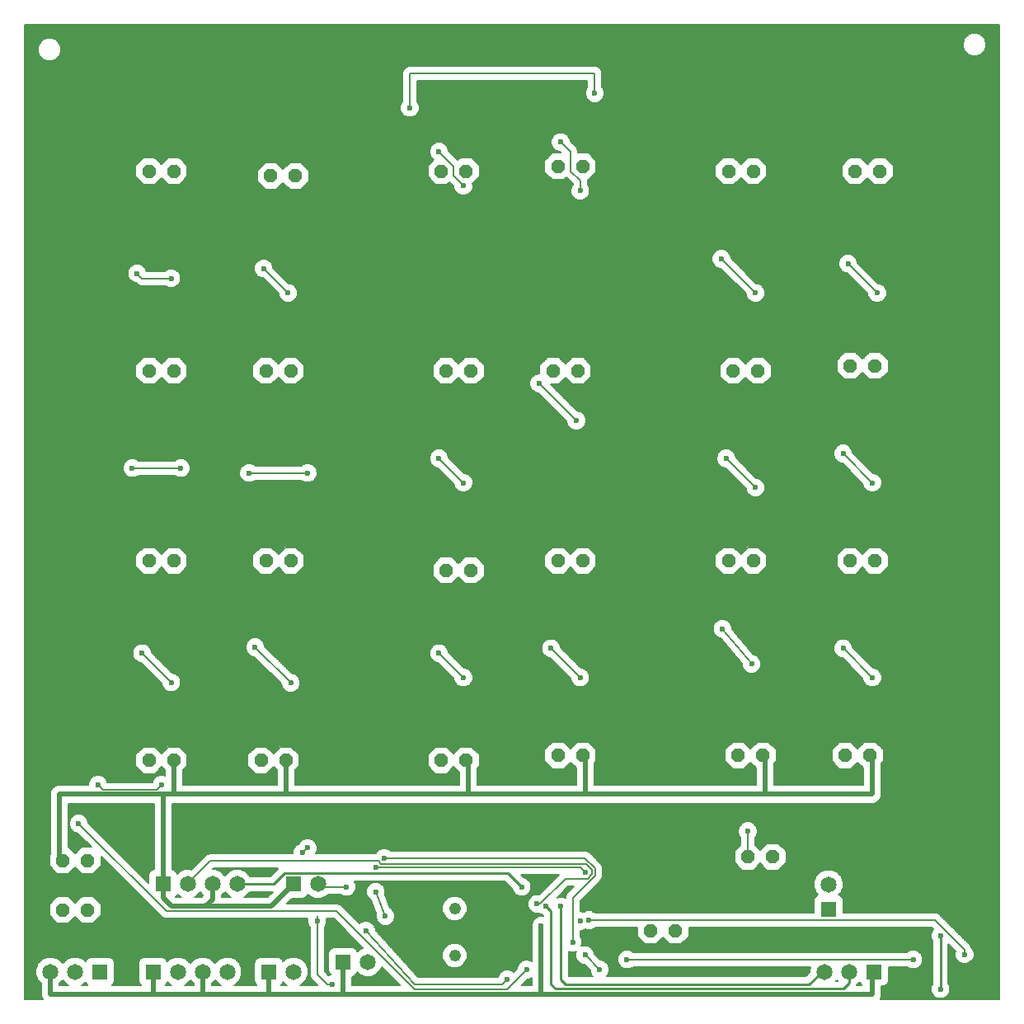
<source format=gbl>
G75*
%MOIN*%
%OFA0B0*%
%FSLAX25Y25*%
%IPPOS*%
%LPD*%
%AMOC8*
5,1,8,0,0,1.08239X$1,22.5*
%
%ADD10R,0.06496X0.06496*%
%ADD11C,0.06496*%
%ADD12C,0.04800*%
%ADD13OC8,0.05600*%
%ADD14C,0.00600*%
%ADD15C,0.02362*%
%ADD16C,0.01000*%
%ADD17C,0.00591*%
%ADD18C,0.02000*%
D10*
X0094028Y0013188D03*
X0115485Y0013188D03*
X0119540Y0048621D03*
X0162335Y0013188D03*
X0192335Y0017125D03*
X0172217Y0048621D03*
X0388579Y0038527D03*
X0407020Y0013188D03*
D11*
X0397020Y0013188D03*
X0387020Y0013188D03*
X0388579Y0048527D03*
X0202335Y0017125D03*
X0172335Y0013188D03*
X0145485Y0013188D03*
X0135485Y0013188D03*
X0125485Y0013188D03*
X0084028Y0013188D03*
X0074028Y0013188D03*
X0129540Y0048621D03*
X0139540Y0048621D03*
X0149540Y0048621D03*
X0182217Y0048621D03*
D12*
X0237453Y0038759D03*
X0237453Y0019759D03*
D13*
X0316650Y0029747D03*
X0326650Y0029747D03*
X0356020Y0059669D03*
X0366020Y0059669D03*
X0362083Y0100614D03*
X0352083Y0100614D03*
X0395390Y0100614D03*
X0405390Y0100614D03*
X0407359Y0179354D03*
X0397359Y0179354D03*
X0358146Y0179354D03*
X0348146Y0179354D03*
X0289249Y0179354D03*
X0279249Y0179354D03*
X0243973Y0175417D03*
X0233973Y0175417D03*
X0171138Y0179354D03*
X0161138Y0179354D03*
X0123894Y0179354D03*
X0113894Y0179354D03*
X0113894Y0256125D03*
X0123894Y0256125D03*
X0161138Y0256125D03*
X0171138Y0256125D03*
X0233973Y0256125D03*
X0243973Y0256125D03*
X0277280Y0256125D03*
X0287280Y0256125D03*
X0350115Y0256125D03*
X0360115Y0256125D03*
X0397359Y0258094D03*
X0407359Y0258094D03*
X0409327Y0336834D03*
X0399327Y0336834D03*
X0358146Y0336834D03*
X0348146Y0336834D03*
X0289249Y0338802D03*
X0279249Y0338802D03*
X0242005Y0336834D03*
X0232005Y0336834D03*
X0173107Y0334865D03*
X0163107Y0334865D03*
X0123894Y0336834D03*
X0113894Y0336834D03*
X0279249Y0100614D03*
X0289249Y0100614D03*
X0242005Y0098645D03*
X0232005Y0098645D03*
X0169170Y0098645D03*
X0159170Y0098645D03*
X0123894Y0098645D03*
X0113894Y0098645D03*
X0089028Y0058188D03*
X0079028Y0058188D03*
X0079028Y0038188D03*
X0089028Y0038188D03*
D14*
X0070839Y0002188D02*
X0063776Y0002188D01*
X0063776Y0395889D01*
X0457477Y0395889D01*
X0457477Y0002188D01*
X0409485Y0002188D01*
X0409996Y0003421D01*
X0409996Y0007240D01*
X0410805Y0007240D01*
X0411798Y0007651D01*
X0412557Y0008411D01*
X0412968Y0009403D01*
X0412968Y0015138D01*
X0420338Y0015138D01*
X0420633Y0014843D01*
X0422059Y0014252D01*
X0423603Y0014252D01*
X0425030Y0014843D01*
X0426122Y0015935D01*
X0426712Y0017361D01*
X0426712Y0018905D01*
X0426122Y0020332D01*
X0425030Y0021423D01*
X0423603Y0022014D01*
X0422059Y0022014D01*
X0420633Y0021423D01*
X0420338Y0021128D01*
X0309577Y0021128D01*
X0309282Y0021423D01*
X0307855Y0022014D01*
X0306311Y0022014D01*
X0304885Y0021423D01*
X0303793Y0020332D01*
X0303202Y0018905D01*
X0303202Y0017361D01*
X0303793Y0015935D01*
X0304885Y0014843D01*
X0306311Y0014252D01*
X0307855Y0014252D01*
X0309282Y0014843D01*
X0309577Y0015138D01*
X0381390Y0015138D01*
X0381072Y0014371D01*
X0381072Y0012986D01*
X0379380Y0011294D01*
X0298843Y0011294D01*
X0299350Y0011801D01*
X0299941Y0013227D01*
X0299941Y0014771D01*
X0299350Y0016198D01*
X0298258Y0017290D01*
X0296832Y0017880D01*
X0296421Y0017880D01*
X0294035Y0020266D01*
X0294035Y0020677D01*
X0293444Y0022103D01*
X0292353Y0023195D01*
X0290926Y0023786D01*
X0289382Y0023786D01*
X0288775Y0023534D01*
X0289057Y0024216D01*
X0289057Y0025760D01*
X0288466Y0027187D01*
X0288176Y0027477D01*
X0288176Y0029803D01*
X0288958Y0029803D01*
X0290348Y0030379D01*
X0291004Y0030107D01*
X0292548Y0030107D01*
X0293975Y0030698D01*
X0294265Y0030988D01*
X0311150Y0030988D01*
X0311150Y0027469D01*
X0314372Y0024247D01*
X0318928Y0024247D01*
X0321650Y0026969D01*
X0324372Y0024247D01*
X0328928Y0024247D01*
X0332150Y0027469D01*
X0332150Y0030988D01*
X0430334Y0030988D01*
X0430955Y0030367D01*
X0430565Y0029977D01*
X0429974Y0028551D01*
X0429974Y0027007D01*
X0430565Y0025580D01*
X0430655Y0025490D01*
X0430655Y0008414D01*
X0430565Y0008324D01*
X0429974Y0006897D01*
X0429974Y0005353D01*
X0430565Y0003927D01*
X0431657Y0002835D01*
X0433083Y0002244D01*
X0434627Y0002244D01*
X0436053Y0002835D01*
X0437145Y0003927D01*
X0437736Y0005353D01*
X0437736Y0006897D01*
X0437145Y0008324D01*
X0437055Y0008414D01*
X0437055Y0024267D01*
X0439890Y0021432D01*
X0439695Y0020960D01*
X0439695Y0019416D01*
X0440286Y0017990D01*
X0441378Y0016898D01*
X0442804Y0016307D01*
X0444348Y0016307D01*
X0445775Y0016898D01*
X0446866Y0017990D01*
X0447457Y0019416D01*
X0447457Y0020960D01*
X0446866Y0022387D01*
X0446511Y0022742D01*
X0446120Y0023688D01*
X0434120Y0035688D01*
X0433276Y0036532D01*
X0432173Y0036988D01*
X0394527Y0036988D01*
X0394527Y0042312D01*
X0394116Y0043304D01*
X0393357Y0044064D01*
X0392771Y0044307D01*
X0393622Y0045158D01*
X0394527Y0047344D01*
X0394527Y0049710D01*
X0393622Y0051896D01*
X0391949Y0053569D01*
X0389763Y0054475D01*
X0387396Y0054475D01*
X0385210Y0053569D01*
X0383537Y0051896D01*
X0382631Y0049710D01*
X0382631Y0047344D01*
X0383537Y0045158D01*
X0384388Y0044307D01*
X0383802Y0044064D01*
X0383042Y0043304D01*
X0382631Y0042312D01*
X0382631Y0036988D01*
X0294265Y0036988D01*
X0293975Y0037279D01*
X0292548Y0037869D01*
X0291004Y0037869D01*
X0289614Y0037294D01*
X0288958Y0037565D01*
X0288176Y0037565D01*
X0288176Y0041746D01*
X0295876Y0049445D01*
X0296720Y0050289D01*
X0297176Y0051392D01*
X0297176Y0055585D01*
X0296720Y0056688D01*
X0292520Y0060888D01*
X0291676Y0061732D01*
X0290573Y0062188D01*
X0211465Y0062188D01*
X0211175Y0062479D01*
X0209748Y0063069D01*
X0208204Y0063069D01*
X0206778Y0062479D01*
X0205686Y0061387D01*
X0205521Y0060988D01*
X0181215Y0060988D01*
X0181240Y0061013D01*
X0181831Y0062440D01*
X0181831Y0063984D01*
X0181240Y0065410D01*
X0180148Y0066502D01*
X0178721Y0067093D01*
X0177177Y0067093D01*
X0175751Y0066502D01*
X0174659Y0065410D01*
X0174402Y0064790D01*
X0173782Y0064534D01*
X0172691Y0063442D01*
X0172100Y0062015D01*
X0172100Y0060988D01*
X0138179Y0060988D01*
X0137077Y0060532D01*
X0136233Y0059688D01*
X0136233Y0059688D01*
X0131000Y0054455D01*
X0130723Y0054569D01*
X0128357Y0054569D01*
X0126171Y0053664D01*
X0125320Y0052813D01*
X0125077Y0053399D01*
X0124317Y0054158D01*
X0123325Y0054569D01*
X0123240Y0054569D01*
X0123240Y0081165D01*
X0407032Y0081165D01*
X0408392Y0081729D01*
X0409433Y0082770D01*
X0409996Y0084129D01*
X0409996Y0097441D01*
X0410890Y0098335D01*
X0410890Y0102892D01*
X0407669Y0106113D01*
X0403112Y0106113D01*
X0400390Y0103392D01*
X0397669Y0106113D01*
X0393112Y0106113D01*
X0389890Y0102892D01*
X0389890Y0098335D01*
X0393112Y0095114D01*
X0397669Y0095114D01*
X0400390Y0097835D01*
X0402596Y0095630D01*
X0402596Y0088565D01*
X0366689Y0088565D01*
X0366689Y0097441D01*
X0367583Y0098335D01*
X0367583Y0102892D01*
X0364361Y0106113D01*
X0359805Y0106113D01*
X0357083Y0103392D01*
X0354361Y0106113D01*
X0349805Y0106113D01*
X0346583Y0102892D01*
X0346583Y0098335D01*
X0349805Y0095114D01*
X0354361Y0095114D01*
X0357083Y0097835D01*
X0359289Y0095630D01*
X0359289Y0088565D01*
X0293854Y0088565D01*
X0293854Y0097441D01*
X0294749Y0098335D01*
X0294749Y0102892D01*
X0291527Y0106113D01*
X0286971Y0106113D01*
X0284249Y0103392D01*
X0281527Y0106113D01*
X0276971Y0106113D01*
X0273749Y0102892D01*
X0273749Y0098335D01*
X0276971Y0095114D01*
X0281527Y0095114D01*
X0284249Y0097835D01*
X0286454Y0095630D01*
X0286454Y0088565D01*
X0246610Y0088565D01*
X0246610Y0095472D01*
X0247505Y0096367D01*
X0247505Y0100923D01*
X0244283Y0104145D01*
X0239726Y0104145D01*
X0237005Y0101423D01*
X0234283Y0104145D01*
X0229726Y0104145D01*
X0226505Y0100923D01*
X0226505Y0096367D01*
X0229726Y0093145D01*
X0234283Y0093145D01*
X0237005Y0095867D01*
X0239210Y0093661D01*
X0239210Y0088565D01*
X0172870Y0088565D01*
X0172870Y0094567D01*
X0174670Y0096367D01*
X0174670Y0100923D01*
X0171448Y0104145D01*
X0166892Y0104145D01*
X0164170Y0101423D01*
X0161448Y0104145D01*
X0156892Y0104145D01*
X0153670Y0100923D01*
X0153670Y0096367D01*
X0156892Y0093145D01*
X0161448Y0093145D01*
X0164170Y0095867D01*
X0165470Y0094567D01*
X0165470Y0088565D01*
X0127594Y0088565D01*
X0127594Y0094567D01*
X0129394Y0096367D01*
X0129394Y0100923D01*
X0126173Y0104145D01*
X0121616Y0104145D01*
X0118894Y0101423D01*
X0116173Y0104145D01*
X0111616Y0104145D01*
X0108394Y0100923D01*
X0108394Y0096367D01*
X0111616Y0093145D01*
X0116173Y0093145D01*
X0118894Y0095867D01*
X0120194Y0094567D01*
X0120194Y0092465D01*
X0119666Y0092684D01*
X0118122Y0092684D01*
X0116696Y0092093D01*
X0115604Y0091001D01*
X0115121Y0089834D01*
X0097077Y0089834D01*
X0096594Y0091001D01*
X0095502Y0092093D01*
X0094076Y0092684D01*
X0092532Y0092684D01*
X0091105Y0092093D01*
X0090014Y0091001D01*
X0089423Y0089574D01*
X0089423Y0088565D01*
X0076820Y0088565D01*
X0075460Y0088002D01*
X0074419Y0086961D01*
X0073856Y0085601D01*
X0073856Y0060794D01*
X0073528Y0060466D01*
X0073528Y0055910D01*
X0076750Y0052688D01*
X0081306Y0052688D01*
X0084028Y0055410D01*
X0086750Y0052688D01*
X0091306Y0052688D01*
X0094528Y0055910D01*
X0094528Y0059713D01*
X0119163Y0035078D01*
X0120266Y0034621D01*
X0178074Y0034621D01*
X0178005Y0034456D01*
X0178005Y0032912D01*
X0178596Y0031486D01*
X0178886Y0031196D01*
X0178886Y0011434D01*
X0179343Y0010331D01*
X0180187Y0009488D01*
X0181818Y0007857D01*
X0175007Y0007857D01*
X0175705Y0008146D01*
X0177378Y0009819D01*
X0178283Y0012005D01*
X0178283Y0014371D01*
X0177378Y0016558D01*
X0175705Y0018231D01*
X0173518Y0019136D01*
X0171152Y0019136D01*
X0168966Y0018231D01*
X0168115Y0017380D01*
X0167872Y0017966D01*
X0167113Y0018725D01*
X0166120Y0019136D01*
X0158550Y0019136D01*
X0157558Y0018725D01*
X0156798Y0017966D01*
X0156387Y0016973D01*
X0156387Y0009403D01*
X0156798Y0008411D01*
X0157352Y0007857D01*
X0148156Y0007857D01*
X0148854Y0008146D01*
X0150527Y0009819D01*
X0151433Y0012005D01*
X0151433Y0014371D01*
X0150527Y0016558D01*
X0148854Y0018231D01*
X0146668Y0019136D01*
X0144302Y0019136D01*
X0142116Y0018231D01*
X0140485Y0016600D01*
X0138854Y0018231D01*
X0136668Y0019136D01*
X0134302Y0019136D01*
X0132116Y0018231D01*
X0130485Y0016600D01*
X0128854Y0018231D01*
X0126668Y0019136D01*
X0124302Y0019136D01*
X0122116Y0018231D01*
X0121265Y0017380D01*
X0121022Y0017966D01*
X0120262Y0018725D01*
X0119270Y0019136D01*
X0111700Y0019136D01*
X0110707Y0018725D01*
X0109948Y0017966D01*
X0109537Y0016973D01*
X0109537Y0009403D01*
X0109948Y0008411D01*
X0110502Y0007857D01*
X0099011Y0007857D01*
X0099565Y0008411D01*
X0099976Y0009403D01*
X0099976Y0016973D01*
X0099565Y0017966D01*
X0098806Y0018725D01*
X0097813Y0019136D01*
X0090243Y0019136D01*
X0089251Y0018725D01*
X0088491Y0017966D01*
X0088249Y0017380D01*
X0087397Y0018231D01*
X0085211Y0019136D01*
X0082845Y0019136D01*
X0080659Y0018231D01*
X0079028Y0016600D01*
X0077397Y0018231D01*
X0075211Y0019136D01*
X0072845Y0019136D01*
X0070659Y0018231D01*
X0068986Y0016558D01*
X0068080Y0014371D01*
X0068080Y0012005D01*
X0068986Y0009819D01*
X0070328Y0008477D01*
X0070328Y0003421D01*
X0070839Y0002188D01*
X0063776Y0002188D01*
X0063776Y0002787D02*
X0070591Y0002787D01*
X0070343Y0003385D02*
X0063776Y0003385D01*
X0063776Y0003984D02*
X0070328Y0003984D01*
X0070328Y0004582D02*
X0063776Y0004582D01*
X0063776Y0005181D02*
X0070328Y0005181D01*
X0070328Y0005779D02*
X0063776Y0005779D01*
X0063776Y0006378D02*
X0070328Y0006378D01*
X0070328Y0006976D02*
X0063776Y0006976D01*
X0063776Y0007575D02*
X0070328Y0007575D01*
X0070328Y0008173D02*
X0063776Y0008173D01*
X0063776Y0008772D02*
X0070033Y0008772D01*
X0069434Y0009370D02*
X0063776Y0009370D01*
X0063776Y0009969D02*
X0068924Y0009969D01*
X0068676Y0010567D02*
X0063776Y0010567D01*
X0063776Y0011166D02*
X0068428Y0011166D01*
X0068180Y0011764D02*
X0063776Y0011764D01*
X0063776Y0012363D02*
X0068080Y0012363D01*
X0068080Y0012962D02*
X0063776Y0012962D01*
X0063776Y0013560D02*
X0068080Y0013560D01*
X0068080Y0014159D02*
X0063776Y0014159D01*
X0063776Y0014757D02*
X0068240Y0014757D01*
X0068488Y0015356D02*
X0063776Y0015356D01*
X0063776Y0015954D02*
X0068736Y0015954D01*
X0068984Y0016553D02*
X0063776Y0016553D01*
X0063776Y0017151D02*
X0069579Y0017151D01*
X0070178Y0017750D02*
X0063776Y0017750D01*
X0063776Y0018348D02*
X0070942Y0018348D01*
X0072387Y0018947D02*
X0063776Y0018947D01*
X0063776Y0019545D02*
X0178886Y0019545D01*
X0178886Y0018947D02*
X0173976Y0018947D01*
X0175421Y0018348D02*
X0178886Y0018348D01*
X0178886Y0017750D02*
X0176186Y0017750D01*
X0176784Y0017151D02*
X0178886Y0017151D01*
X0178886Y0016553D02*
X0177380Y0016553D01*
X0177628Y0015954D02*
X0178886Y0015954D01*
X0178886Y0015356D02*
X0177876Y0015356D01*
X0178124Y0014757D02*
X0178886Y0014757D01*
X0178886Y0014159D02*
X0178283Y0014159D01*
X0178283Y0013560D02*
X0178886Y0013560D01*
X0178886Y0012962D02*
X0178283Y0012962D01*
X0178283Y0012363D02*
X0178886Y0012363D01*
X0178886Y0011764D02*
X0178184Y0011764D01*
X0177936Y0011166D02*
X0178998Y0011166D01*
X0179245Y0010567D02*
X0177688Y0010567D01*
X0177440Y0009969D02*
X0179706Y0009969D01*
X0180304Y0009370D02*
X0176929Y0009370D01*
X0176331Y0008772D02*
X0180903Y0008772D01*
X0181501Y0008173D02*
X0175732Y0008173D01*
X0181886Y0012031D02*
X0181886Y0033684D01*
X0181886Y0035653D01*
X0185699Y0034621D02*
X0188518Y0034621D01*
X0200384Y0022755D01*
X0198966Y0022168D01*
X0198115Y0021317D01*
X0197872Y0021903D01*
X0197113Y0022662D01*
X0196120Y0023073D01*
X0188550Y0023073D01*
X0187558Y0022662D01*
X0186798Y0021903D01*
X0186387Y0020910D01*
X0186387Y0013340D01*
X0186798Y0012348D01*
X0187171Y0011975D01*
X0187020Y0011975D01*
X0186430Y0011730D01*
X0184886Y0013273D01*
X0184886Y0031196D01*
X0185177Y0031486D01*
X0185768Y0032912D01*
X0185768Y0034456D01*
X0185699Y0034621D01*
X0185746Y0034508D02*
X0188631Y0034508D01*
X0189230Y0033909D02*
X0185768Y0033909D01*
X0185768Y0033311D02*
X0189828Y0033311D01*
X0190427Y0032712D02*
X0185685Y0032712D01*
X0185437Y0032114D02*
X0191025Y0032114D01*
X0191624Y0031515D02*
X0185189Y0031515D01*
X0184886Y0030917D02*
X0192222Y0030917D01*
X0192821Y0030318D02*
X0184886Y0030318D01*
X0184886Y0029720D02*
X0193419Y0029720D01*
X0194018Y0029121D02*
X0184886Y0029121D01*
X0184886Y0028523D02*
X0194616Y0028523D01*
X0195215Y0027924D02*
X0184886Y0027924D01*
X0184886Y0027326D02*
X0195813Y0027326D01*
X0196412Y0026727D02*
X0184886Y0026727D01*
X0184886Y0026129D02*
X0197010Y0026129D01*
X0197609Y0025530D02*
X0184886Y0025530D01*
X0184886Y0024932D02*
X0198207Y0024932D01*
X0198806Y0024333D02*
X0184886Y0024333D01*
X0184886Y0023735D02*
X0199405Y0023735D01*
X0200003Y0023136D02*
X0184886Y0023136D01*
X0184886Y0022538D02*
X0187433Y0022538D01*
X0186835Y0021939D02*
X0184886Y0021939D01*
X0184886Y0021341D02*
X0186565Y0021341D01*
X0186387Y0020742D02*
X0184886Y0020742D01*
X0184886Y0020144D02*
X0186387Y0020144D01*
X0186387Y0019545D02*
X0184886Y0019545D01*
X0184886Y0018947D02*
X0186387Y0018947D01*
X0186387Y0018348D02*
X0184886Y0018348D01*
X0184886Y0017750D02*
X0186387Y0017750D01*
X0186387Y0017151D02*
X0184886Y0017151D01*
X0184886Y0016553D02*
X0186387Y0016553D01*
X0186387Y0015954D02*
X0184886Y0015954D01*
X0184886Y0015356D02*
X0186387Y0015356D01*
X0186387Y0014757D02*
X0184886Y0014757D01*
X0184886Y0014159D02*
X0186387Y0014159D01*
X0186387Y0013560D02*
X0184886Y0013560D01*
X0185198Y0012962D02*
X0186544Y0012962D01*
X0186792Y0012363D02*
X0185797Y0012363D01*
X0186395Y0011764D02*
X0186512Y0011764D01*
X0185823Y0008094D02*
X0181886Y0012031D01*
X0185823Y0008094D02*
X0187792Y0008094D01*
X0196035Y0008173D02*
X0214966Y0008173D01*
X0215282Y0007857D02*
X0196035Y0007857D01*
X0196035Y0011177D01*
X0196120Y0011177D01*
X0197113Y0011588D01*
X0197872Y0012348D01*
X0198115Y0012934D01*
X0198966Y0012083D01*
X0201152Y0011177D01*
X0203518Y0011177D01*
X0205705Y0012083D01*
X0207378Y0013756D01*
X0207965Y0015174D01*
X0215282Y0007857D01*
X0214367Y0008772D02*
X0196035Y0008772D01*
X0196035Y0009370D02*
X0213769Y0009370D01*
X0213170Y0009969D02*
X0196035Y0009969D01*
X0196035Y0010567D02*
X0212572Y0010567D01*
X0211973Y0011166D02*
X0196035Y0011166D01*
X0197289Y0011764D02*
X0199735Y0011764D01*
X0198686Y0012363D02*
X0197879Y0012363D01*
X0204936Y0011764D02*
X0211375Y0011764D01*
X0210776Y0012363D02*
X0205985Y0012363D01*
X0206583Y0012962D02*
X0210178Y0012962D01*
X0209579Y0013560D02*
X0207182Y0013560D01*
X0207545Y0014159D02*
X0208981Y0014159D01*
X0208382Y0014757D02*
X0207792Y0014757D01*
X0213812Y0020742D02*
X0232353Y0020742D01*
X0232353Y0020774D02*
X0232353Y0018745D01*
X0233130Y0016870D01*
X0234564Y0015436D01*
X0236439Y0014659D01*
X0238468Y0014659D01*
X0240342Y0015436D01*
X0241777Y0016870D01*
X0242553Y0018745D01*
X0242553Y0020774D01*
X0241777Y0022648D01*
X0240342Y0024083D01*
X0238468Y0024859D01*
X0236439Y0024859D01*
X0234564Y0024083D01*
X0233130Y0022648D01*
X0232353Y0020774D01*
X0232588Y0021341D02*
X0213268Y0021341D01*
X0212724Y0021939D02*
X0232836Y0021939D01*
X0233084Y0022538D02*
X0212180Y0022538D01*
X0211636Y0023136D02*
X0233618Y0023136D01*
X0234216Y0023735D02*
X0211092Y0023735D01*
X0210548Y0024333D02*
X0235169Y0024333D01*
X0239738Y0024333D02*
X0268738Y0024333D01*
X0268738Y0023735D02*
X0240690Y0023735D01*
X0241289Y0023136D02*
X0268738Y0023136D01*
X0268738Y0022538D02*
X0241823Y0022538D01*
X0242071Y0021939D02*
X0268738Y0021939D01*
X0268738Y0021341D02*
X0242319Y0021341D01*
X0242553Y0020742D02*
X0268738Y0020742D01*
X0268738Y0020144D02*
X0242553Y0020144D01*
X0242553Y0019545D02*
X0268738Y0019545D01*
X0268738Y0018947D02*
X0242553Y0018947D01*
X0242389Y0018348D02*
X0268738Y0018348D01*
X0268738Y0017750D02*
X0267620Y0017750D01*
X0267304Y0017880D02*
X0268731Y0017290D01*
X0268738Y0017283D01*
X0268738Y0030507D01*
X0268557Y0030944D01*
X0268557Y0032488D01*
X0269147Y0033914D01*
X0270239Y0035006D01*
X0271666Y0035597D01*
X0273175Y0035597D01*
X0273175Y0035899D01*
X0272208Y0036300D01*
X0271726Y0036781D01*
X0271548Y0036707D01*
X0270004Y0036707D01*
X0268578Y0037298D01*
X0267486Y0038390D01*
X0266895Y0039816D01*
X0266895Y0041360D01*
X0267486Y0042787D01*
X0268578Y0043879D01*
X0270004Y0044469D01*
X0271548Y0044469D01*
X0271595Y0044450D01*
X0279483Y0052338D01*
X0264215Y0052338D01*
X0265208Y0051345D01*
X0265336Y0051345D01*
X0266762Y0050754D01*
X0267854Y0049662D01*
X0268445Y0048236D01*
X0268445Y0046692D01*
X0267854Y0045265D01*
X0266762Y0044174D01*
X0265336Y0043583D01*
X0263792Y0043583D01*
X0262365Y0044174D01*
X0261273Y0045265D01*
X0260683Y0046692D01*
X0260683Y0046820D01*
X0257733Y0049769D01*
X0196881Y0049769D01*
X0196988Y0049662D01*
X0197579Y0048236D01*
X0197579Y0046692D01*
X0196988Y0045265D01*
X0195896Y0044174D01*
X0194470Y0043583D01*
X0192925Y0043583D01*
X0191499Y0044174D01*
X0191209Y0044464D01*
X0186471Y0044464D01*
X0185586Y0043579D01*
X0183400Y0042673D01*
X0181034Y0042673D01*
X0178848Y0043579D01*
X0177997Y0044430D01*
X0177754Y0043844D01*
X0176995Y0043084D01*
X0176002Y0042673D01*
X0171502Y0042673D01*
X0169450Y0040621D01*
X0190357Y0040621D01*
X0191460Y0040165D01*
X0192304Y0039321D01*
X0198980Y0032645D01*
X0199373Y0033038D01*
X0200800Y0033628D01*
X0202344Y0033628D01*
X0203770Y0033038D01*
X0204862Y0031946D01*
X0205453Y0030519D01*
X0205453Y0029938D01*
X0222584Y0011094D01*
X0254885Y0011094D01*
X0255368Y0012261D01*
X0256460Y0013353D01*
X0257886Y0013943D01*
X0259430Y0013943D01*
X0260857Y0013353D01*
X0261250Y0012959D01*
X0262651Y0014361D01*
X0262651Y0014771D01*
X0263242Y0016198D01*
X0264334Y0017290D01*
X0265760Y0017880D01*
X0267304Y0017880D01*
X0265444Y0017750D02*
X0242141Y0017750D01*
X0241893Y0017151D02*
X0264195Y0017151D01*
X0263597Y0016553D02*
X0241459Y0016553D01*
X0240861Y0015954D02*
X0263141Y0015954D01*
X0262893Y0015356D02*
X0240149Y0015356D01*
X0238704Y0014757D02*
X0262651Y0014757D01*
X0262449Y0014159D02*
X0219798Y0014159D01*
X0219253Y0014757D02*
X0236203Y0014757D01*
X0234758Y0015356D02*
X0218709Y0015356D01*
X0218165Y0015954D02*
X0234046Y0015954D01*
X0233448Y0016553D02*
X0217621Y0016553D01*
X0217077Y0017151D02*
X0233013Y0017151D01*
X0232766Y0017750D02*
X0216533Y0017750D01*
X0215989Y0018348D02*
X0232518Y0018348D01*
X0232353Y0018947D02*
X0215445Y0018947D01*
X0214901Y0019545D02*
X0232353Y0019545D01*
X0232353Y0020144D02*
X0214357Y0020144D01*
X0210004Y0024932D02*
X0268738Y0024932D01*
X0268738Y0025530D02*
X0209460Y0025530D01*
X0208916Y0026129D02*
X0268738Y0026129D01*
X0268738Y0026727D02*
X0208371Y0026727D01*
X0207827Y0027326D02*
X0268738Y0027326D01*
X0268738Y0027924D02*
X0207283Y0027924D01*
X0206739Y0028523D02*
X0268738Y0028523D01*
X0268738Y0029121D02*
X0206195Y0029121D01*
X0205651Y0029720D02*
X0268738Y0029720D01*
X0268738Y0030318D02*
X0205453Y0030318D01*
X0205288Y0030917D02*
X0268568Y0030917D01*
X0268557Y0031515D02*
X0205040Y0031515D01*
X0204694Y0032114D02*
X0207848Y0032114D01*
X0207247Y0032363D02*
X0208674Y0031772D01*
X0210218Y0031772D01*
X0211644Y0032363D01*
X0212736Y0033454D01*
X0213327Y0034881D01*
X0213327Y0036425D01*
X0212736Y0037851D01*
X0211644Y0038943D01*
X0211304Y0039084D01*
X0209216Y0044304D01*
X0209390Y0044723D01*
X0209390Y0046267D01*
X0208799Y0047694D01*
X0207707Y0048786D01*
X0206281Y0049376D01*
X0204737Y0049376D01*
X0203310Y0048786D01*
X0202218Y0047694D01*
X0201627Y0046267D01*
X0201627Y0044723D01*
X0202218Y0043297D01*
X0203310Y0042205D01*
X0203650Y0042064D01*
X0205738Y0036844D01*
X0205564Y0036425D01*
X0205564Y0034881D01*
X0206155Y0033454D01*
X0207247Y0032363D01*
X0206897Y0032712D02*
X0204095Y0032712D01*
X0203110Y0033311D02*
X0206299Y0033311D01*
X0205967Y0033909D02*
X0197715Y0033909D01*
X0198314Y0033311D02*
X0200033Y0033311D01*
X0199048Y0032712D02*
X0198912Y0032712D01*
X0197117Y0034508D02*
X0205719Y0034508D01*
X0205564Y0035106D02*
X0196518Y0035106D01*
X0195920Y0035705D02*
X0205564Y0035705D01*
X0205564Y0036303D02*
X0195321Y0036303D01*
X0194723Y0036902D02*
X0205715Y0036902D01*
X0205475Y0037500D02*
X0194124Y0037500D01*
X0193526Y0038099D02*
X0205236Y0038099D01*
X0204997Y0038698D02*
X0192927Y0038698D01*
X0192328Y0039296D02*
X0204757Y0039296D01*
X0204518Y0039895D02*
X0191730Y0039895D01*
X0190667Y0040493D02*
X0204278Y0040493D01*
X0204039Y0041092D02*
X0169920Y0041092D01*
X0170518Y0041690D02*
X0203800Y0041690D01*
X0203227Y0042289D02*
X0171117Y0042289D01*
X0176518Y0042887D02*
X0180518Y0042887D01*
X0179073Y0043486D02*
X0177396Y0043486D01*
X0177854Y0044084D02*
X0178343Y0044084D01*
X0183916Y0042887D02*
X0202628Y0042887D01*
X0202140Y0043486D02*
X0185361Y0043486D01*
X0186092Y0044084D02*
X0191715Y0044084D01*
X0193698Y0047464D02*
X0183855Y0047464D01*
X0182217Y0048621D01*
X0181417Y0061441D02*
X0205740Y0061441D01*
X0206339Y0062039D02*
X0181665Y0062039D01*
X0181831Y0062638D02*
X0207163Y0062638D01*
X0210790Y0062638D02*
X0351212Y0062638D01*
X0351810Y0063236D02*
X0181831Y0063236D01*
X0181831Y0063835D02*
X0352409Y0063835D01*
X0352976Y0064403D02*
X0350520Y0061947D01*
X0350520Y0057390D01*
X0353742Y0054169D01*
X0358298Y0054169D01*
X0361020Y0056890D01*
X0363742Y0054169D01*
X0368298Y0054169D01*
X0371520Y0057390D01*
X0371520Y0061947D01*
X0368298Y0065169D01*
X0363742Y0065169D01*
X0361020Y0062447D01*
X0358976Y0064491D01*
X0358976Y0067500D01*
X0359266Y0067790D01*
X0359857Y0069216D01*
X0359857Y0070760D01*
X0359266Y0072187D01*
X0358175Y0073279D01*
X0356748Y0073869D01*
X0355204Y0073869D01*
X0353778Y0073279D01*
X0352686Y0072187D01*
X0352095Y0070760D01*
X0352095Y0069216D01*
X0352686Y0067790D01*
X0352976Y0067500D01*
X0352976Y0064403D01*
X0352976Y0064433D02*
X0181644Y0064433D01*
X0181396Y0065032D02*
X0352976Y0065032D01*
X0352976Y0065631D02*
X0181020Y0065631D01*
X0180421Y0066229D02*
X0352976Y0066229D01*
X0352976Y0066828D02*
X0179362Y0066828D01*
X0176537Y0066828D02*
X0123240Y0066828D01*
X0123240Y0067426D02*
X0352976Y0067426D01*
X0352589Y0068025D02*
X0123240Y0068025D01*
X0123240Y0068623D02*
X0352341Y0068623D01*
X0352095Y0069222D02*
X0123240Y0069222D01*
X0123240Y0069820D02*
X0352095Y0069820D01*
X0352095Y0070419D02*
X0123240Y0070419D01*
X0123240Y0071017D02*
X0352202Y0071017D01*
X0352449Y0071616D02*
X0123240Y0071616D01*
X0123240Y0072214D02*
X0352713Y0072214D01*
X0353312Y0072813D02*
X0123240Y0072813D01*
X0123240Y0073411D02*
X0354098Y0073411D01*
X0357855Y0073411D02*
X0457477Y0073411D01*
X0457477Y0072813D02*
X0358641Y0072813D01*
X0359239Y0072214D02*
X0457477Y0072214D01*
X0457477Y0071616D02*
X0359503Y0071616D01*
X0359751Y0071017D02*
X0457477Y0071017D01*
X0457477Y0070419D02*
X0359857Y0070419D01*
X0359857Y0069820D02*
X0457477Y0069820D01*
X0457477Y0069222D02*
X0359857Y0069222D01*
X0359612Y0068623D02*
X0457477Y0068623D01*
X0457477Y0068025D02*
X0359364Y0068025D01*
X0358976Y0067426D02*
X0457477Y0067426D01*
X0457477Y0066828D02*
X0358976Y0066828D01*
X0358976Y0066229D02*
X0457477Y0066229D01*
X0457477Y0065631D02*
X0358976Y0065631D01*
X0358976Y0065032D02*
X0363606Y0065032D01*
X0363007Y0064433D02*
X0359034Y0064433D01*
X0359632Y0063835D02*
X0362409Y0063835D01*
X0361810Y0063236D02*
X0360231Y0063236D01*
X0360829Y0062638D02*
X0361212Y0062638D01*
X0356020Y0059669D02*
X0355976Y0057388D01*
X0355976Y0069988D01*
X0350613Y0062039D02*
X0290932Y0062039D01*
X0291966Y0061441D02*
X0350520Y0061441D01*
X0350520Y0060842D02*
X0292565Y0060842D01*
X0293163Y0060244D02*
X0350520Y0060244D01*
X0350520Y0059645D02*
X0293762Y0059645D01*
X0294360Y0059047D02*
X0350520Y0059047D01*
X0350520Y0058448D02*
X0294959Y0058448D01*
X0295557Y0057850D02*
X0350520Y0057850D01*
X0350659Y0057251D02*
X0296156Y0057251D01*
X0296734Y0056653D02*
X0351258Y0056653D01*
X0351856Y0056054D02*
X0296982Y0056054D01*
X0297176Y0055456D02*
X0352455Y0055456D01*
X0353053Y0054857D02*
X0297176Y0054857D01*
X0297176Y0054259D02*
X0353652Y0054259D01*
X0358389Y0054259D02*
X0363652Y0054259D01*
X0363053Y0054857D02*
X0358987Y0054857D01*
X0359586Y0055456D02*
X0362455Y0055456D01*
X0361856Y0056054D02*
X0360184Y0056054D01*
X0360783Y0056653D02*
X0361258Y0056653D01*
X0368389Y0054259D02*
X0386875Y0054259D01*
X0385430Y0053660D02*
X0297176Y0053660D01*
X0297176Y0053062D02*
X0384702Y0053062D01*
X0384104Y0052463D02*
X0297176Y0052463D01*
X0297176Y0051865D02*
X0383524Y0051865D01*
X0383276Y0051266D02*
X0297124Y0051266D01*
X0296876Y0050668D02*
X0383028Y0050668D01*
X0382780Y0050069D02*
X0296500Y0050069D01*
X0295901Y0049471D02*
X0382631Y0049471D01*
X0382631Y0048872D02*
X0295303Y0048872D01*
X0294704Y0048274D02*
X0382631Y0048274D01*
X0382631Y0047675D02*
X0294106Y0047675D01*
X0293507Y0047077D02*
X0382742Y0047077D01*
X0382990Y0046478D02*
X0292909Y0046478D01*
X0292310Y0045880D02*
X0383238Y0045880D01*
X0383486Y0045281D02*
X0291712Y0045281D01*
X0291113Y0044683D02*
X0384012Y0044683D01*
X0383851Y0044084D02*
X0290515Y0044084D01*
X0289916Y0043486D02*
X0383224Y0043486D01*
X0382870Y0042887D02*
X0289318Y0042887D01*
X0288719Y0042289D02*
X0382631Y0042289D01*
X0382631Y0041690D02*
X0288176Y0041690D01*
X0288176Y0041092D02*
X0382631Y0041092D01*
X0382631Y0040493D02*
X0288176Y0040493D01*
X0288176Y0039895D02*
X0382631Y0039895D01*
X0382631Y0039296D02*
X0288176Y0039296D01*
X0288176Y0038698D02*
X0382631Y0038698D01*
X0382631Y0038099D02*
X0288176Y0038099D01*
X0289115Y0037500D02*
X0290114Y0037500D01*
X0293439Y0037500D02*
X0382631Y0037500D01*
X0393308Y0044084D02*
X0457477Y0044084D01*
X0457477Y0043486D02*
X0393935Y0043486D01*
X0394289Y0042887D02*
X0457477Y0042887D01*
X0457477Y0042289D02*
X0394527Y0042289D01*
X0394527Y0041690D02*
X0457477Y0041690D01*
X0457477Y0041092D02*
X0394527Y0041092D01*
X0394527Y0040493D02*
X0457477Y0040493D01*
X0457477Y0039895D02*
X0394527Y0039895D01*
X0394527Y0039296D02*
X0457477Y0039296D01*
X0457477Y0038698D02*
X0394527Y0038698D01*
X0394527Y0038099D02*
X0457477Y0038099D01*
X0457477Y0037500D02*
X0394527Y0037500D01*
X0393147Y0044683D02*
X0457477Y0044683D01*
X0457477Y0045281D02*
X0393673Y0045281D01*
X0393921Y0045880D02*
X0457477Y0045880D01*
X0457477Y0046478D02*
X0394169Y0046478D01*
X0394417Y0047077D02*
X0457477Y0047077D01*
X0457477Y0047675D02*
X0394527Y0047675D01*
X0394527Y0048274D02*
X0457477Y0048274D01*
X0457477Y0048872D02*
X0394527Y0048872D01*
X0394527Y0049471D02*
X0457477Y0049471D01*
X0457477Y0050069D02*
X0394379Y0050069D01*
X0394131Y0050668D02*
X0457477Y0050668D01*
X0457477Y0051266D02*
X0393883Y0051266D01*
X0393635Y0051865D02*
X0457477Y0051865D01*
X0457477Y0052463D02*
X0393055Y0052463D01*
X0392456Y0053062D02*
X0457477Y0053062D01*
X0457477Y0053660D02*
X0391729Y0053660D01*
X0390284Y0054259D02*
X0457477Y0054259D01*
X0457477Y0054857D02*
X0368987Y0054857D01*
X0369586Y0055456D02*
X0457477Y0055456D01*
X0457477Y0056054D02*
X0370184Y0056054D01*
X0370783Y0056653D02*
X0457477Y0056653D01*
X0457477Y0057251D02*
X0371381Y0057251D01*
X0371520Y0057850D02*
X0457477Y0057850D01*
X0457477Y0058448D02*
X0371520Y0058448D01*
X0371520Y0059047D02*
X0457477Y0059047D01*
X0457477Y0059645D02*
X0371520Y0059645D01*
X0371520Y0060244D02*
X0457477Y0060244D01*
X0457477Y0060842D02*
X0371520Y0060842D01*
X0371520Y0061441D02*
X0457477Y0061441D01*
X0457477Y0062039D02*
X0371428Y0062039D01*
X0370829Y0062638D02*
X0457477Y0062638D01*
X0457477Y0063236D02*
X0370231Y0063236D01*
X0369632Y0063835D02*
X0457477Y0063835D01*
X0457477Y0064433D02*
X0369034Y0064433D01*
X0368435Y0065032D02*
X0457477Y0065032D01*
X0457477Y0074010D02*
X0123240Y0074010D01*
X0123240Y0074608D02*
X0457477Y0074608D01*
X0457477Y0075207D02*
X0123240Y0075207D01*
X0123240Y0075805D02*
X0457477Y0075805D01*
X0457477Y0076404D02*
X0123240Y0076404D01*
X0123240Y0077002D02*
X0457477Y0077002D01*
X0457477Y0077601D02*
X0123240Y0077601D01*
X0123240Y0078199D02*
X0457477Y0078199D01*
X0457477Y0078798D02*
X0123240Y0078798D01*
X0123240Y0079396D02*
X0457477Y0079396D01*
X0457477Y0079995D02*
X0123240Y0079995D01*
X0123240Y0080593D02*
X0457477Y0080593D01*
X0457477Y0081192D02*
X0407095Y0081192D01*
X0408453Y0081790D02*
X0457477Y0081790D01*
X0457477Y0082389D02*
X0409052Y0082389D01*
X0409523Y0082987D02*
X0457477Y0082987D01*
X0457477Y0083586D02*
X0409771Y0083586D01*
X0409996Y0084184D02*
X0457477Y0084184D01*
X0457477Y0084783D02*
X0409996Y0084783D01*
X0409996Y0085381D02*
X0457477Y0085381D01*
X0457477Y0085980D02*
X0409996Y0085980D01*
X0409996Y0086578D02*
X0457477Y0086578D01*
X0457477Y0087177D02*
X0409996Y0087177D01*
X0409996Y0087775D02*
X0457477Y0087775D01*
X0457477Y0088374D02*
X0409996Y0088374D01*
X0409996Y0088972D02*
X0457477Y0088972D01*
X0457477Y0089571D02*
X0409996Y0089571D01*
X0409996Y0090169D02*
X0457477Y0090169D01*
X0457477Y0090768D02*
X0409996Y0090768D01*
X0409996Y0091366D02*
X0457477Y0091366D01*
X0457477Y0091965D02*
X0409996Y0091965D01*
X0409996Y0092564D02*
X0457477Y0092564D01*
X0457477Y0093162D02*
X0409996Y0093162D01*
X0409996Y0093761D02*
X0457477Y0093761D01*
X0457477Y0094359D02*
X0409996Y0094359D01*
X0409996Y0094958D02*
X0457477Y0094958D01*
X0457477Y0095556D02*
X0409996Y0095556D01*
X0409996Y0096155D02*
X0457477Y0096155D01*
X0457477Y0096753D02*
X0409996Y0096753D01*
X0409996Y0097352D02*
X0457477Y0097352D01*
X0457477Y0097950D02*
X0410505Y0097950D01*
X0410890Y0098549D02*
X0457477Y0098549D01*
X0457477Y0099147D02*
X0410890Y0099147D01*
X0410890Y0099746D02*
X0457477Y0099746D01*
X0457477Y0100344D02*
X0410890Y0100344D01*
X0410890Y0100943D02*
X0457477Y0100943D01*
X0457477Y0101541D02*
X0410890Y0101541D01*
X0410890Y0102140D02*
X0457477Y0102140D01*
X0457477Y0102738D02*
X0410890Y0102738D01*
X0410445Y0103337D02*
X0457477Y0103337D01*
X0457477Y0103935D02*
X0409847Y0103935D01*
X0409248Y0104534D02*
X0457477Y0104534D01*
X0457477Y0105132D02*
X0408650Y0105132D01*
X0408051Y0105731D02*
X0457477Y0105731D01*
X0457477Y0106329D02*
X0063776Y0106329D01*
X0063776Y0105731D02*
X0276588Y0105731D01*
X0275989Y0105132D02*
X0063776Y0105132D01*
X0063776Y0104534D02*
X0275391Y0104534D01*
X0274792Y0103935D02*
X0244493Y0103935D01*
X0245091Y0103337D02*
X0274194Y0103337D01*
X0273749Y0102738D02*
X0245690Y0102738D01*
X0246288Y0102140D02*
X0273749Y0102140D01*
X0273749Y0101541D02*
X0246887Y0101541D01*
X0247485Y0100943D02*
X0273749Y0100943D01*
X0273749Y0100344D02*
X0247505Y0100344D01*
X0247505Y0099746D02*
X0273749Y0099746D01*
X0273749Y0099147D02*
X0247505Y0099147D01*
X0247505Y0098549D02*
X0273749Y0098549D01*
X0274134Y0097950D02*
X0247505Y0097950D01*
X0247505Y0097352D02*
X0274732Y0097352D01*
X0275331Y0096753D02*
X0247505Y0096753D01*
X0247292Y0096155D02*
X0275929Y0096155D01*
X0276528Y0095556D02*
X0246694Y0095556D01*
X0246610Y0094958D02*
X0286454Y0094958D01*
X0286454Y0095556D02*
X0281969Y0095556D01*
X0282568Y0096155D02*
X0285929Y0096155D01*
X0285331Y0096753D02*
X0283166Y0096753D01*
X0283765Y0097352D02*
X0284732Y0097352D01*
X0286454Y0094359D02*
X0246610Y0094359D01*
X0246610Y0093761D02*
X0286454Y0093761D01*
X0286454Y0093162D02*
X0246610Y0093162D01*
X0246610Y0092564D02*
X0286454Y0092564D01*
X0286454Y0091965D02*
X0246610Y0091965D01*
X0246610Y0091366D02*
X0286454Y0091366D01*
X0286454Y0090768D02*
X0246610Y0090768D01*
X0246610Y0090169D02*
X0286454Y0090169D01*
X0286454Y0089571D02*
X0246610Y0089571D01*
X0246610Y0088972D02*
X0286454Y0088972D01*
X0293854Y0088972D02*
X0359289Y0088972D01*
X0359289Y0089571D02*
X0293854Y0089571D01*
X0293854Y0090169D02*
X0359289Y0090169D01*
X0359289Y0090768D02*
X0293854Y0090768D01*
X0293854Y0091366D02*
X0359289Y0091366D01*
X0359289Y0091965D02*
X0293854Y0091965D01*
X0293854Y0092564D02*
X0359289Y0092564D01*
X0359289Y0093162D02*
X0293854Y0093162D01*
X0293854Y0093761D02*
X0359289Y0093761D01*
X0359289Y0094359D02*
X0293854Y0094359D01*
X0293854Y0094958D02*
X0359289Y0094958D01*
X0359289Y0095556D02*
X0354804Y0095556D01*
X0355403Y0096155D02*
X0358764Y0096155D01*
X0358166Y0096753D02*
X0356001Y0096753D01*
X0356600Y0097352D02*
X0357567Y0097352D01*
X0357627Y0103935D02*
X0356540Y0103935D01*
X0355941Y0104534D02*
X0358225Y0104534D01*
X0358824Y0105132D02*
X0355343Y0105132D01*
X0354744Y0105731D02*
X0359422Y0105731D01*
X0364744Y0105731D02*
X0392730Y0105731D01*
X0392131Y0105132D02*
X0365343Y0105132D01*
X0365941Y0104534D02*
X0391532Y0104534D01*
X0390934Y0103935D02*
X0366540Y0103935D01*
X0367138Y0103337D02*
X0390335Y0103337D01*
X0389890Y0102738D02*
X0367583Y0102738D01*
X0367583Y0102140D02*
X0389890Y0102140D01*
X0389890Y0101541D02*
X0367583Y0101541D01*
X0367583Y0100943D02*
X0389890Y0100943D01*
X0389890Y0100344D02*
X0367583Y0100344D01*
X0367583Y0099746D02*
X0389890Y0099746D01*
X0389890Y0099147D02*
X0367583Y0099147D01*
X0367583Y0098549D02*
X0389890Y0098549D01*
X0390276Y0097950D02*
X0367198Y0097950D01*
X0366689Y0097352D02*
X0390874Y0097352D01*
X0391473Y0096753D02*
X0366689Y0096753D01*
X0366689Y0096155D02*
X0392071Y0096155D01*
X0392670Y0095556D02*
X0366689Y0095556D01*
X0366689Y0094958D02*
X0402596Y0094958D01*
X0402596Y0095556D02*
X0398111Y0095556D01*
X0398710Y0096155D02*
X0402071Y0096155D01*
X0401473Y0096753D02*
X0399308Y0096753D01*
X0399907Y0097352D02*
X0400874Y0097352D01*
X0402596Y0094359D02*
X0366689Y0094359D01*
X0366689Y0093761D02*
X0402596Y0093761D01*
X0402596Y0093162D02*
X0366689Y0093162D01*
X0366689Y0092564D02*
X0402596Y0092564D01*
X0402596Y0091965D02*
X0366689Y0091965D01*
X0366689Y0091366D02*
X0402596Y0091366D01*
X0402596Y0090768D02*
X0366689Y0090768D01*
X0366689Y0090169D02*
X0402596Y0090169D01*
X0402596Y0089571D02*
X0366689Y0089571D01*
X0366689Y0088972D02*
X0402596Y0088972D01*
X0400934Y0103935D02*
X0399847Y0103935D01*
X0399248Y0104534D02*
X0401532Y0104534D01*
X0402131Y0105132D02*
X0398650Y0105132D01*
X0398051Y0105731D02*
X0402730Y0105731D01*
X0405524Y0128228D02*
X0407068Y0128228D01*
X0408494Y0128819D01*
X0409586Y0129911D01*
X0410177Y0131338D01*
X0410177Y0132882D01*
X0409586Y0134308D01*
X0408494Y0135400D01*
X0407068Y0135991D01*
X0406657Y0135991D01*
X0398366Y0144282D01*
X0398366Y0144693D01*
X0397775Y0146119D01*
X0396683Y0147211D01*
X0395257Y0147802D01*
X0393713Y0147802D01*
X0392286Y0147211D01*
X0391195Y0146119D01*
X0390604Y0144693D01*
X0390604Y0143149D01*
X0391195Y0141722D01*
X0392286Y0140630D01*
X0393713Y0140039D01*
X0394123Y0140039D01*
X0402415Y0131748D01*
X0402415Y0131338D01*
X0403006Y0129911D01*
X0404097Y0128819D01*
X0405524Y0128228D01*
X0404931Y0128474D02*
X0289551Y0128474D01*
X0288958Y0128228D02*
X0290384Y0128819D01*
X0291476Y0129911D01*
X0292067Y0131338D01*
X0292067Y0132882D01*
X0291476Y0134308D01*
X0290384Y0135400D01*
X0288958Y0135991D01*
X0288547Y0135991D01*
X0280256Y0144282D01*
X0280256Y0144693D01*
X0279665Y0146119D01*
X0278573Y0147211D01*
X0277147Y0147802D01*
X0275603Y0147802D01*
X0274176Y0147211D01*
X0273084Y0146119D01*
X0272494Y0144693D01*
X0272494Y0143149D01*
X0273084Y0141722D01*
X0274176Y0140630D01*
X0275603Y0140039D01*
X0276013Y0140039D01*
X0284305Y0131748D01*
X0284305Y0131338D01*
X0284895Y0129911D01*
X0285987Y0128819D01*
X0287414Y0128228D01*
X0288958Y0128228D01*
X0290638Y0129073D02*
X0403844Y0129073D01*
X0403246Y0129671D02*
X0291236Y0129671D01*
X0291624Y0130270D02*
X0402857Y0130270D01*
X0402609Y0130868D02*
X0291872Y0130868D01*
X0292067Y0131467D02*
X0402415Y0131467D01*
X0402098Y0132065D02*
X0292067Y0132065D01*
X0292067Y0132664D02*
X0401499Y0132664D01*
X0400901Y0133262D02*
X0291909Y0133262D01*
X0291661Y0133861D02*
X0356414Y0133861D01*
X0356705Y0133740D02*
X0358249Y0133740D01*
X0359675Y0134331D01*
X0360767Y0135423D01*
X0361358Y0136849D01*
X0361358Y0138393D01*
X0360767Y0139820D01*
X0359675Y0140912D01*
X0358249Y0141502D01*
X0358148Y0141502D01*
X0349547Y0151823D01*
X0349547Y0152567D01*
X0348956Y0153993D01*
X0347864Y0155085D01*
X0346438Y0155676D01*
X0344894Y0155676D01*
X0343468Y0155085D01*
X0342376Y0153993D01*
X0341785Y0152567D01*
X0341785Y0151023D01*
X0342376Y0149596D01*
X0343468Y0148504D01*
X0344894Y0147914D01*
X0344995Y0147914D01*
X0353596Y0137593D01*
X0353596Y0136849D01*
X0354187Y0135423D01*
X0355279Y0134331D01*
X0356705Y0133740D01*
X0355150Y0134459D02*
X0291325Y0134459D01*
X0290726Y0135058D02*
X0354552Y0135058D01*
X0354090Y0135656D02*
X0289765Y0135656D01*
X0288283Y0136255D02*
X0353842Y0136255D01*
X0353596Y0136853D02*
X0287685Y0136853D01*
X0287086Y0137452D02*
X0353596Y0137452D01*
X0353214Y0138050D02*
X0286488Y0138050D01*
X0285889Y0138649D02*
X0352716Y0138649D01*
X0352217Y0139247D02*
X0285290Y0139247D01*
X0284692Y0139846D02*
X0351718Y0139846D01*
X0351219Y0140444D02*
X0284093Y0140444D01*
X0283495Y0141043D02*
X0350721Y0141043D01*
X0350222Y0141641D02*
X0282896Y0141641D01*
X0282298Y0142240D02*
X0349723Y0142240D01*
X0349224Y0142838D02*
X0281699Y0142838D01*
X0281101Y0143437D02*
X0348726Y0143437D01*
X0348227Y0144035D02*
X0280502Y0144035D01*
X0280256Y0144634D02*
X0347728Y0144634D01*
X0347229Y0145233D02*
X0280032Y0145233D01*
X0279784Y0145831D02*
X0346731Y0145831D01*
X0346232Y0146430D02*
X0279354Y0146430D01*
X0278756Y0147028D02*
X0345733Y0147028D01*
X0345234Y0147627D02*
X0277569Y0147627D01*
X0275180Y0147627D02*
X0159027Y0147627D01*
X0158975Y0147679D02*
X0157548Y0148269D01*
X0156004Y0148269D01*
X0154578Y0147679D01*
X0153486Y0146587D01*
X0152895Y0145160D01*
X0152895Y0143616D01*
X0153486Y0142190D01*
X0154578Y0141098D01*
X0156004Y0140507D01*
X0156415Y0140507D01*
X0167295Y0129627D01*
X0167295Y0129216D01*
X0167886Y0127790D01*
X0168978Y0126698D01*
X0170404Y0126107D01*
X0171948Y0126107D01*
X0173375Y0126698D01*
X0174466Y0127790D01*
X0175057Y0129216D01*
X0175057Y0130760D01*
X0174466Y0132187D01*
X0173375Y0133279D01*
X0171948Y0133869D01*
X0171538Y0133869D01*
X0160657Y0144750D01*
X0160657Y0145160D01*
X0160066Y0146587D01*
X0158975Y0147679D01*
X0159625Y0147028D02*
X0273993Y0147028D01*
X0273395Y0146430D02*
X0160132Y0146430D01*
X0160380Y0145831D02*
X0230322Y0145831D01*
X0230327Y0145833D02*
X0228901Y0145242D01*
X0227809Y0144151D01*
X0227218Y0142724D01*
X0227218Y0141180D01*
X0227809Y0139754D01*
X0228901Y0138662D01*
X0230327Y0138071D01*
X0230738Y0138071D01*
X0237060Y0131748D01*
X0237060Y0131338D01*
X0237651Y0129911D01*
X0238743Y0128819D01*
X0240170Y0128228D01*
X0241714Y0128228D01*
X0243140Y0128819D01*
X0244232Y0129911D01*
X0244823Y0131338D01*
X0244823Y0132882D01*
X0244232Y0134308D01*
X0243140Y0135400D01*
X0241714Y0135991D01*
X0241303Y0135991D01*
X0234980Y0142314D01*
X0234980Y0142724D01*
X0234389Y0144151D01*
X0233298Y0145242D01*
X0231871Y0145833D01*
X0230327Y0145833D01*
X0231876Y0145831D02*
X0272965Y0145831D01*
X0272717Y0145233D02*
X0233307Y0145233D01*
X0233906Y0144634D02*
X0272494Y0144634D01*
X0272494Y0144035D02*
X0234437Y0144035D01*
X0234685Y0143437D02*
X0272494Y0143437D01*
X0272622Y0142838D02*
X0234933Y0142838D01*
X0235054Y0142240D02*
X0272870Y0142240D01*
X0273165Y0141641D02*
X0235652Y0141641D01*
X0236251Y0141043D02*
X0273764Y0141043D01*
X0274625Y0140444D02*
X0236849Y0140444D01*
X0237448Y0139846D02*
X0276207Y0139846D01*
X0276805Y0139247D02*
X0238046Y0139247D01*
X0238645Y0138649D02*
X0277404Y0138649D01*
X0278002Y0138050D02*
X0239243Y0138050D01*
X0239842Y0137452D02*
X0278601Y0137452D01*
X0279199Y0136853D02*
X0240440Y0136853D01*
X0241039Y0136255D02*
X0279798Y0136255D01*
X0280396Y0135656D02*
X0242521Y0135656D01*
X0243482Y0135058D02*
X0280995Y0135058D01*
X0281593Y0134459D02*
X0244081Y0134459D01*
X0244417Y0133861D02*
X0282192Y0133861D01*
X0282790Y0133262D02*
X0244665Y0133262D01*
X0244823Y0132664D02*
X0283389Y0132664D01*
X0283987Y0132065D02*
X0244823Y0132065D01*
X0244823Y0131467D02*
X0284305Y0131467D01*
X0284499Y0130868D02*
X0244628Y0130868D01*
X0244380Y0130270D02*
X0284747Y0130270D01*
X0285135Y0129671D02*
X0243992Y0129671D01*
X0243393Y0129073D02*
X0285734Y0129073D01*
X0286820Y0128474D02*
X0242307Y0128474D01*
X0239576Y0128474D02*
X0174750Y0128474D01*
X0174502Y0127876D02*
X0457477Y0127876D01*
X0457477Y0128474D02*
X0407661Y0128474D01*
X0408748Y0129073D02*
X0457477Y0129073D01*
X0457477Y0129671D02*
X0409346Y0129671D01*
X0409735Y0130270D02*
X0457477Y0130270D01*
X0457477Y0130868D02*
X0409983Y0130868D01*
X0410177Y0131467D02*
X0457477Y0131467D01*
X0457477Y0132065D02*
X0410177Y0132065D01*
X0410177Y0132664D02*
X0457477Y0132664D01*
X0457477Y0133262D02*
X0410019Y0133262D01*
X0409771Y0133861D02*
X0457477Y0133861D01*
X0457477Y0134459D02*
X0409435Y0134459D01*
X0408836Y0135058D02*
X0457477Y0135058D01*
X0457477Y0135656D02*
X0407875Y0135656D01*
X0406393Y0136255D02*
X0457477Y0136255D01*
X0457477Y0136853D02*
X0405795Y0136853D01*
X0405196Y0137452D02*
X0457477Y0137452D01*
X0457477Y0138050D02*
X0404598Y0138050D01*
X0403999Y0138649D02*
X0457477Y0138649D01*
X0457477Y0139247D02*
X0403401Y0139247D01*
X0402802Y0139846D02*
X0457477Y0139846D01*
X0457477Y0140444D02*
X0402204Y0140444D01*
X0401605Y0141043D02*
X0457477Y0141043D01*
X0457477Y0141641D02*
X0401007Y0141641D01*
X0400408Y0142240D02*
X0457477Y0142240D01*
X0457477Y0142838D02*
X0399810Y0142838D01*
X0399211Y0143437D02*
X0457477Y0143437D01*
X0457477Y0144035D02*
X0398613Y0144035D01*
X0398366Y0144634D02*
X0457477Y0144634D01*
X0457477Y0145233D02*
X0398142Y0145233D01*
X0397894Y0145831D02*
X0457477Y0145831D01*
X0457477Y0146430D02*
X0397465Y0146430D01*
X0396866Y0147028D02*
X0457477Y0147028D01*
X0457477Y0147627D02*
X0395680Y0147627D01*
X0393290Y0147627D02*
X0353045Y0147627D01*
X0352546Y0148225D02*
X0457477Y0148225D01*
X0457477Y0148824D02*
X0352047Y0148824D01*
X0351548Y0149422D02*
X0457477Y0149422D01*
X0457477Y0150021D02*
X0351049Y0150021D01*
X0350551Y0150619D02*
X0457477Y0150619D01*
X0457477Y0151218D02*
X0350052Y0151218D01*
X0349553Y0151816D02*
X0457477Y0151816D01*
X0457477Y0152415D02*
X0349547Y0152415D01*
X0349362Y0153013D02*
X0457477Y0153013D01*
X0457477Y0153612D02*
X0349114Y0153612D01*
X0348739Y0154210D02*
X0457477Y0154210D01*
X0457477Y0154809D02*
X0348141Y0154809D01*
X0347086Y0155407D02*
X0457477Y0155407D01*
X0457477Y0156006D02*
X0063776Y0156006D01*
X0063776Y0156604D02*
X0457477Y0156604D01*
X0457477Y0157203D02*
X0063776Y0157203D01*
X0063776Y0157801D02*
X0457477Y0157801D01*
X0457477Y0158400D02*
X0063776Y0158400D01*
X0063776Y0158998D02*
X0457477Y0158998D01*
X0457477Y0159597D02*
X0063776Y0159597D01*
X0063776Y0160195D02*
X0457477Y0160195D01*
X0457477Y0160794D02*
X0063776Y0160794D01*
X0063776Y0161392D02*
X0457477Y0161392D01*
X0457477Y0161991D02*
X0063776Y0161991D01*
X0063776Y0162589D02*
X0457477Y0162589D01*
X0457477Y0163188D02*
X0063776Y0163188D01*
X0063776Y0163786D02*
X0457477Y0163786D01*
X0457477Y0164385D02*
X0063776Y0164385D01*
X0063776Y0164983D02*
X0457477Y0164983D01*
X0457477Y0165582D02*
X0063776Y0165582D01*
X0063776Y0166180D02*
X0457477Y0166180D01*
X0457477Y0166779D02*
X0063776Y0166779D01*
X0063776Y0167377D02*
X0457477Y0167377D01*
X0457477Y0167976D02*
X0063776Y0167976D01*
X0063776Y0168574D02*
X0457477Y0168574D01*
X0457477Y0169173D02*
X0063776Y0169173D01*
X0063776Y0169771D02*
X0457477Y0169771D01*
X0457477Y0170370D02*
X0246705Y0170370D01*
X0246251Y0169917D02*
X0249473Y0173138D01*
X0249473Y0177695D01*
X0246251Y0180917D01*
X0241695Y0180917D01*
X0238973Y0178195D01*
X0236251Y0180917D01*
X0231695Y0180917D01*
X0228473Y0177695D01*
X0228473Y0173138D01*
X0231695Y0169917D01*
X0236251Y0169917D01*
X0238973Y0172638D01*
X0241695Y0169917D01*
X0246251Y0169917D01*
X0247303Y0170969D02*
X0457477Y0170969D01*
X0457477Y0171567D02*
X0247902Y0171567D01*
X0248500Y0172166D02*
X0457477Y0172166D01*
X0457477Y0172764D02*
X0249099Y0172764D01*
X0249473Y0173363D02*
X0457477Y0173363D01*
X0457477Y0173961D02*
X0409744Y0173961D01*
X0409637Y0173854D02*
X0412859Y0177075D01*
X0412859Y0181632D01*
X0409637Y0184854D01*
X0405081Y0184854D01*
X0402359Y0182132D01*
X0399637Y0184854D01*
X0395081Y0184854D01*
X0391859Y0181632D01*
X0391859Y0177075D01*
X0395081Y0173854D01*
X0399637Y0173854D01*
X0402359Y0176576D01*
X0405081Y0173854D01*
X0409637Y0173854D01*
X0410343Y0174560D02*
X0457477Y0174560D01*
X0457477Y0175158D02*
X0410941Y0175158D01*
X0411540Y0175757D02*
X0457477Y0175757D01*
X0457477Y0176355D02*
X0412139Y0176355D01*
X0412737Y0176954D02*
X0457477Y0176954D01*
X0457477Y0177552D02*
X0412859Y0177552D01*
X0412859Y0178151D02*
X0457477Y0178151D01*
X0457477Y0178749D02*
X0412859Y0178749D01*
X0412859Y0179348D02*
X0457477Y0179348D01*
X0457477Y0179946D02*
X0412859Y0179946D01*
X0412859Y0180545D02*
X0457477Y0180545D01*
X0457477Y0181143D02*
X0412859Y0181143D01*
X0412749Y0181742D02*
X0457477Y0181742D01*
X0457477Y0182340D02*
X0412151Y0182340D01*
X0411552Y0182939D02*
X0457477Y0182939D01*
X0457477Y0183537D02*
X0410953Y0183537D01*
X0410355Y0184136D02*
X0457477Y0184136D01*
X0457477Y0184734D02*
X0409756Y0184734D01*
X0404961Y0184734D02*
X0399756Y0184734D01*
X0400355Y0184136D02*
X0404363Y0184136D01*
X0403764Y0183537D02*
X0400953Y0183537D01*
X0401552Y0182939D02*
X0403166Y0182939D01*
X0402567Y0182340D02*
X0402151Y0182340D01*
X0402139Y0176355D02*
X0402579Y0176355D01*
X0403178Y0175757D02*
X0401540Y0175757D01*
X0400941Y0175158D02*
X0403776Y0175158D01*
X0404375Y0174560D02*
X0400343Y0174560D01*
X0399744Y0173961D02*
X0404973Y0173961D01*
X0394973Y0173961D02*
X0360532Y0173961D01*
X0360424Y0173854D02*
X0363646Y0177075D01*
X0363646Y0181632D01*
X0360424Y0184854D01*
X0355868Y0184854D01*
X0353146Y0182132D01*
X0350424Y0184854D01*
X0345868Y0184854D01*
X0342646Y0181632D01*
X0342646Y0177075D01*
X0345868Y0173854D01*
X0350424Y0173854D01*
X0353146Y0176576D01*
X0355868Y0173854D01*
X0360424Y0173854D01*
X0361130Y0174560D02*
X0394375Y0174560D01*
X0393776Y0175158D02*
X0361729Y0175158D01*
X0362327Y0175757D02*
X0393178Y0175757D01*
X0392579Y0176355D02*
X0362926Y0176355D01*
X0363524Y0176954D02*
X0391981Y0176954D01*
X0391859Y0177552D02*
X0363646Y0177552D01*
X0363646Y0178151D02*
X0391859Y0178151D01*
X0391859Y0178749D02*
X0363646Y0178749D01*
X0363646Y0179348D02*
X0391859Y0179348D01*
X0391859Y0179946D02*
X0363646Y0179946D01*
X0363646Y0180545D02*
X0391859Y0180545D01*
X0391859Y0181143D02*
X0363646Y0181143D01*
X0363536Y0181742D02*
X0391969Y0181742D01*
X0392567Y0182340D02*
X0362938Y0182340D01*
X0362339Y0182939D02*
X0393166Y0182939D01*
X0393764Y0183537D02*
X0361741Y0183537D01*
X0361142Y0184136D02*
X0394363Y0184136D01*
X0394961Y0184734D02*
X0360544Y0184734D01*
X0355749Y0184734D02*
X0350544Y0184734D01*
X0351142Y0184136D02*
X0355150Y0184136D01*
X0354552Y0183537D02*
X0351741Y0183537D01*
X0352339Y0182939D02*
X0353953Y0182939D01*
X0353355Y0182340D02*
X0352938Y0182340D01*
X0352926Y0176355D02*
X0353367Y0176355D01*
X0353965Y0175757D02*
X0352327Y0175757D01*
X0351729Y0175158D02*
X0354564Y0175158D01*
X0355162Y0174560D02*
X0351130Y0174560D01*
X0350532Y0173961D02*
X0355761Y0173961D01*
X0345761Y0173961D02*
X0291634Y0173961D01*
X0291527Y0173854D02*
X0294749Y0177075D01*
X0294749Y0181632D01*
X0291527Y0184854D01*
X0286971Y0184854D01*
X0284249Y0182132D01*
X0281527Y0184854D01*
X0276971Y0184854D01*
X0273749Y0181632D01*
X0273749Y0177075D01*
X0276971Y0173854D01*
X0281527Y0173854D01*
X0284249Y0176576D01*
X0286971Y0173854D01*
X0291527Y0173854D01*
X0292233Y0174560D02*
X0345162Y0174560D01*
X0344564Y0175158D02*
X0292831Y0175158D01*
X0293430Y0175757D02*
X0343965Y0175757D01*
X0343367Y0176355D02*
X0294028Y0176355D01*
X0294627Y0176954D02*
X0342768Y0176954D01*
X0342646Y0177552D02*
X0294749Y0177552D01*
X0294749Y0178151D02*
X0342646Y0178151D01*
X0342646Y0178749D02*
X0294749Y0178749D01*
X0294749Y0179348D02*
X0342646Y0179348D01*
X0342646Y0179946D02*
X0294749Y0179946D01*
X0294749Y0180545D02*
X0342646Y0180545D01*
X0342646Y0181143D02*
X0294749Y0181143D01*
X0294639Y0181742D02*
X0342756Y0181742D01*
X0343355Y0182340D02*
X0294040Y0182340D01*
X0293442Y0182939D02*
X0343953Y0182939D01*
X0344552Y0183537D02*
X0292843Y0183537D01*
X0292245Y0184136D02*
X0345150Y0184136D01*
X0345749Y0184734D02*
X0291646Y0184734D01*
X0286851Y0184734D02*
X0281646Y0184734D01*
X0282245Y0184136D02*
X0286253Y0184136D01*
X0285654Y0183537D02*
X0282843Y0183537D01*
X0283442Y0182939D02*
X0285056Y0182939D01*
X0284457Y0182340D02*
X0284040Y0182340D01*
X0284028Y0176355D02*
X0284469Y0176355D01*
X0285068Y0175757D02*
X0283430Y0175757D01*
X0282831Y0175158D02*
X0285666Y0175158D01*
X0286265Y0174560D02*
X0282233Y0174560D01*
X0281634Y0173961D02*
X0286863Y0173961D01*
X0276863Y0173961D02*
X0249473Y0173961D01*
X0249473Y0174560D02*
X0276265Y0174560D01*
X0275666Y0175158D02*
X0249473Y0175158D01*
X0249473Y0175757D02*
X0275068Y0175757D01*
X0274469Y0176355D02*
X0249473Y0176355D01*
X0249473Y0176954D02*
X0273871Y0176954D01*
X0273749Y0177552D02*
X0249473Y0177552D01*
X0249017Y0178151D02*
X0273749Y0178151D01*
X0273749Y0178749D02*
X0248419Y0178749D01*
X0247820Y0179348D02*
X0273749Y0179348D01*
X0273749Y0179946D02*
X0247222Y0179946D01*
X0246623Y0180545D02*
X0273749Y0180545D01*
X0273749Y0181143D02*
X0176638Y0181143D01*
X0176638Y0181632D02*
X0173417Y0184854D01*
X0168860Y0184854D01*
X0166138Y0182132D01*
X0163417Y0184854D01*
X0158860Y0184854D01*
X0155638Y0181632D01*
X0155638Y0177075D01*
X0158860Y0173854D01*
X0163417Y0173854D01*
X0166138Y0176576D01*
X0168860Y0173854D01*
X0173417Y0173854D01*
X0176638Y0177075D01*
X0176638Y0181632D01*
X0176529Y0181742D02*
X0273859Y0181742D01*
X0274457Y0182340D02*
X0175930Y0182340D01*
X0175332Y0182939D02*
X0275056Y0182939D01*
X0275654Y0183537D02*
X0174733Y0183537D01*
X0174135Y0184136D02*
X0276253Y0184136D01*
X0276851Y0184734D02*
X0173536Y0184734D01*
X0168741Y0184734D02*
X0163536Y0184734D01*
X0164135Y0184136D02*
X0168142Y0184136D01*
X0167544Y0183537D02*
X0164733Y0183537D01*
X0165332Y0182939D02*
X0166945Y0182939D01*
X0166347Y0182340D02*
X0165930Y0182340D01*
X0165918Y0176355D02*
X0166359Y0176355D01*
X0166957Y0175757D02*
X0165320Y0175757D01*
X0164721Y0175158D02*
X0167556Y0175158D01*
X0168154Y0174560D02*
X0164123Y0174560D01*
X0163524Y0173961D02*
X0168753Y0173961D01*
X0173524Y0173961D02*
X0228473Y0173961D01*
X0228473Y0173363D02*
X0063776Y0173363D01*
X0063776Y0173961D02*
X0111509Y0173961D01*
X0111616Y0173854D02*
X0116173Y0173854D01*
X0118894Y0176576D01*
X0121616Y0173854D01*
X0126173Y0173854D01*
X0129394Y0177075D01*
X0129394Y0181632D01*
X0126173Y0184854D01*
X0121616Y0184854D01*
X0118894Y0182132D01*
X0116173Y0184854D01*
X0111616Y0184854D01*
X0108394Y0181632D01*
X0108394Y0177075D01*
X0111616Y0173854D01*
X0110910Y0174560D02*
X0063776Y0174560D01*
X0063776Y0175158D02*
X0110312Y0175158D01*
X0109713Y0175757D02*
X0063776Y0175757D01*
X0063776Y0176355D02*
X0109115Y0176355D01*
X0108516Y0176954D02*
X0063776Y0176954D01*
X0063776Y0177552D02*
X0108394Y0177552D01*
X0108394Y0178151D02*
X0063776Y0178151D01*
X0063776Y0178749D02*
X0108394Y0178749D01*
X0108394Y0179348D02*
X0063776Y0179348D01*
X0063776Y0179946D02*
X0108394Y0179946D01*
X0108394Y0180545D02*
X0063776Y0180545D01*
X0063776Y0181143D02*
X0108394Y0181143D01*
X0108504Y0181742D02*
X0063776Y0181742D01*
X0063776Y0182340D02*
X0109103Y0182340D01*
X0109701Y0182939D02*
X0063776Y0182939D01*
X0063776Y0183537D02*
X0110300Y0183537D01*
X0110898Y0184136D02*
X0063776Y0184136D01*
X0063776Y0184734D02*
X0111497Y0184734D01*
X0116292Y0184734D02*
X0121497Y0184734D01*
X0120898Y0184136D02*
X0116890Y0184136D01*
X0117489Y0183537D02*
X0120300Y0183537D01*
X0119701Y0182939D02*
X0118087Y0182939D01*
X0118686Y0182340D02*
X0119103Y0182340D01*
X0119115Y0176355D02*
X0118674Y0176355D01*
X0118075Y0175757D02*
X0119713Y0175757D01*
X0120312Y0175158D02*
X0117477Y0175158D01*
X0116878Y0174560D02*
X0120910Y0174560D01*
X0121509Y0173961D02*
X0116280Y0173961D01*
X0126280Y0173961D02*
X0158753Y0173961D01*
X0158154Y0174560D02*
X0126878Y0174560D01*
X0127477Y0175158D02*
X0157556Y0175158D01*
X0156957Y0175757D02*
X0128075Y0175757D01*
X0128674Y0176355D02*
X0156359Y0176355D01*
X0155760Y0176954D02*
X0129272Y0176954D01*
X0129394Y0177552D02*
X0155638Y0177552D01*
X0155638Y0178151D02*
X0129394Y0178151D01*
X0129394Y0178749D02*
X0155638Y0178749D01*
X0155638Y0179348D02*
X0129394Y0179348D01*
X0129394Y0179946D02*
X0155638Y0179946D01*
X0155638Y0180545D02*
X0129394Y0180545D01*
X0129394Y0181143D02*
X0155638Y0181143D01*
X0155748Y0181742D02*
X0129284Y0181742D01*
X0128686Y0182340D02*
X0156347Y0182340D01*
X0156945Y0182939D02*
X0128087Y0182939D01*
X0127489Y0183537D02*
X0157544Y0183537D01*
X0158142Y0184136D02*
X0126890Y0184136D01*
X0126292Y0184734D02*
X0158741Y0184734D01*
X0174123Y0174560D02*
X0228473Y0174560D01*
X0228473Y0175158D02*
X0174721Y0175158D01*
X0175320Y0175757D02*
X0228473Y0175757D01*
X0228473Y0176355D02*
X0175918Y0176355D01*
X0176517Y0176954D02*
X0228473Y0176954D01*
X0228473Y0177552D02*
X0176638Y0177552D01*
X0176638Y0178151D02*
X0228929Y0178151D01*
X0229527Y0178749D02*
X0176638Y0178749D01*
X0176638Y0179348D02*
X0230126Y0179348D01*
X0230724Y0179946D02*
X0176638Y0179946D01*
X0176638Y0180545D02*
X0231323Y0180545D01*
X0236623Y0180545D02*
X0241323Y0180545D01*
X0240724Y0179946D02*
X0237222Y0179946D01*
X0237820Y0179348D02*
X0240126Y0179348D01*
X0239527Y0178749D02*
X0238419Y0178749D01*
X0238500Y0172166D02*
X0239446Y0172166D01*
X0240045Y0171567D02*
X0237902Y0171567D01*
X0237303Y0170969D02*
X0240643Y0170969D01*
X0241242Y0170370D02*
X0236705Y0170370D01*
X0231242Y0170370D02*
X0063776Y0170370D01*
X0063776Y0170969D02*
X0230643Y0170969D01*
X0230045Y0171567D02*
X0063776Y0171567D01*
X0063776Y0172166D02*
X0229446Y0172166D01*
X0228848Y0172764D02*
X0063776Y0172764D01*
X0063776Y0185333D02*
X0457477Y0185333D01*
X0457477Y0185931D02*
X0063776Y0185931D01*
X0063776Y0186530D02*
X0457477Y0186530D01*
X0457477Y0187128D02*
X0063776Y0187128D01*
X0063776Y0187727D02*
X0457477Y0187727D01*
X0457477Y0188325D02*
X0063776Y0188325D01*
X0063776Y0188924D02*
X0457477Y0188924D01*
X0457477Y0189522D02*
X0063776Y0189522D01*
X0063776Y0190121D02*
X0457477Y0190121D01*
X0457477Y0190719D02*
X0063776Y0190719D01*
X0063776Y0191318D02*
X0457477Y0191318D01*
X0457477Y0191916D02*
X0063776Y0191916D01*
X0063776Y0192515D02*
X0457477Y0192515D01*
X0457477Y0193113D02*
X0063776Y0193113D01*
X0063776Y0193712D02*
X0457477Y0193712D01*
X0457477Y0194310D02*
X0063776Y0194310D01*
X0063776Y0194909D02*
X0457477Y0194909D01*
X0457477Y0195507D02*
X0063776Y0195507D01*
X0063776Y0196106D02*
X0457477Y0196106D01*
X0457477Y0196704D02*
X0063776Y0196704D01*
X0063776Y0197303D02*
X0457477Y0197303D01*
X0457477Y0197902D02*
X0063776Y0197902D01*
X0063776Y0198500D02*
X0457477Y0198500D01*
X0457477Y0199099D02*
X0063776Y0199099D01*
X0063776Y0199697D02*
X0457477Y0199697D01*
X0457477Y0200296D02*
X0063776Y0200296D01*
X0063776Y0200894D02*
X0457477Y0200894D01*
X0457477Y0201493D02*
X0063776Y0201493D01*
X0063776Y0202091D02*
X0457477Y0202091D01*
X0457477Y0202690D02*
X0063776Y0202690D01*
X0063776Y0203288D02*
X0457477Y0203288D01*
X0457477Y0203887D02*
X0063776Y0203887D01*
X0063776Y0204485D02*
X0457477Y0204485D01*
X0457477Y0205084D02*
X0360025Y0205084D01*
X0359824Y0205000D02*
X0361250Y0205591D01*
X0362342Y0206683D01*
X0362933Y0208109D01*
X0362933Y0209653D01*
X0362342Y0211080D01*
X0361250Y0212171D01*
X0359824Y0212762D01*
X0359413Y0212762D01*
X0351122Y0221054D01*
X0351122Y0221464D01*
X0350531Y0222891D01*
X0349439Y0223982D01*
X0348013Y0224573D01*
X0346469Y0224573D01*
X0345042Y0223982D01*
X0343951Y0222891D01*
X0343360Y0221464D01*
X0343360Y0219920D01*
X0343951Y0218494D01*
X0345042Y0217402D01*
X0346469Y0216811D01*
X0346879Y0216811D01*
X0355171Y0208520D01*
X0355171Y0208109D01*
X0355762Y0206683D01*
X0356853Y0205591D01*
X0358280Y0205000D01*
X0359824Y0205000D01*
X0361341Y0205682D02*
X0457477Y0205682D01*
X0457477Y0206281D02*
X0361940Y0206281D01*
X0362423Y0206879D02*
X0457477Y0206879D01*
X0457477Y0207478D02*
X0408297Y0207478D01*
X0408494Y0207559D02*
X0407068Y0206969D01*
X0405524Y0206969D01*
X0404097Y0207559D01*
X0403006Y0208651D01*
X0402415Y0210078D01*
X0402415Y0210488D01*
X0394123Y0218780D01*
X0393713Y0218780D01*
X0392286Y0219371D01*
X0391195Y0220462D01*
X0390604Y0221889D01*
X0390604Y0223433D01*
X0391195Y0224859D01*
X0392286Y0225951D01*
X0393713Y0226542D01*
X0395257Y0226542D01*
X0396683Y0225951D01*
X0397775Y0224859D01*
X0398366Y0223433D01*
X0398366Y0223022D01*
X0406657Y0214731D01*
X0407068Y0214731D01*
X0408494Y0214140D01*
X0409586Y0213048D01*
X0410177Y0211622D01*
X0410177Y0210078D01*
X0409586Y0208651D01*
X0408494Y0207559D01*
X0409011Y0208076D02*
X0457477Y0208076D01*
X0457477Y0208675D02*
X0409596Y0208675D01*
X0409844Y0209273D02*
X0457477Y0209273D01*
X0457477Y0209872D02*
X0410092Y0209872D01*
X0410177Y0210470D02*
X0457477Y0210470D01*
X0457477Y0211069D02*
X0410177Y0211069D01*
X0410158Y0211667D02*
X0457477Y0211667D01*
X0457477Y0212266D02*
X0409910Y0212266D01*
X0409662Y0212864D02*
X0457477Y0212864D01*
X0457477Y0213463D02*
X0409172Y0213463D01*
X0408573Y0214061D02*
X0457477Y0214061D01*
X0457477Y0214660D02*
X0407239Y0214660D01*
X0406130Y0215258D02*
X0457477Y0215258D01*
X0457477Y0215857D02*
X0405531Y0215857D01*
X0404933Y0216455D02*
X0457477Y0216455D01*
X0457477Y0217054D02*
X0404334Y0217054D01*
X0403736Y0217652D02*
X0457477Y0217652D01*
X0457477Y0218251D02*
X0403137Y0218251D01*
X0402539Y0218849D02*
X0457477Y0218849D01*
X0457477Y0219448D02*
X0401940Y0219448D01*
X0401342Y0220046D02*
X0457477Y0220046D01*
X0457477Y0220645D02*
X0400743Y0220645D01*
X0400145Y0221243D02*
X0457477Y0221243D01*
X0457477Y0221842D02*
X0399546Y0221842D01*
X0398948Y0222440D02*
X0457477Y0222440D01*
X0457477Y0223039D02*
X0398366Y0223039D01*
X0398281Y0223637D02*
X0457477Y0223637D01*
X0457477Y0224236D02*
X0398033Y0224236D01*
X0397785Y0224835D02*
X0457477Y0224835D01*
X0457477Y0225433D02*
X0397201Y0225433D01*
X0396489Y0226032D02*
X0457477Y0226032D01*
X0457477Y0226630D02*
X0063776Y0226630D01*
X0063776Y0226032D02*
X0392481Y0226032D01*
X0391768Y0225433D02*
X0063776Y0225433D01*
X0063776Y0224835D02*
X0391184Y0224835D01*
X0390937Y0224236D02*
X0348827Y0224236D01*
X0349784Y0223637D02*
X0390689Y0223637D01*
X0390604Y0223039D02*
X0350383Y0223039D01*
X0350718Y0222440D02*
X0390604Y0222440D01*
X0390623Y0221842D02*
X0350965Y0221842D01*
X0351122Y0221243D02*
X0390871Y0221243D01*
X0391119Y0220645D02*
X0351531Y0220645D01*
X0352129Y0220046D02*
X0391611Y0220046D01*
X0392209Y0219448D02*
X0352728Y0219448D01*
X0353326Y0218849D02*
X0393544Y0218849D01*
X0394652Y0218251D02*
X0353925Y0218251D01*
X0354523Y0217652D02*
X0395251Y0217652D01*
X0395849Y0217054D02*
X0355122Y0217054D01*
X0355720Y0216455D02*
X0396448Y0216455D01*
X0397046Y0215857D02*
X0356319Y0215857D01*
X0356917Y0215258D02*
X0397645Y0215258D01*
X0398243Y0214660D02*
X0357516Y0214660D01*
X0358114Y0214061D02*
X0398842Y0214061D01*
X0399440Y0213463D02*
X0358713Y0213463D01*
X0359311Y0212864D02*
X0400039Y0212864D01*
X0400637Y0212266D02*
X0361023Y0212266D01*
X0361754Y0211667D02*
X0401236Y0211667D01*
X0401834Y0211069D02*
X0362347Y0211069D01*
X0362595Y0210470D02*
X0402415Y0210470D01*
X0402500Y0209872D02*
X0362842Y0209872D01*
X0362933Y0209273D02*
X0402748Y0209273D01*
X0402996Y0208675D02*
X0362933Y0208675D01*
X0362919Y0208076D02*
X0403581Y0208076D01*
X0404295Y0207478D02*
X0362671Y0207478D01*
X0359052Y0208881D02*
X0347241Y0220692D01*
X0343360Y0220645D02*
X0235389Y0220645D01*
X0234980Y0221054D02*
X0234980Y0221464D01*
X0234389Y0222891D01*
X0233298Y0223982D01*
X0231871Y0224573D01*
X0230327Y0224573D01*
X0228901Y0223982D01*
X0227809Y0222891D01*
X0227218Y0221464D01*
X0227218Y0219920D01*
X0227809Y0218494D01*
X0228901Y0217402D01*
X0230327Y0216811D01*
X0230738Y0216811D01*
X0237060Y0210488D01*
X0237060Y0210078D01*
X0237651Y0208651D01*
X0238743Y0207559D01*
X0240170Y0206969D01*
X0241714Y0206969D01*
X0243140Y0207559D01*
X0244232Y0208651D01*
X0244823Y0210078D01*
X0244823Y0211622D01*
X0244232Y0213048D01*
X0243140Y0214140D01*
X0241714Y0214731D01*
X0241303Y0214731D01*
X0234980Y0221054D01*
X0234980Y0221243D02*
X0343360Y0221243D01*
X0343516Y0221842D02*
X0234824Y0221842D01*
X0234576Y0222440D02*
X0343764Y0222440D01*
X0344099Y0223039D02*
X0234241Y0223039D01*
X0233643Y0223637D02*
X0344697Y0223637D01*
X0345654Y0224236D02*
X0232685Y0224236D01*
X0229513Y0224236D02*
X0063776Y0224236D01*
X0063776Y0223637D02*
X0228556Y0223637D01*
X0227957Y0223039D02*
X0063776Y0223039D01*
X0063776Y0222440D02*
X0227622Y0222440D01*
X0227374Y0221842D02*
X0063776Y0221842D01*
X0063776Y0221243D02*
X0227218Y0221243D01*
X0227218Y0220645D02*
X0063776Y0220645D01*
X0063776Y0220046D02*
X0104887Y0220046D01*
X0104885Y0220045D02*
X0103793Y0218954D01*
X0103202Y0217527D01*
X0103202Y0215983D01*
X0103793Y0214557D01*
X0104885Y0213465D01*
X0106311Y0212874D01*
X0107855Y0212874D01*
X0109282Y0213465D01*
X0109572Y0213755D01*
X0124280Y0213755D01*
X0124570Y0213465D01*
X0125996Y0212874D01*
X0127540Y0212874D01*
X0128967Y0213465D01*
X0130059Y0214557D01*
X0130649Y0215983D01*
X0130649Y0217527D01*
X0130059Y0218954D01*
X0128967Y0220045D01*
X0127540Y0220636D01*
X0125996Y0220636D01*
X0124570Y0220045D01*
X0124280Y0219755D01*
X0109572Y0219755D01*
X0109282Y0220045D01*
X0107855Y0220636D01*
X0106311Y0220636D01*
X0104885Y0220045D01*
X0104287Y0219448D02*
X0063776Y0219448D01*
X0063776Y0218849D02*
X0103750Y0218849D01*
X0103502Y0218251D02*
X0063776Y0218251D01*
X0063776Y0217652D02*
X0103254Y0217652D01*
X0103202Y0217054D02*
X0063776Y0217054D01*
X0063776Y0216455D02*
X0103202Y0216455D01*
X0103255Y0215857D02*
X0063776Y0215857D01*
X0063776Y0215258D02*
X0103502Y0215258D01*
X0103750Y0214660D02*
X0063776Y0214660D01*
X0063776Y0214061D02*
X0104289Y0214061D01*
X0104890Y0213463D02*
X0063776Y0213463D01*
X0063776Y0212864D02*
X0150923Y0212864D01*
X0151037Y0212588D02*
X0152129Y0211496D01*
X0153555Y0210906D01*
X0155099Y0210906D01*
X0156526Y0211496D01*
X0156816Y0211787D01*
X0175461Y0211787D01*
X0175751Y0211496D01*
X0177177Y0210906D01*
X0178721Y0210906D01*
X0180148Y0211496D01*
X0181240Y0212588D01*
X0181831Y0214015D01*
X0181831Y0215559D01*
X0181240Y0216985D01*
X0180148Y0218077D01*
X0178721Y0218668D01*
X0177177Y0218668D01*
X0175751Y0218077D01*
X0175461Y0217787D01*
X0156816Y0217787D01*
X0156526Y0218077D01*
X0155099Y0218668D01*
X0153555Y0218668D01*
X0152129Y0218077D01*
X0151037Y0216985D01*
X0150446Y0215559D01*
X0150446Y0214015D01*
X0151037Y0212588D01*
X0151360Y0212266D02*
X0063776Y0212266D01*
X0063776Y0211667D02*
X0151958Y0211667D01*
X0153162Y0211069D02*
X0063776Y0211069D01*
X0063776Y0210470D02*
X0237060Y0210470D01*
X0237146Y0209872D02*
X0063776Y0209872D01*
X0063776Y0209273D02*
X0237394Y0209273D01*
X0237642Y0208675D02*
X0063776Y0208675D01*
X0063776Y0208076D02*
X0238226Y0208076D01*
X0238941Y0207478D02*
X0063776Y0207478D01*
X0063776Y0206879D02*
X0355680Y0206879D01*
X0355432Y0207478D02*
X0242943Y0207478D01*
X0243657Y0208076D02*
X0355184Y0208076D01*
X0355016Y0208675D02*
X0244242Y0208675D01*
X0244489Y0209273D02*
X0354417Y0209273D01*
X0353819Y0209872D02*
X0244737Y0209872D01*
X0244823Y0210470D02*
X0353220Y0210470D01*
X0352622Y0211069D02*
X0244823Y0211069D01*
X0244804Y0211667D02*
X0352023Y0211667D01*
X0351425Y0212266D02*
X0244556Y0212266D01*
X0244308Y0212864D02*
X0350826Y0212864D01*
X0350228Y0213463D02*
X0243817Y0213463D01*
X0243219Y0214061D02*
X0349629Y0214061D01*
X0349031Y0214660D02*
X0241885Y0214660D01*
X0240776Y0215258D02*
X0348432Y0215258D01*
X0347834Y0215857D02*
X0240177Y0215857D01*
X0239579Y0216455D02*
X0347235Y0216455D01*
X0345883Y0217054D02*
X0238980Y0217054D01*
X0238382Y0217652D02*
X0344792Y0217652D01*
X0344193Y0218251D02*
X0237783Y0218251D01*
X0237185Y0218849D02*
X0343803Y0218849D01*
X0343555Y0219448D02*
X0236586Y0219448D01*
X0235988Y0220046D02*
X0343360Y0220046D01*
X0356164Y0206281D02*
X0063776Y0206281D01*
X0063776Y0205682D02*
X0356762Y0205682D01*
X0358078Y0205084D02*
X0063776Y0205084D01*
X0063776Y0227229D02*
X0457477Y0227229D01*
X0457477Y0227827D02*
X0063776Y0227827D01*
X0063776Y0228426D02*
X0457477Y0228426D01*
X0457477Y0229024D02*
X0063776Y0229024D01*
X0063776Y0229623D02*
X0457477Y0229623D01*
X0457477Y0230221D02*
X0063776Y0230221D01*
X0063776Y0230820D02*
X0457477Y0230820D01*
X0457477Y0231418D02*
X0063776Y0231418D01*
X0063776Y0232017D02*
X0457477Y0232017D01*
X0457477Y0232615D02*
X0288469Y0232615D01*
X0288809Y0232756D02*
X0289901Y0233848D01*
X0290492Y0235275D01*
X0290492Y0236819D01*
X0289901Y0238245D01*
X0288809Y0239337D01*
X0287383Y0239928D01*
X0286972Y0239928D01*
X0276275Y0250625D01*
X0279558Y0250625D01*
X0282280Y0253347D01*
X0285002Y0250625D01*
X0289558Y0250625D01*
X0292780Y0253847D01*
X0292780Y0258403D01*
X0289558Y0261625D01*
X0285002Y0261625D01*
X0282280Y0258903D01*
X0279558Y0261625D01*
X0275002Y0261625D01*
X0271780Y0258403D01*
X0271780Y0254888D01*
X0270878Y0254888D01*
X0269452Y0254297D01*
X0268360Y0253206D01*
X0267769Y0251779D01*
X0267769Y0250235D01*
X0268360Y0248809D01*
X0269452Y0247717D01*
X0270878Y0247126D01*
X0271289Y0247126D01*
X0282730Y0235685D01*
X0282730Y0235275D01*
X0283321Y0233848D01*
X0284412Y0232756D01*
X0285839Y0232165D01*
X0287383Y0232165D01*
X0288809Y0232756D01*
X0289267Y0233214D02*
X0457477Y0233214D01*
X0457477Y0233812D02*
X0289865Y0233812D01*
X0290134Y0234411D02*
X0457477Y0234411D01*
X0457477Y0235009D02*
X0290382Y0235009D01*
X0290492Y0235608D02*
X0457477Y0235608D01*
X0457477Y0236206D02*
X0290492Y0236206D01*
X0290492Y0236805D02*
X0457477Y0236805D01*
X0457477Y0237403D02*
X0290250Y0237403D01*
X0290002Y0238002D02*
X0457477Y0238002D01*
X0457477Y0238600D02*
X0289546Y0238600D01*
X0288947Y0239199D02*
X0457477Y0239199D01*
X0457477Y0239797D02*
X0287698Y0239797D01*
X0286504Y0240396D02*
X0457477Y0240396D01*
X0457477Y0240994D02*
X0285906Y0240994D01*
X0285307Y0241593D02*
X0457477Y0241593D01*
X0457477Y0242191D02*
X0284709Y0242191D01*
X0284110Y0242790D02*
X0457477Y0242790D01*
X0457477Y0243388D02*
X0283512Y0243388D01*
X0282913Y0243987D02*
X0457477Y0243987D01*
X0457477Y0244585D02*
X0282315Y0244585D01*
X0281716Y0245184D02*
X0457477Y0245184D01*
X0457477Y0245782D02*
X0281118Y0245782D01*
X0280519Y0246381D02*
X0457477Y0246381D01*
X0457477Y0246979D02*
X0279921Y0246979D01*
X0279322Y0247578D02*
X0457477Y0247578D01*
X0457477Y0248176D02*
X0278724Y0248176D01*
X0278125Y0248775D02*
X0457477Y0248775D01*
X0457477Y0249373D02*
X0277527Y0249373D01*
X0276928Y0249972D02*
X0457477Y0249972D01*
X0457477Y0250571D02*
X0276330Y0250571D01*
X0280102Y0251169D02*
X0284458Y0251169D01*
X0283860Y0251768D02*
X0280701Y0251768D01*
X0281299Y0252366D02*
X0283261Y0252366D01*
X0282663Y0252965D02*
X0281898Y0252965D01*
X0282234Y0258950D02*
X0282326Y0258950D01*
X0282925Y0259548D02*
X0281635Y0259548D01*
X0281037Y0260147D02*
X0283523Y0260147D01*
X0284122Y0260745D02*
X0280438Y0260745D01*
X0279840Y0261344D02*
X0284720Y0261344D01*
X0289840Y0261344D02*
X0347555Y0261344D01*
X0347837Y0261625D02*
X0344615Y0258403D01*
X0344615Y0253847D01*
X0347837Y0250625D01*
X0352393Y0250625D01*
X0355115Y0253347D01*
X0357837Y0250625D01*
X0362393Y0250625D01*
X0365615Y0253847D01*
X0365615Y0258403D01*
X0362393Y0261625D01*
X0357837Y0261625D01*
X0355115Y0258903D01*
X0352393Y0261625D01*
X0347837Y0261625D01*
X0346957Y0260745D02*
X0290438Y0260745D01*
X0291037Y0260147D02*
X0346358Y0260147D01*
X0345760Y0259548D02*
X0291635Y0259548D01*
X0292234Y0258950D02*
X0345161Y0258950D01*
X0344615Y0258351D02*
X0292780Y0258351D01*
X0292780Y0257753D02*
X0344615Y0257753D01*
X0344615Y0257154D02*
X0292780Y0257154D01*
X0292780Y0256556D02*
X0344615Y0256556D01*
X0344615Y0255957D02*
X0292780Y0255957D01*
X0292780Y0255359D02*
X0344615Y0255359D01*
X0344615Y0254760D02*
X0292780Y0254760D01*
X0292780Y0254162D02*
X0344615Y0254162D01*
X0344899Y0253563D02*
X0292496Y0253563D01*
X0291898Y0252965D02*
X0345497Y0252965D01*
X0346096Y0252366D02*
X0291299Y0252366D01*
X0290701Y0251768D02*
X0346694Y0251768D01*
X0347293Y0251169D02*
X0290102Y0251169D01*
X0278618Y0239797D02*
X0063776Y0239797D01*
X0063776Y0239199D02*
X0279216Y0239199D01*
X0279815Y0238600D02*
X0063776Y0238600D01*
X0063776Y0238002D02*
X0280413Y0238002D01*
X0281012Y0237403D02*
X0063776Y0237403D01*
X0063776Y0236805D02*
X0281610Y0236805D01*
X0282209Y0236206D02*
X0063776Y0236206D01*
X0063776Y0235608D02*
X0282730Y0235608D01*
X0282840Y0235009D02*
X0063776Y0235009D01*
X0063776Y0234411D02*
X0283088Y0234411D01*
X0283357Y0233812D02*
X0063776Y0233812D01*
X0063776Y0233214D02*
X0283955Y0233214D01*
X0284753Y0232615D02*
X0063776Y0232615D01*
X0063776Y0240396D02*
X0278019Y0240396D01*
X0277420Y0240994D02*
X0063776Y0240994D01*
X0063776Y0241593D02*
X0276822Y0241593D01*
X0276223Y0242191D02*
X0063776Y0242191D01*
X0063776Y0242790D02*
X0275625Y0242790D01*
X0275026Y0243388D02*
X0063776Y0243388D01*
X0063776Y0243987D02*
X0274428Y0243987D01*
X0273829Y0244585D02*
X0063776Y0244585D01*
X0063776Y0245184D02*
X0273231Y0245184D01*
X0272632Y0245782D02*
X0063776Y0245782D01*
X0063776Y0246381D02*
X0272034Y0246381D01*
X0271435Y0246979D02*
X0063776Y0246979D01*
X0063776Y0247578D02*
X0269787Y0247578D01*
X0268992Y0248176D02*
X0063776Y0248176D01*
X0063776Y0248775D02*
X0268394Y0248775D01*
X0268126Y0249373D02*
X0063776Y0249373D01*
X0063776Y0249972D02*
X0267878Y0249972D01*
X0267769Y0250571D02*
X0063776Y0250571D01*
X0063776Y0251169D02*
X0111072Y0251169D01*
X0111616Y0250625D02*
X0116173Y0250625D01*
X0118894Y0253347D01*
X0121616Y0250625D01*
X0126173Y0250625D01*
X0129394Y0253847D01*
X0129394Y0258403D01*
X0126173Y0261625D01*
X0121616Y0261625D01*
X0118894Y0258903D01*
X0116173Y0261625D01*
X0111616Y0261625D01*
X0108394Y0258403D01*
X0108394Y0253847D01*
X0111616Y0250625D01*
X0110474Y0251768D02*
X0063776Y0251768D01*
X0063776Y0252366D02*
X0109875Y0252366D01*
X0109277Y0252965D02*
X0063776Y0252965D01*
X0063776Y0253563D02*
X0108678Y0253563D01*
X0108394Y0254162D02*
X0063776Y0254162D01*
X0063776Y0254760D02*
X0108394Y0254760D01*
X0108394Y0255359D02*
X0063776Y0255359D01*
X0063776Y0255957D02*
X0108394Y0255957D01*
X0108394Y0256556D02*
X0063776Y0256556D01*
X0063776Y0257154D02*
X0108394Y0257154D01*
X0108394Y0257753D02*
X0063776Y0257753D01*
X0063776Y0258351D02*
X0108394Y0258351D01*
X0108941Y0258950D02*
X0063776Y0258950D01*
X0063776Y0259548D02*
X0109539Y0259548D01*
X0110138Y0260147D02*
X0063776Y0260147D01*
X0063776Y0260745D02*
X0110736Y0260745D01*
X0111335Y0261344D02*
X0063776Y0261344D01*
X0063776Y0261942D02*
X0393429Y0261942D01*
X0392831Y0261344D02*
X0362675Y0261344D01*
X0363273Y0260745D02*
X0392232Y0260745D01*
X0391859Y0260372D02*
X0391859Y0255816D01*
X0395081Y0252594D01*
X0399637Y0252594D01*
X0402359Y0255316D01*
X0405081Y0252594D01*
X0409637Y0252594D01*
X0412859Y0255816D01*
X0412859Y0260372D01*
X0409637Y0263594D01*
X0405081Y0263594D01*
X0402359Y0260872D01*
X0399637Y0263594D01*
X0395081Y0263594D01*
X0391859Y0260372D01*
X0391859Y0260147D02*
X0363872Y0260147D01*
X0364470Y0259548D02*
X0391859Y0259548D01*
X0391859Y0258950D02*
X0365069Y0258950D01*
X0365615Y0258351D02*
X0391859Y0258351D01*
X0391859Y0257753D02*
X0365615Y0257753D01*
X0365615Y0257154D02*
X0391859Y0257154D01*
X0391859Y0256556D02*
X0365615Y0256556D01*
X0365615Y0255957D02*
X0391859Y0255957D01*
X0392316Y0255359D02*
X0365615Y0255359D01*
X0365615Y0254760D02*
X0392914Y0254760D01*
X0393513Y0254162D02*
X0365615Y0254162D01*
X0365331Y0253563D02*
X0394112Y0253563D01*
X0394710Y0252965D02*
X0364732Y0252965D01*
X0364134Y0252366D02*
X0457477Y0252366D01*
X0457477Y0251768D02*
X0363535Y0251768D01*
X0362937Y0251169D02*
X0457477Y0251169D01*
X0457477Y0252965D02*
X0410008Y0252965D01*
X0410606Y0253563D02*
X0457477Y0253563D01*
X0457477Y0254162D02*
X0411205Y0254162D01*
X0411803Y0254760D02*
X0457477Y0254760D01*
X0457477Y0255359D02*
X0412402Y0255359D01*
X0412859Y0255957D02*
X0457477Y0255957D01*
X0457477Y0256556D02*
X0412859Y0256556D01*
X0412859Y0257154D02*
X0457477Y0257154D01*
X0457477Y0257753D02*
X0412859Y0257753D01*
X0412859Y0258351D02*
X0457477Y0258351D01*
X0457477Y0258950D02*
X0412859Y0258950D01*
X0412859Y0259548D02*
X0457477Y0259548D01*
X0457477Y0260147D02*
X0412859Y0260147D01*
X0412486Y0260745D02*
X0457477Y0260745D01*
X0457477Y0261344D02*
X0411887Y0261344D01*
X0411289Y0261942D02*
X0457477Y0261942D01*
X0457477Y0262541D02*
X0410690Y0262541D01*
X0410092Y0263139D02*
X0457477Y0263139D01*
X0457477Y0263738D02*
X0063776Y0263738D01*
X0063776Y0264336D02*
X0457477Y0264336D01*
X0457477Y0264935D02*
X0063776Y0264935D01*
X0063776Y0265533D02*
X0457477Y0265533D01*
X0457477Y0266132D02*
X0063776Y0266132D01*
X0063776Y0266730D02*
X0457477Y0266730D01*
X0457477Y0267329D02*
X0063776Y0267329D01*
X0063776Y0267927D02*
X0457477Y0267927D01*
X0457477Y0268526D02*
X0063776Y0268526D01*
X0063776Y0269124D02*
X0457477Y0269124D01*
X0457477Y0269723D02*
X0063776Y0269723D01*
X0063776Y0270321D02*
X0457477Y0270321D01*
X0457477Y0270920D02*
X0063776Y0270920D01*
X0063776Y0271518D02*
X0457477Y0271518D01*
X0457477Y0272117D02*
X0063776Y0272117D01*
X0063776Y0272715D02*
X0457477Y0272715D01*
X0457477Y0273314D02*
X0063776Y0273314D01*
X0063776Y0273912D02*
X0457477Y0273912D01*
X0457477Y0274511D02*
X0063776Y0274511D01*
X0063776Y0275109D02*
X0457477Y0275109D01*
X0457477Y0275708D02*
X0063776Y0275708D01*
X0063776Y0276306D02*
X0457477Y0276306D01*
X0457477Y0276905D02*
X0063776Y0276905D01*
X0063776Y0277504D02*
X0457477Y0277504D01*
X0457477Y0278102D02*
X0063776Y0278102D01*
X0063776Y0278701D02*
X0457477Y0278701D01*
X0457477Y0279299D02*
X0063776Y0279299D01*
X0063776Y0279898D02*
X0457477Y0279898D01*
X0457477Y0280496D02*
X0063776Y0280496D01*
X0063776Y0281095D02*
X0457477Y0281095D01*
X0457477Y0281693D02*
X0063776Y0281693D01*
X0063776Y0282292D02*
X0457477Y0282292D01*
X0457477Y0282890D02*
X0063776Y0282890D01*
X0063776Y0283489D02*
X0457477Y0283489D01*
X0457477Y0284087D02*
X0409874Y0284087D01*
X0410463Y0284331D02*
X0411555Y0285423D01*
X0412146Y0286849D01*
X0412146Y0288393D01*
X0411555Y0289820D01*
X0410463Y0290912D01*
X0409036Y0291502D01*
X0408626Y0291502D01*
X0400334Y0299794D01*
X0400334Y0300204D01*
X0399744Y0301631D01*
X0398652Y0302723D01*
X0397225Y0303313D01*
X0395681Y0303313D01*
X0394255Y0302723D01*
X0393163Y0301631D01*
X0392572Y0300204D01*
X0392572Y0298660D01*
X0393163Y0297234D01*
X0394255Y0296142D01*
X0395681Y0295551D01*
X0396092Y0295551D01*
X0404383Y0287260D01*
X0404383Y0286849D01*
X0404974Y0285423D01*
X0406066Y0284331D01*
X0407492Y0283740D01*
X0409036Y0283740D01*
X0410463Y0284331D01*
X0410817Y0284686D02*
X0457477Y0284686D01*
X0457477Y0285284D02*
X0411416Y0285284D01*
X0411745Y0285883D02*
X0457477Y0285883D01*
X0457477Y0286481D02*
X0411993Y0286481D01*
X0412146Y0287080D02*
X0457477Y0287080D01*
X0457477Y0287678D02*
X0412146Y0287678D01*
X0412146Y0288277D02*
X0457477Y0288277D01*
X0457477Y0288875D02*
X0411946Y0288875D01*
X0411698Y0289474D02*
X0457477Y0289474D01*
X0457477Y0290072D02*
X0411302Y0290072D01*
X0410704Y0290671D02*
X0457477Y0290671D01*
X0457477Y0291269D02*
X0409599Y0291269D01*
X0408261Y0291868D02*
X0457477Y0291868D01*
X0457477Y0292466D02*
X0407662Y0292466D01*
X0407064Y0293065D02*
X0457477Y0293065D01*
X0457477Y0293663D02*
X0406465Y0293663D01*
X0405867Y0294262D02*
X0457477Y0294262D01*
X0457477Y0294860D02*
X0405268Y0294860D01*
X0404670Y0295459D02*
X0457477Y0295459D01*
X0457477Y0296057D02*
X0404071Y0296057D01*
X0403473Y0296656D02*
X0457477Y0296656D01*
X0457477Y0297254D02*
X0402874Y0297254D01*
X0402276Y0297853D02*
X0457477Y0297853D01*
X0457477Y0298451D02*
X0401677Y0298451D01*
X0401079Y0299050D02*
X0457477Y0299050D01*
X0457477Y0299648D02*
X0400480Y0299648D01*
X0400317Y0300247D02*
X0457477Y0300247D01*
X0457477Y0300845D02*
X0400069Y0300845D01*
X0399821Y0301444D02*
X0457477Y0301444D01*
X0457477Y0302042D02*
X0399332Y0302042D01*
X0398734Y0302641D02*
X0457477Y0302641D01*
X0457477Y0303240D02*
X0397404Y0303240D01*
X0395503Y0303240D02*
X0348712Y0303240D01*
X0348563Y0303599D02*
X0347471Y0304691D01*
X0346044Y0305282D01*
X0344500Y0305282D01*
X0343074Y0304691D01*
X0341982Y0303599D01*
X0341391Y0302173D01*
X0341391Y0300629D01*
X0341982Y0299202D01*
X0343074Y0298111D01*
X0344500Y0297520D01*
X0344911Y0297520D01*
X0355171Y0287260D01*
X0355171Y0286849D01*
X0355762Y0285423D01*
X0356853Y0284331D01*
X0358280Y0283740D01*
X0359824Y0283740D01*
X0361250Y0284331D01*
X0362342Y0285423D01*
X0362933Y0286849D01*
X0362933Y0288393D01*
X0362342Y0289820D01*
X0361250Y0290912D01*
X0359824Y0291502D01*
X0359413Y0291502D01*
X0349153Y0301762D01*
X0349153Y0302173D01*
X0348563Y0303599D01*
X0348324Y0303838D02*
X0457477Y0303838D01*
X0457477Y0304437D02*
X0347725Y0304437D01*
X0346641Y0305035D02*
X0457477Y0305035D01*
X0457477Y0305634D02*
X0063776Y0305634D01*
X0063776Y0306232D02*
X0457477Y0306232D01*
X0457477Y0306831D02*
X0063776Y0306831D01*
X0063776Y0307429D02*
X0457477Y0307429D01*
X0457477Y0308028D02*
X0063776Y0308028D01*
X0063776Y0308626D02*
X0457477Y0308626D01*
X0457477Y0309225D02*
X0063776Y0309225D01*
X0063776Y0309823D02*
X0457477Y0309823D01*
X0457477Y0310422D02*
X0063776Y0310422D01*
X0063776Y0311020D02*
X0457477Y0311020D01*
X0457477Y0311619D02*
X0063776Y0311619D01*
X0063776Y0312217D02*
X0457477Y0312217D01*
X0457477Y0312816D02*
X0063776Y0312816D01*
X0063776Y0313414D02*
X0457477Y0313414D01*
X0457477Y0314013D02*
X0063776Y0314013D01*
X0063776Y0314611D02*
X0457477Y0314611D01*
X0457477Y0315210D02*
X0063776Y0315210D01*
X0063776Y0315808D02*
X0457477Y0315808D01*
X0457477Y0316407D02*
X0063776Y0316407D01*
X0063776Y0317005D02*
X0457477Y0317005D01*
X0457477Y0317604D02*
X0063776Y0317604D01*
X0063776Y0318202D02*
X0457477Y0318202D01*
X0457477Y0318801D02*
X0063776Y0318801D01*
X0063776Y0319399D02*
X0457477Y0319399D01*
X0457477Y0319998D02*
X0063776Y0319998D01*
X0063776Y0320596D02*
X0457477Y0320596D01*
X0457477Y0321195D02*
X0063776Y0321195D01*
X0063776Y0321793D02*
X0457477Y0321793D01*
X0457477Y0322392D02*
X0063776Y0322392D01*
X0063776Y0322990D02*
X0457477Y0322990D01*
X0457477Y0323589D02*
X0063776Y0323589D01*
X0063776Y0324187D02*
X0457477Y0324187D01*
X0457477Y0324786D02*
X0063776Y0324786D01*
X0063776Y0325384D02*
X0286676Y0325384D01*
X0285987Y0325670D02*
X0287414Y0325079D01*
X0288958Y0325079D01*
X0290384Y0325670D01*
X0291476Y0326761D01*
X0292067Y0328188D01*
X0292067Y0329732D01*
X0291476Y0331158D01*
X0291186Y0331449D01*
X0291186Y0333302D01*
X0291527Y0333302D01*
X0294749Y0336524D01*
X0294749Y0341081D01*
X0291527Y0344302D01*
X0287249Y0344302D01*
X0287249Y0345305D01*
X0286792Y0346407D01*
X0284193Y0349007D01*
X0284193Y0349417D01*
X0283602Y0350843D01*
X0282510Y0351935D01*
X0281084Y0352526D01*
X0279540Y0352526D01*
X0278113Y0351935D01*
X0277021Y0350843D01*
X0276431Y0349417D01*
X0276431Y0347873D01*
X0277021Y0346447D01*
X0278113Y0345355D01*
X0279540Y0344764D01*
X0279950Y0344764D01*
X0280412Y0344302D01*
X0276971Y0344302D01*
X0273749Y0341081D01*
X0273749Y0336524D01*
X0276971Y0333302D01*
X0281527Y0333302D01*
X0282532Y0334308D01*
X0282549Y0334291D01*
X0285186Y0331654D01*
X0285186Y0331449D01*
X0284895Y0331158D01*
X0284305Y0329732D01*
X0284305Y0328188D01*
X0284895Y0326761D01*
X0285987Y0325670D01*
X0285674Y0325983D02*
X0063776Y0325983D01*
X0063776Y0326581D02*
X0285075Y0326581D01*
X0284722Y0327180D02*
X0242034Y0327180D01*
X0241714Y0327047D02*
X0243140Y0327638D01*
X0244232Y0328730D01*
X0244823Y0330156D01*
X0244823Y0331700D01*
X0244772Y0331823D01*
X0247505Y0334556D01*
X0247505Y0339112D01*
X0244283Y0342334D01*
X0239726Y0342334D01*
X0238721Y0341329D01*
X0234980Y0345070D01*
X0234980Y0345480D01*
X0234389Y0346906D01*
X0233298Y0347998D01*
X0231871Y0348589D01*
X0230327Y0348589D01*
X0228901Y0347998D01*
X0227809Y0346906D01*
X0227218Y0345480D01*
X0227218Y0343936D01*
X0227809Y0342510D01*
X0228855Y0341463D01*
X0226505Y0339112D01*
X0226505Y0334556D01*
X0229726Y0331334D01*
X0234283Y0331334D01*
X0235288Y0332339D01*
X0235305Y0332322D01*
X0237060Y0330567D01*
X0237060Y0330156D01*
X0237651Y0328730D01*
X0238743Y0327638D01*
X0240170Y0327047D01*
X0241714Y0327047D01*
X0243280Y0327778D02*
X0284474Y0327778D01*
X0284305Y0328377D02*
X0243879Y0328377D01*
X0244334Y0328975D02*
X0284305Y0328975D01*
X0284305Y0329574D02*
X0244581Y0329574D01*
X0244823Y0330173D02*
X0284487Y0330173D01*
X0284735Y0330771D02*
X0244823Y0330771D01*
X0244823Y0331370D02*
X0285107Y0331370D01*
X0284872Y0331968D02*
X0244917Y0331968D01*
X0245515Y0332567D02*
X0284273Y0332567D01*
X0283675Y0333165D02*
X0246114Y0333165D01*
X0246712Y0333764D02*
X0276509Y0333764D01*
X0275911Y0334362D02*
X0247311Y0334362D01*
X0247505Y0334961D02*
X0275312Y0334961D01*
X0274714Y0335559D02*
X0247505Y0335559D01*
X0247505Y0336158D02*
X0274115Y0336158D01*
X0273749Y0336756D02*
X0247505Y0336756D01*
X0247505Y0337355D02*
X0273749Y0337355D01*
X0273749Y0337953D02*
X0247505Y0337953D01*
X0247505Y0338552D02*
X0273749Y0338552D01*
X0273749Y0339150D02*
X0247467Y0339150D01*
X0246868Y0339749D02*
X0273749Y0339749D01*
X0273749Y0340347D02*
X0246270Y0340347D01*
X0245671Y0340946D02*
X0273749Y0340946D01*
X0274212Y0341544D02*
X0245072Y0341544D01*
X0244474Y0342143D02*
X0274811Y0342143D01*
X0275409Y0342741D02*
X0237308Y0342741D01*
X0236710Y0343340D02*
X0276008Y0343340D01*
X0276606Y0343938D02*
X0236111Y0343938D01*
X0235513Y0344537D02*
X0280177Y0344537D01*
X0278643Y0345135D02*
X0234980Y0345135D01*
X0234875Y0345734D02*
X0277734Y0345734D01*
X0277136Y0346332D02*
X0234627Y0346332D01*
X0234365Y0346931D02*
X0276821Y0346931D01*
X0276573Y0347529D02*
X0233766Y0347529D01*
X0232985Y0348128D02*
X0276431Y0348128D01*
X0276431Y0348726D02*
X0063776Y0348726D01*
X0063776Y0348128D02*
X0229214Y0348128D01*
X0228432Y0347529D02*
X0063776Y0347529D01*
X0063776Y0346931D02*
X0227833Y0346931D01*
X0227571Y0346332D02*
X0063776Y0346332D01*
X0063776Y0345734D02*
X0227323Y0345734D01*
X0227218Y0345135D02*
X0063776Y0345135D01*
X0063776Y0344537D02*
X0227218Y0344537D01*
X0227218Y0343938D02*
X0063776Y0343938D01*
X0063776Y0343340D02*
X0227465Y0343340D01*
X0227713Y0342741D02*
X0063776Y0342741D01*
X0063776Y0342143D02*
X0111425Y0342143D01*
X0111616Y0342334D02*
X0108394Y0339112D01*
X0108394Y0334556D01*
X0111616Y0331334D01*
X0116173Y0331334D01*
X0118894Y0334056D01*
X0121616Y0331334D01*
X0126173Y0331334D01*
X0129394Y0334556D01*
X0129394Y0339112D01*
X0126173Y0342334D01*
X0121616Y0342334D01*
X0118894Y0339612D01*
X0116173Y0342334D01*
X0111616Y0342334D01*
X0110826Y0341544D02*
X0063776Y0341544D01*
X0063776Y0340946D02*
X0110228Y0340946D01*
X0109629Y0340347D02*
X0063776Y0340347D01*
X0063776Y0339749D02*
X0109031Y0339749D01*
X0108432Y0339150D02*
X0063776Y0339150D01*
X0063776Y0338552D02*
X0108394Y0338552D01*
X0108394Y0337953D02*
X0063776Y0337953D01*
X0063776Y0337355D02*
X0108394Y0337355D01*
X0108394Y0336756D02*
X0063776Y0336756D01*
X0063776Y0336158D02*
X0108394Y0336158D01*
X0108394Y0335559D02*
X0063776Y0335559D01*
X0063776Y0334961D02*
X0108394Y0334961D01*
X0108588Y0334362D02*
X0063776Y0334362D01*
X0063776Y0333764D02*
X0109187Y0333764D01*
X0109785Y0333165D02*
X0063776Y0333165D01*
X0063776Y0332567D02*
X0110384Y0332567D01*
X0110982Y0331968D02*
X0063776Y0331968D01*
X0063776Y0331370D02*
X0111581Y0331370D01*
X0116208Y0331370D02*
X0121581Y0331370D01*
X0120982Y0331968D02*
X0116807Y0331968D01*
X0117405Y0332567D02*
X0120384Y0332567D01*
X0119785Y0333165D02*
X0118004Y0333165D01*
X0118602Y0333764D02*
X0119187Y0333764D01*
X0119031Y0339749D02*
X0118758Y0339749D01*
X0118159Y0340347D02*
X0119629Y0340347D01*
X0120228Y0340946D02*
X0117561Y0340946D01*
X0116962Y0341544D02*
X0120826Y0341544D01*
X0121425Y0342143D02*
X0116364Y0342143D01*
X0126364Y0342143D02*
X0228176Y0342143D01*
X0228774Y0341544D02*
X0126962Y0341544D01*
X0127561Y0340946D02*
X0228338Y0340946D01*
X0227740Y0340347D02*
X0175403Y0340347D01*
X0175385Y0340365D02*
X0170829Y0340365D01*
X0168107Y0337644D01*
X0165385Y0340365D01*
X0160829Y0340365D01*
X0157607Y0337144D01*
X0157607Y0332587D01*
X0160829Y0329365D01*
X0165385Y0329365D01*
X0168107Y0332087D01*
X0170829Y0329365D01*
X0175385Y0329365D01*
X0178607Y0332587D01*
X0178607Y0337144D01*
X0175385Y0340365D01*
X0176002Y0339749D02*
X0227141Y0339749D01*
X0226543Y0339150D02*
X0176600Y0339150D01*
X0177199Y0338552D02*
X0226505Y0338552D01*
X0226505Y0337953D02*
X0177797Y0337953D01*
X0178396Y0337355D02*
X0226505Y0337355D01*
X0226505Y0336756D02*
X0178607Y0336756D01*
X0178607Y0336158D02*
X0226505Y0336158D01*
X0226505Y0335559D02*
X0178607Y0335559D01*
X0178607Y0334961D02*
X0226505Y0334961D01*
X0226698Y0334362D02*
X0178607Y0334362D01*
X0178607Y0333764D02*
X0227297Y0333764D01*
X0227895Y0333165D02*
X0178607Y0333165D01*
X0178586Y0332567D02*
X0228494Y0332567D01*
X0229092Y0331968D02*
X0177988Y0331968D01*
X0177389Y0331370D02*
X0229691Y0331370D01*
X0234318Y0331370D02*
X0236258Y0331370D01*
X0235659Y0331968D02*
X0234917Y0331968D01*
X0236856Y0330771D02*
X0176791Y0330771D01*
X0176192Y0330173D02*
X0237060Y0330173D01*
X0237302Y0329574D02*
X0175594Y0329574D01*
X0170620Y0329574D02*
X0165594Y0329574D01*
X0166192Y0330173D02*
X0170022Y0330173D01*
X0169423Y0330771D02*
X0166791Y0330771D01*
X0167389Y0331370D02*
X0168825Y0331370D01*
X0168226Y0331968D02*
X0167988Y0331968D01*
X0160620Y0329574D02*
X0063776Y0329574D01*
X0063776Y0328975D02*
X0237550Y0328975D01*
X0238004Y0328377D02*
X0063776Y0328377D01*
X0063776Y0327778D02*
X0238603Y0327778D01*
X0239849Y0327180D02*
X0063776Y0327180D01*
X0063776Y0330173D02*
X0160022Y0330173D01*
X0159423Y0330771D02*
X0063776Y0330771D01*
X0063776Y0349325D02*
X0276431Y0349325D01*
X0276640Y0349923D02*
X0063776Y0349923D01*
X0063776Y0350522D02*
X0276888Y0350522D01*
X0277298Y0351120D02*
X0063776Y0351120D01*
X0063776Y0351719D02*
X0277897Y0351719D01*
X0279036Y0352317D02*
X0063776Y0352317D01*
X0063776Y0352916D02*
X0457477Y0352916D01*
X0457477Y0353514D02*
X0063776Y0353514D01*
X0063776Y0354113D02*
X0457477Y0354113D01*
X0457477Y0354711D02*
X0063776Y0354711D01*
X0063776Y0355310D02*
X0457477Y0355310D01*
X0457477Y0355909D02*
X0063776Y0355909D01*
X0063776Y0356507D02*
X0457477Y0356507D01*
X0457477Y0357106D02*
X0063776Y0357106D01*
X0063776Y0357704D02*
X0457477Y0357704D01*
X0457477Y0358303D02*
X0063776Y0358303D01*
X0063776Y0358901D02*
X0217653Y0358901D01*
X0217090Y0359134D02*
X0218516Y0358543D01*
X0220060Y0358543D01*
X0221487Y0359134D01*
X0222578Y0360226D01*
X0223169Y0361653D01*
X0223169Y0363197D01*
X0222578Y0364623D01*
X0222288Y0364913D01*
X0222288Y0373204D01*
X0291091Y0373204D01*
X0291091Y0370819D01*
X0290801Y0370529D01*
X0290210Y0369102D01*
X0290210Y0367558D01*
X0290801Y0366132D01*
X0291893Y0365040D01*
X0293319Y0364449D01*
X0294863Y0364449D01*
X0296290Y0365040D01*
X0297381Y0366132D01*
X0297972Y0367558D01*
X0297972Y0369102D01*
X0297381Y0370529D01*
X0297091Y0370819D01*
X0297091Y0376801D01*
X0296634Y0377903D01*
X0295791Y0378747D01*
X0294688Y0379204D01*
X0218691Y0379204D01*
X0217589Y0378747D01*
X0216745Y0377903D01*
X0216288Y0376801D01*
X0216288Y0364913D01*
X0215998Y0364623D01*
X0215407Y0363197D01*
X0215407Y0361653D01*
X0215998Y0360226D01*
X0217090Y0359134D01*
X0216724Y0359500D02*
X0063776Y0359500D01*
X0063776Y0360098D02*
X0216126Y0360098D01*
X0215803Y0360697D02*
X0063776Y0360697D01*
X0063776Y0361295D02*
X0215555Y0361295D01*
X0215407Y0361894D02*
X0063776Y0361894D01*
X0063776Y0362492D02*
X0215407Y0362492D01*
X0215407Y0363091D02*
X0063776Y0363091D01*
X0063776Y0363689D02*
X0215611Y0363689D01*
X0215859Y0364288D02*
X0063776Y0364288D01*
X0063776Y0364886D02*
X0216261Y0364886D01*
X0216288Y0365485D02*
X0063776Y0365485D01*
X0063776Y0366083D02*
X0216288Y0366083D01*
X0216288Y0366682D02*
X0063776Y0366682D01*
X0063776Y0367280D02*
X0216288Y0367280D01*
X0216288Y0367879D02*
X0063776Y0367879D01*
X0063776Y0368477D02*
X0216288Y0368477D01*
X0216288Y0369076D02*
X0063776Y0369076D01*
X0063776Y0369674D02*
X0216288Y0369674D01*
X0216288Y0370273D02*
X0063776Y0370273D01*
X0063776Y0370871D02*
X0216288Y0370871D01*
X0216288Y0371470D02*
X0063776Y0371470D01*
X0063776Y0372068D02*
X0216288Y0372068D01*
X0216288Y0372667D02*
X0063776Y0372667D01*
X0063776Y0373265D02*
X0216288Y0373265D01*
X0216288Y0373864D02*
X0063776Y0373864D01*
X0063776Y0374462D02*
X0216288Y0374462D01*
X0216288Y0375061D02*
X0063776Y0375061D01*
X0063776Y0375659D02*
X0216288Y0375659D01*
X0216288Y0376258D02*
X0063776Y0376258D01*
X0063776Y0376856D02*
X0216311Y0376856D01*
X0216559Y0377455D02*
X0063776Y0377455D01*
X0063776Y0378053D02*
X0216895Y0378053D01*
X0217493Y0378652D02*
X0063776Y0378652D01*
X0063776Y0379250D02*
X0457477Y0379250D01*
X0457477Y0378652D02*
X0295886Y0378652D01*
X0296484Y0378053D02*
X0457477Y0378053D01*
X0457477Y0377455D02*
X0296820Y0377455D01*
X0297068Y0376856D02*
X0457477Y0376856D01*
X0457477Y0376258D02*
X0297091Y0376258D01*
X0297091Y0375659D02*
X0457477Y0375659D01*
X0457477Y0375061D02*
X0297091Y0375061D01*
X0297091Y0374462D02*
X0457477Y0374462D01*
X0457477Y0373864D02*
X0297091Y0373864D01*
X0297091Y0373265D02*
X0457477Y0373265D01*
X0457477Y0372667D02*
X0297091Y0372667D01*
X0297091Y0372068D02*
X0457477Y0372068D01*
X0457477Y0371470D02*
X0297091Y0371470D01*
X0297091Y0370871D02*
X0457477Y0370871D01*
X0457477Y0370273D02*
X0297487Y0370273D01*
X0297735Y0369674D02*
X0457477Y0369674D01*
X0457477Y0369076D02*
X0297972Y0369076D01*
X0297972Y0368477D02*
X0457477Y0368477D01*
X0457477Y0367879D02*
X0297972Y0367879D01*
X0297857Y0367280D02*
X0457477Y0367280D01*
X0457477Y0366682D02*
X0297609Y0366682D01*
X0297333Y0366083D02*
X0457477Y0366083D01*
X0457477Y0365485D02*
X0296735Y0365485D01*
X0295919Y0364886D02*
X0457477Y0364886D01*
X0457477Y0364288D02*
X0222717Y0364288D01*
X0222965Y0363689D02*
X0457477Y0363689D01*
X0457477Y0363091D02*
X0223169Y0363091D01*
X0223169Y0362492D02*
X0457477Y0362492D01*
X0457477Y0361894D02*
X0223169Y0361894D01*
X0223021Y0361295D02*
X0457477Y0361295D01*
X0457477Y0360697D02*
X0222773Y0360697D01*
X0222450Y0360098D02*
X0457477Y0360098D01*
X0457477Y0359500D02*
X0221852Y0359500D01*
X0220923Y0358901D02*
X0457477Y0358901D01*
X0457477Y0352317D02*
X0281587Y0352317D01*
X0282726Y0351719D02*
X0457477Y0351719D01*
X0457477Y0351120D02*
X0283325Y0351120D01*
X0283735Y0350522D02*
X0457477Y0350522D01*
X0457477Y0349923D02*
X0283983Y0349923D01*
X0284193Y0349325D02*
X0457477Y0349325D01*
X0457477Y0348726D02*
X0284473Y0348726D01*
X0285071Y0348128D02*
X0457477Y0348128D01*
X0457477Y0347529D02*
X0285670Y0347529D01*
X0286268Y0346931D02*
X0457477Y0346931D01*
X0457477Y0346332D02*
X0286823Y0346332D01*
X0287071Y0345734D02*
X0457477Y0345734D01*
X0457477Y0345135D02*
X0287249Y0345135D01*
X0287249Y0344537D02*
X0457477Y0344537D01*
X0457477Y0343938D02*
X0291891Y0343938D01*
X0292490Y0343340D02*
X0457477Y0343340D01*
X0457477Y0342741D02*
X0293088Y0342741D01*
X0293687Y0342143D02*
X0345677Y0342143D01*
X0345868Y0342334D02*
X0342646Y0339112D01*
X0342646Y0334556D01*
X0345868Y0331334D01*
X0350424Y0331334D01*
X0353146Y0334056D01*
X0355868Y0331334D01*
X0360424Y0331334D01*
X0363646Y0334556D01*
X0363646Y0339112D01*
X0360424Y0342334D01*
X0355868Y0342334D01*
X0353146Y0339612D01*
X0350424Y0342334D01*
X0345868Y0342334D01*
X0345078Y0341544D02*
X0294285Y0341544D01*
X0294749Y0340946D02*
X0344480Y0340946D01*
X0343881Y0340347D02*
X0294749Y0340347D01*
X0294749Y0339749D02*
X0343283Y0339749D01*
X0342684Y0339150D02*
X0294749Y0339150D01*
X0294749Y0338552D02*
X0342646Y0338552D01*
X0342646Y0337953D02*
X0294749Y0337953D01*
X0294749Y0337355D02*
X0342646Y0337355D01*
X0342646Y0336756D02*
X0294749Y0336756D01*
X0294382Y0336158D02*
X0342646Y0336158D01*
X0342646Y0335559D02*
X0293783Y0335559D01*
X0293185Y0334961D02*
X0342646Y0334961D01*
X0342840Y0334362D02*
X0292586Y0334362D01*
X0291988Y0333764D02*
X0343439Y0333764D01*
X0344037Y0333165D02*
X0291186Y0333165D01*
X0291186Y0332567D02*
X0344636Y0332567D01*
X0345234Y0331968D02*
X0291186Y0331968D01*
X0291265Y0331370D02*
X0345833Y0331370D01*
X0350460Y0331370D02*
X0355833Y0331370D01*
X0355234Y0331968D02*
X0351059Y0331968D01*
X0351657Y0332567D02*
X0354636Y0332567D01*
X0354037Y0333165D02*
X0352256Y0333165D01*
X0352854Y0333764D02*
X0353439Y0333764D01*
X0353283Y0339749D02*
X0353010Y0339749D01*
X0352411Y0340347D02*
X0353881Y0340347D01*
X0354480Y0340946D02*
X0351813Y0340946D01*
X0351214Y0341544D02*
X0355078Y0341544D01*
X0355677Y0342143D02*
X0350616Y0342143D01*
X0360616Y0342143D02*
X0396858Y0342143D01*
X0397049Y0342334D02*
X0393827Y0339112D01*
X0393827Y0334556D01*
X0397049Y0331334D01*
X0401606Y0331334D01*
X0404327Y0334056D01*
X0407049Y0331334D01*
X0411606Y0331334D01*
X0414827Y0334556D01*
X0414827Y0339112D01*
X0411606Y0342334D01*
X0407049Y0342334D01*
X0404327Y0339612D01*
X0401606Y0342334D01*
X0397049Y0342334D01*
X0396260Y0341544D02*
X0361214Y0341544D01*
X0361813Y0340946D02*
X0395661Y0340946D01*
X0395062Y0340347D02*
X0362411Y0340347D01*
X0363010Y0339749D02*
X0394464Y0339749D01*
X0393865Y0339150D02*
X0363608Y0339150D01*
X0363646Y0338552D02*
X0393827Y0338552D01*
X0393827Y0337953D02*
X0363646Y0337953D01*
X0363646Y0337355D02*
X0393827Y0337355D01*
X0393827Y0336756D02*
X0363646Y0336756D01*
X0363646Y0336158D02*
X0393827Y0336158D01*
X0393827Y0335559D02*
X0363646Y0335559D01*
X0363646Y0334961D02*
X0393827Y0334961D01*
X0394021Y0334362D02*
X0363453Y0334362D01*
X0362854Y0333764D02*
X0394620Y0333764D01*
X0395218Y0333165D02*
X0362256Y0333165D01*
X0361657Y0332567D02*
X0395817Y0332567D01*
X0396415Y0331968D02*
X0361059Y0331968D01*
X0360460Y0331370D02*
X0397014Y0331370D01*
X0401641Y0331370D02*
X0407014Y0331370D01*
X0406415Y0331968D02*
X0402240Y0331968D01*
X0402838Y0332567D02*
X0405817Y0332567D01*
X0405218Y0333165D02*
X0403437Y0333165D01*
X0404035Y0333764D02*
X0404620Y0333764D01*
X0404464Y0339749D02*
X0404191Y0339749D01*
X0403592Y0340347D02*
X0405062Y0340347D01*
X0405661Y0340946D02*
X0402994Y0340946D01*
X0402395Y0341544D02*
X0406260Y0341544D01*
X0406858Y0342143D02*
X0401797Y0342143D01*
X0411797Y0342143D02*
X0457477Y0342143D01*
X0457477Y0341544D02*
X0412395Y0341544D01*
X0412994Y0340946D02*
X0457477Y0340946D01*
X0457477Y0340347D02*
X0413592Y0340347D01*
X0414191Y0339749D02*
X0457477Y0339749D01*
X0457477Y0339150D02*
X0414789Y0339150D01*
X0414827Y0338552D02*
X0457477Y0338552D01*
X0457477Y0337953D02*
X0414827Y0337953D01*
X0414827Y0337355D02*
X0457477Y0337355D01*
X0457477Y0336756D02*
X0414827Y0336756D01*
X0414827Y0336158D02*
X0457477Y0336158D01*
X0457477Y0335559D02*
X0414827Y0335559D01*
X0414827Y0334961D02*
X0457477Y0334961D01*
X0457477Y0334362D02*
X0414634Y0334362D01*
X0414035Y0333764D02*
X0457477Y0333764D01*
X0457477Y0333165D02*
X0413437Y0333165D01*
X0412838Y0332567D02*
X0457477Y0332567D01*
X0457477Y0331968D02*
X0412240Y0331968D01*
X0411641Y0331370D02*
X0457477Y0331370D01*
X0457477Y0330771D02*
X0291636Y0330771D01*
X0291884Y0330173D02*
X0457477Y0330173D01*
X0457477Y0329574D02*
X0292067Y0329574D01*
X0292067Y0328975D02*
X0457477Y0328975D01*
X0457477Y0328377D02*
X0292067Y0328377D01*
X0291897Y0327778D02*
X0457477Y0327778D01*
X0457477Y0327180D02*
X0291649Y0327180D01*
X0291296Y0326581D02*
X0457477Y0326581D01*
X0457477Y0325983D02*
X0290697Y0325983D01*
X0289695Y0325384D02*
X0457477Y0325384D01*
X0408264Y0287621D02*
X0396453Y0299432D01*
X0393741Y0296656D02*
X0354260Y0296656D01*
X0353661Y0297254D02*
X0393155Y0297254D01*
X0392907Y0297853D02*
X0353063Y0297853D01*
X0352464Y0298451D02*
X0392659Y0298451D01*
X0392572Y0299050D02*
X0351866Y0299050D01*
X0351267Y0299648D02*
X0392572Y0299648D01*
X0392590Y0300247D02*
X0350669Y0300247D01*
X0350070Y0300845D02*
X0392838Y0300845D01*
X0393086Y0301444D02*
X0349472Y0301444D01*
X0349153Y0302042D02*
X0393575Y0302042D01*
X0394173Y0302641D02*
X0348960Y0302641D01*
X0345272Y0301401D02*
X0359052Y0287621D01*
X0362933Y0287678D02*
X0403965Y0287678D01*
X0404383Y0287080D02*
X0362933Y0287080D01*
X0362780Y0286481D02*
X0404536Y0286481D01*
X0404784Y0285883D02*
X0362533Y0285883D01*
X0362203Y0285284D02*
X0405113Y0285284D01*
X0405711Y0284686D02*
X0361605Y0284686D01*
X0360661Y0284087D02*
X0406655Y0284087D01*
X0403366Y0288277D02*
X0362933Y0288277D01*
X0362733Y0288875D02*
X0402768Y0288875D01*
X0402169Y0289474D02*
X0362485Y0289474D01*
X0362090Y0290072D02*
X0401571Y0290072D01*
X0400972Y0290671D02*
X0361491Y0290671D01*
X0360387Y0291269D02*
X0400374Y0291269D01*
X0399775Y0291868D02*
X0359048Y0291868D01*
X0358450Y0292466D02*
X0399177Y0292466D01*
X0398578Y0293065D02*
X0357851Y0293065D01*
X0357253Y0293663D02*
X0397980Y0293663D01*
X0397381Y0294262D02*
X0356654Y0294262D01*
X0356055Y0294860D02*
X0396783Y0294860D01*
X0396184Y0295459D02*
X0355457Y0295459D01*
X0354858Y0296057D02*
X0394460Y0296057D01*
X0394626Y0263139D02*
X0063776Y0263139D01*
X0063776Y0262541D02*
X0394028Y0262541D01*
X0400092Y0263139D02*
X0404626Y0263139D01*
X0404028Y0262541D02*
X0400690Y0262541D01*
X0401289Y0261942D02*
X0403429Y0261942D01*
X0402831Y0261344D02*
X0401887Y0261344D01*
X0401803Y0254760D02*
X0402914Y0254760D01*
X0403513Y0254162D02*
X0401205Y0254162D01*
X0400606Y0253563D02*
X0404112Y0253563D01*
X0404710Y0252965D02*
X0400008Y0252965D01*
X0394485Y0222661D02*
X0406296Y0210850D01*
X0357293Y0251169D02*
X0352937Y0251169D01*
X0353535Y0251768D02*
X0356694Y0251768D01*
X0356096Y0252366D02*
X0354134Y0252366D01*
X0354732Y0252965D02*
X0355497Y0252965D01*
X0355161Y0258950D02*
X0355069Y0258950D01*
X0354470Y0259548D02*
X0355760Y0259548D01*
X0356358Y0260147D02*
X0353872Y0260147D01*
X0353273Y0260745D02*
X0356957Y0260745D01*
X0357555Y0261344D02*
X0352675Y0261344D01*
X0357442Y0284087D02*
X0171685Y0284087D01*
X0172274Y0284331D02*
X0173366Y0285423D01*
X0173957Y0286849D01*
X0173957Y0288393D01*
X0173366Y0289820D01*
X0172274Y0290912D01*
X0170847Y0291502D01*
X0170437Y0291502D01*
X0164114Y0297825D01*
X0164114Y0298236D01*
X0163523Y0299662D01*
X0162431Y0300754D01*
X0161005Y0301345D01*
X0159461Y0301345D01*
X0158034Y0300754D01*
X0156943Y0299662D01*
X0156352Y0298236D01*
X0156352Y0296692D01*
X0156943Y0295265D01*
X0158034Y0294174D01*
X0159461Y0293583D01*
X0159871Y0293583D01*
X0166194Y0287260D01*
X0166194Y0286849D01*
X0166785Y0285423D01*
X0167877Y0284331D01*
X0169303Y0283740D01*
X0170847Y0283740D01*
X0172274Y0284331D01*
X0172628Y0284686D02*
X0356499Y0284686D01*
X0355900Y0285284D02*
X0173227Y0285284D01*
X0173556Y0285883D02*
X0355571Y0285883D01*
X0355323Y0286481D02*
X0173804Y0286481D01*
X0173957Y0287080D02*
X0355171Y0287080D01*
X0354752Y0287678D02*
X0173957Y0287678D01*
X0173957Y0288277D02*
X0354154Y0288277D01*
X0353555Y0288875D02*
X0173757Y0288875D01*
X0173509Y0289474D02*
X0352957Y0289474D01*
X0352358Y0290072D02*
X0173113Y0290072D01*
X0172515Y0290671D02*
X0351760Y0290671D01*
X0351161Y0291269D02*
X0171410Y0291269D01*
X0170072Y0291868D02*
X0350563Y0291868D01*
X0349964Y0292466D02*
X0169473Y0292466D01*
X0168875Y0293065D02*
X0349366Y0293065D01*
X0348767Y0293663D02*
X0168276Y0293663D01*
X0167678Y0294262D02*
X0348169Y0294262D01*
X0347570Y0294860D02*
X0167079Y0294860D01*
X0166481Y0295459D02*
X0346972Y0295459D01*
X0346373Y0296057D02*
X0165882Y0296057D01*
X0165284Y0296656D02*
X0345775Y0296656D01*
X0345176Y0297254D02*
X0164685Y0297254D01*
X0164114Y0297853D02*
X0343696Y0297853D01*
X0342733Y0298451D02*
X0164025Y0298451D01*
X0163777Y0299050D02*
X0342135Y0299050D01*
X0341797Y0299648D02*
X0163529Y0299648D01*
X0162939Y0300247D02*
X0341549Y0300247D01*
X0341391Y0300845D02*
X0162211Y0300845D01*
X0160233Y0297464D02*
X0170075Y0287621D01*
X0168466Y0284087D02*
X0063776Y0284087D01*
X0063776Y0284686D02*
X0167522Y0284686D01*
X0166924Y0285284D02*
X0063776Y0285284D01*
X0063776Y0285883D02*
X0166595Y0285883D01*
X0166347Y0286481D02*
X0063776Y0286481D01*
X0063776Y0287080D02*
X0166194Y0287080D01*
X0165776Y0287678D02*
X0063776Y0287678D01*
X0063776Y0288277D02*
X0165177Y0288277D01*
X0164579Y0288875D02*
X0063776Y0288875D01*
X0063776Y0289474D02*
X0163980Y0289474D01*
X0163382Y0290072D02*
X0124633Y0290072D01*
X0125030Y0290237D02*
X0126122Y0291328D01*
X0126712Y0292755D01*
X0126712Y0294299D01*
X0126122Y0295725D01*
X0125030Y0296817D01*
X0123603Y0297408D01*
X0122059Y0297408D01*
X0120633Y0296817D01*
X0120343Y0296527D01*
X0112825Y0296527D01*
X0112342Y0297694D01*
X0111250Y0298786D01*
X0109824Y0299376D01*
X0108280Y0299376D01*
X0106853Y0298786D01*
X0105762Y0297694D01*
X0105171Y0296267D01*
X0105171Y0294723D01*
X0105762Y0293297D01*
X0106853Y0292205D01*
X0108280Y0291614D01*
X0108690Y0291614D01*
X0109321Y0290984D01*
X0110424Y0290527D01*
X0120343Y0290527D01*
X0120633Y0290237D01*
X0122059Y0289646D01*
X0123603Y0289646D01*
X0125030Y0290237D01*
X0125464Y0290671D02*
X0162783Y0290671D01*
X0162185Y0291269D02*
X0126062Y0291269D01*
X0126345Y0291868D02*
X0161586Y0291868D01*
X0160988Y0292466D02*
X0126593Y0292466D01*
X0126712Y0293065D02*
X0160389Y0293065D01*
X0159267Y0293663D02*
X0126712Y0293663D01*
X0126712Y0294262D02*
X0157946Y0294262D01*
X0157348Y0294860D02*
X0126480Y0294860D01*
X0126232Y0295459D02*
X0156863Y0295459D01*
X0156615Y0296057D02*
X0125790Y0296057D01*
X0125191Y0296656D02*
X0156367Y0296656D01*
X0156352Y0297254D02*
X0123974Y0297254D01*
X0121689Y0297254D02*
X0112524Y0297254D01*
X0112772Y0296656D02*
X0120472Y0296656D01*
X0122831Y0293527D02*
X0111020Y0293527D01*
X0109052Y0295495D01*
X0105171Y0295459D02*
X0063776Y0295459D01*
X0063776Y0296057D02*
X0105171Y0296057D01*
X0105332Y0296656D02*
X0063776Y0296656D01*
X0063776Y0297254D02*
X0105580Y0297254D01*
X0105921Y0297853D02*
X0063776Y0297853D01*
X0063776Y0298451D02*
X0106519Y0298451D01*
X0107491Y0299050D02*
X0063776Y0299050D01*
X0063776Y0299648D02*
X0156937Y0299648D01*
X0156689Y0299050D02*
X0110612Y0299050D01*
X0111585Y0298451D02*
X0156441Y0298451D01*
X0156352Y0297853D02*
X0112183Y0297853D01*
X0109035Y0291269D02*
X0063776Y0291269D01*
X0063776Y0290671D02*
X0110076Y0290671D01*
X0107668Y0291868D02*
X0063776Y0291868D01*
X0063776Y0292466D02*
X0106592Y0292466D01*
X0105994Y0293065D02*
X0063776Y0293065D01*
X0063776Y0293663D02*
X0105610Y0293663D01*
X0105362Y0294262D02*
X0063776Y0294262D01*
X0063776Y0294860D02*
X0105171Y0294860D01*
X0121030Y0290072D02*
X0063776Y0290072D01*
X0063776Y0300247D02*
X0157527Y0300247D01*
X0158255Y0300845D02*
X0063776Y0300845D01*
X0063776Y0301444D02*
X0341391Y0301444D01*
X0341391Y0302042D02*
X0063776Y0302042D01*
X0063776Y0302641D02*
X0341585Y0302641D01*
X0341833Y0303240D02*
X0063776Y0303240D01*
X0063776Y0303838D02*
X0342221Y0303838D01*
X0342819Y0304437D02*
X0063776Y0304437D01*
X0063776Y0305035D02*
X0343904Y0305035D01*
X0288186Y0328960D02*
X0288186Y0332897D01*
X0284249Y0336834D01*
X0284249Y0344708D01*
X0280312Y0348645D01*
X0281988Y0333764D02*
X0283076Y0333764D01*
X0292264Y0364886D02*
X0222315Y0364886D01*
X0222288Y0365485D02*
X0291448Y0365485D01*
X0290849Y0366083D02*
X0222288Y0366083D01*
X0222288Y0366682D02*
X0290573Y0366682D01*
X0290325Y0367280D02*
X0222288Y0367280D01*
X0222288Y0367879D02*
X0290210Y0367879D01*
X0290210Y0368477D02*
X0222288Y0368477D01*
X0222288Y0369076D02*
X0290210Y0369076D01*
X0290447Y0369674D02*
X0222288Y0369674D01*
X0222288Y0370273D02*
X0290695Y0370273D01*
X0291091Y0370871D02*
X0222288Y0370871D01*
X0222288Y0371470D02*
X0291091Y0371470D01*
X0291091Y0372068D02*
X0222288Y0372068D01*
X0222288Y0372667D02*
X0291091Y0372667D01*
X0294091Y0376204D02*
X0294091Y0368330D01*
X0294091Y0376204D02*
X0219288Y0376204D01*
X0219288Y0362425D01*
X0231099Y0344708D02*
X0237005Y0338802D01*
X0237005Y0334865D01*
X0240942Y0330928D01*
X0238937Y0341544D02*
X0238505Y0341544D01*
X0237907Y0342143D02*
X0239535Y0342143D01*
X0170811Y0340347D02*
X0165403Y0340347D01*
X0166002Y0339749D02*
X0170212Y0339749D01*
X0169613Y0339150D02*
X0166600Y0339150D01*
X0167199Y0338552D02*
X0169015Y0338552D01*
X0168416Y0337953D02*
X0167797Y0337953D01*
X0160811Y0340347D02*
X0128159Y0340347D01*
X0128758Y0339749D02*
X0160212Y0339749D01*
X0159613Y0339150D02*
X0129356Y0339150D01*
X0129394Y0338552D02*
X0159015Y0338552D01*
X0158416Y0337953D02*
X0129394Y0337953D01*
X0129394Y0337355D02*
X0157818Y0337355D01*
X0157607Y0336756D02*
X0129394Y0336756D01*
X0129394Y0336158D02*
X0157607Y0336158D01*
X0157607Y0335559D02*
X0129394Y0335559D01*
X0129394Y0334961D02*
X0157607Y0334961D01*
X0157607Y0334362D02*
X0129201Y0334362D01*
X0128602Y0333764D02*
X0157607Y0333764D01*
X0157607Y0333165D02*
X0128004Y0333165D01*
X0127405Y0332567D02*
X0157628Y0332567D01*
X0158226Y0331968D02*
X0126807Y0331968D01*
X0126208Y0331370D02*
X0158825Y0331370D01*
X0077577Y0383402D02*
X0078287Y0385118D01*
X0078287Y0386975D01*
X0077577Y0388691D01*
X0076263Y0390004D01*
X0074547Y0390715D01*
X0072690Y0390715D01*
X0070974Y0390004D01*
X0069661Y0388691D01*
X0068950Y0386975D01*
X0068950Y0385118D01*
X0069661Y0383402D01*
X0070974Y0382089D01*
X0072690Y0381378D01*
X0074547Y0381378D01*
X0076263Y0382089D01*
X0077577Y0383402D01*
X0077592Y0383440D02*
X0446480Y0383440D01*
X0446706Y0383347D02*
X0448563Y0383347D01*
X0450279Y0384057D01*
X0451592Y0385371D01*
X0452303Y0387086D01*
X0452303Y0388944D01*
X0451592Y0390660D01*
X0450279Y0391973D01*
X0448563Y0392684D01*
X0446706Y0392684D01*
X0444990Y0391973D01*
X0443677Y0390660D01*
X0442966Y0388944D01*
X0442966Y0387086D01*
X0443677Y0385371D01*
X0444990Y0384057D01*
X0446706Y0383347D01*
X0445035Y0384039D02*
X0077840Y0384039D01*
X0078088Y0384637D02*
X0444410Y0384637D01*
X0443812Y0385236D02*
X0078287Y0385236D01*
X0078287Y0385834D02*
X0443485Y0385834D01*
X0443237Y0386433D02*
X0078287Y0386433D01*
X0078264Y0387031D02*
X0442989Y0387031D01*
X0442966Y0387630D02*
X0078016Y0387630D01*
X0077768Y0388228D02*
X0442966Y0388228D01*
X0442966Y0388827D02*
X0077441Y0388827D01*
X0076842Y0389425D02*
X0443165Y0389425D01*
X0443413Y0390024D02*
X0076217Y0390024D01*
X0074772Y0390622D02*
X0443661Y0390622D01*
X0444238Y0391221D02*
X0063776Y0391221D01*
X0063776Y0391819D02*
X0444836Y0391819D01*
X0446064Y0392418D02*
X0063776Y0392418D01*
X0063776Y0393016D02*
X0457477Y0393016D01*
X0457477Y0392418D02*
X0449205Y0392418D01*
X0450433Y0391819D02*
X0457477Y0391819D01*
X0457477Y0391221D02*
X0451031Y0391221D01*
X0451608Y0390622D02*
X0457477Y0390622D01*
X0457477Y0390024D02*
X0451856Y0390024D01*
X0452104Y0389425D02*
X0457477Y0389425D01*
X0457477Y0388827D02*
X0452303Y0388827D01*
X0452303Y0388228D02*
X0457477Y0388228D01*
X0457477Y0387630D02*
X0452303Y0387630D01*
X0452280Y0387031D02*
X0457477Y0387031D01*
X0457477Y0386433D02*
X0452032Y0386433D01*
X0451784Y0385834D02*
X0457477Y0385834D01*
X0457477Y0385236D02*
X0451457Y0385236D01*
X0450859Y0384637D02*
X0457477Y0384637D01*
X0457477Y0384039D02*
X0450234Y0384039D01*
X0448789Y0383440D02*
X0457477Y0383440D01*
X0457477Y0382842D02*
X0077016Y0382842D01*
X0076417Y0382243D02*
X0457477Y0382243D01*
X0457477Y0381644D02*
X0075191Y0381644D01*
X0072047Y0381644D02*
X0063776Y0381644D01*
X0063776Y0381046D02*
X0457477Y0381046D01*
X0457477Y0380447D02*
X0063776Y0380447D01*
X0063776Y0379849D02*
X0457477Y0379849D01*
X0457477Y0393615D02*
X0063776Y0393615D01*
X0063776Y0394213D02*
X0457477Y0394213D01*
X0457477Y0394812D02*
X0063776Y0394812D01*
X0063776Y0395410D02*
X0457477Y0395410D01*
X0274720Y0261344D02*
X0246533Y0261344D01*
X0246251Y0261625D02*
X0241695Y0261625D01*
X0238973Y0258903D01*
X0236251Y0261625D01*
X0231695Y0261625D01*
X0228473Y0258403D01*
X0228473Y0253847D01*
X0231695Y0250625D01*
X0236251Y0250625D01*
X0238973Y0253347D01*
X0241695Y0250625D01*
X0246251Y0250625D01*
X0249473Y0253847D01*
X0249473Y0258403D01*
X0246251Y0261625D01*
X0247131Y0260745D02*
X0274122Y0260745D01*
X0273523Y0260147D02*
X0247730Y0260147D01*
X0248328Y0259548D02*
X0272925Y0259548D01*
X0272326Y0258950D02*
X0248927Y0258950D01*
X0249473Y0258351D02*
X0271780Y0258351D01*
X0271780Y0257753D02*
X0249473Y0257753D01*
X0249473Y0257154D02*
X0271780Y0257154D01*
X0271780Y0256556D02*
X0249473Y0256556D01*
X0249473Y0255957D02*
X0271780Y0255957D01*
X0271780Y0255359D02*
X0249473Y0255359D01*
X0249473Y0254760D02*
X0270569Y0254760D01*
X0269316Y0254162D02*
X0249473Y0254162D01*
X0249189Y0253563D02*
X0268717Y0253563D01*
X0268260Y0252965D02*
X0248590Y0252965D01*
X0247992Y0252366D02*
X0268012Y0252366D01*
X0267769Y0251768D02*
X0247393Y0251768D01*
X0246795Y0251169D02*
X0267769Y0251169D01*
X0271650Y0251007D02*
X0286611Y0236047D01*
X0241151Y0251169D02*
X0236795Y0251169D01*
X0237393Y0251768D02*
X0240553Y0251768D01*
X0239954Y0252366D02*
X0237992Y0252366D01*
X0238590Y0252965D02*
X0239356Y0252965D01*
X0239019Y0258950D02*
X0238927Y0258950D01*
X0238328Y0259548D02*
X0239618Y0259548D01*
X0240216Y0260147D02*
X0237730Y0260147D01*
X0237131Y0260745D02*
X0240815Y0260745D01*
X0241413Y0261344D02*
X0236533Y0261344D01*
X0231413Y0261344D02*
X0173698Y0261344D01*
X0173417Y0261625D02*
X0168860Y0261625D01*
X0166138Y0258903D01*
X0163417Y0261625D01*
X0158860Y0261625D01*
X0155638Y0258403D01*
X0155638Y0253847D01*
X0158860Y0250625D01*
X0163417Y0250625D01*
X0166138Y0253347D01*
X0168860Y0250625D01*
X0173417Y0250625D01*
X0176638Y0253847D01*
X0176638Y0258403D01*
X0173417Y0261625D01*
X0174297Y0260745D02*
X0230815Y0260745D01*
X0230216Y0260147D02*
X0174895Y0260147D01*
X0175494Y0259548D02*
X0229618Y0259548D01*
X0229019Y0258950D02*
X0176092Y0258950D01*
X0176638Y0258351D02*
X0228473Y0258351D01*
X0228473Y0257753D02*
X0176638Y0257753D01*
X0176638Y0257154D02*
X0228473Y0257154D01*
X0228473Y0256556D02*
X0176638Y0256556D01*
X0176638Y0255957D02*
X0228473Y0255957D01*
X0228473Y0255359D02*
X0176638Y0255359D01*
X0176638Y0254760D02*
X0228473Y0254760D01*
X0228473Y0254162D02*
X0176638Y0254162D01*
X0176354Y0253563D02*
X0228757Y0253563D01*
X0229356Y0252965D02*
X0175756Y0252965D01*
X0175157Y0252366D02*
X0229954Y0252366D01*
X0230553Y0251768D02*
X0174559Y0251768D01*
X0173960Y0251169D02*
X0231151Y0251169D01*
X0231099Y0220692D02*
X0240942Y0210850D01*
X0236480Y0211069D02*
X0179115Y0211069D01*
X0180319Y0211667D02*
X0235881Y0211667D01*
X0235283Y0212266D02*
X0180917Y0212266D01*
X0181354Y0212864D02*
X0234684Y0212864D01*
X0234086Y0213463D02*
X0181602Y0213463D01*
X0181831Y0214061D02*
X0233487Y0214061D01*
X0232889Y0214660D02*
X0181831Y0214660D01*
X0181831Y0215258D02*
X0232290Y0215258D01*
X0231692Y0215857D02*
X0181707Y0215857D01*
X0181459Y0216455D02*
X0231093Y0216455D01*
X0229741Y0217054D02*
X0181171Y0217054D01*
X0180573Y0217652D02*
X0228650Y0217652D01*
X0228052Y0218251D02*
X0179728Y0218251D01*
X0176171Y0218251D02*
X0156106Y0218251D01*
X0152549Y0218251D02*
X0130350Y0218251D01*
X0130598Y0217652D02*
X0151704Y0217652D01*
X0151106Y0217054D02*
X0130649Y0217054D01*
X0130649Y0216455D02*
X0150818Y0216455D01*
X0150570Y0215857D02*
X0130597Y0215857D01*
X0130349Y0215258D02*
X0150446Y0215258D01*
X0150446Y0214660D02*
X0130101Y0214660D01*
X0129563Y0214061D02*
X0150446Y0214061D01*
X0150675Y0213463D02*
X0128962Y0213463D01*
X0126768Y0216755D02*
X0107083Y0216755D01*
X0109277Y0213463D02*
X0124575Y0213463D01*
X0124572Y0220046D02*
X0109279Y0220046D01*
X0128965Y0220046D02*
X0227218Y0220046D01*
X0227414Y0219448D02*
X0129564Y0219448D01*
X0130102Y0218849D02*
X0227662Y0218849D01*
X0177949Y0214787D02*
X0154327Y0214787D01*
X0155493Y0211069D02*
X0176784Y0211069D01*
X0175580Y0211667D02*
X0156697Y0211667D01*
X0158317Y0251169D02*
X0126716Y0251169D01*
X0127315Y0251768D02*
X0157718Y0251768D01*
X0157120Y0252366D02*
X0127913Y0252366D01*
X0128512Y0252965D02*
X0156521Y0252965D01*
X0155923Y0253563D02*
X0129110Y0253563D01*
X0129394Y0254162D02*
X0155638Y0254162D01*
X0155638Y0254760D02*
X0129394Y0254760D01*
X0129394Y0255359D02*
X0155638Y0255359D01*
X0155638Y0255957D02*
X0129394Y0255957D01*
X0129394Y0256556D02*
X0155638Y0256556D01*
X0155638Y0257154D02*
X0129394Y0257154D01*
X0129394Y0257753D02*
X0155638Y0257753D01*
X0155638Y0258351D02*
X0129394Y0258351D01*
X0128848Y0258950D02*
X0156185Y0258950D01*
X0156783Y0259548D02*
X0128250Y0259548D01*
X0127651Y0260147D02*
X0157382Y0260147D01*
X0157980Y0260745D02*
X0127053Y0260745D01*
X0126454Y0261344D02*
X0158579Y0261344D01*
X0163698Y0261344D02*
X0168579Y0261344D01*
X0167980Y0260745D02*
X0164297Y0260745D01*
X0164895Y0260147D02*
X0167382Y0260147D01*
X0166783Y0259548D02*
X0165494Y0259548D01*
X0166092Y0258950D02*
X0166185Y0258950D01*
X0166521Y0252965D02*
X0165756Y0252965D01*
X0165157Y0252366D02*
X0167120Y0252366D01*
X0167718Y0251768D02*
X0164559Y0251768D01*
X0163960Y0251169D02*
X0168317Y0251169D01*
X0121072Y0251169D02*
X0116716Y0251169D01*
X0117315Y0251768D02*
X0120474Y0251768D01*
X0119875Y0252366D02*
X0117913Y0252366D01*
X0118512Y0252965D02*
X0119277Y0252965D01*
X0118941Y0258950D02*
X0118848Y0258950D01*
X0118250Y0259548D02*
X0119539Y0259548D01*
X0120138Y0260147D02*
X0117651Y0260147D01*
X0117053Y0260745D02*
X0120736Y0260745D01*
X0121335Y0261344D02*
X0116454Y0261344D01*
X0063776Y0155407D02*
X0344246Y0155407D01*
X0343191Y0154809D02*
X0063776Y0154809D01*
X0063776Y0154210D02*
X0342593Y0154210D01*
X0342218Y0153612D02*
X0063776Y0153612D01*
X0063776Y0153013D02*
X0341970Y0153013D01*
X0341785Y0152415D02*
X0063776Y0152415D01*
X0063776Y0151816D02*
X0341785Y0151816D01*
X0341785Y0151218D02*
X0063776Y0151218D01*
X0063776Y0150619D02*
X0341952Y0150619D01*
X0342200Y0150021D02*
X0063776Y0150021D01*
X0063776Y0149422D02*
X0342550Y0149422D01*
X0343148Y0148824D02*
X0063776Y0148824D01*
X0063776Y0148225D02*
X0155897Y0148225D01*
X0154526Y0147627D02*
X0063776Y0147627D01*
X0063776Y0147028D02*
X0153927Y0147028D01*
X0153421Y0146430D02*
X0063776Y0146430D01*
X0063776Y0145831D02*
X0110243Y0145831D01*
X0110248Y0145833D02*
X0108822Y0145242D01*
X0107730Y0144151D01*
X0107139Y0142724D01*
X0107139Y0141180D01*
X0107730Y0139754D01*
X0108822Y0138662D01*
X0110248Y0138071D01*
X0110659Y0138071D01*
X0118950Y0129780D01*
X0118950Y0129369D01*
X0119541Y0127943D01*
X0120633Y0126851D01*
X0122059Y0126260D01*
X0123603Y0126260D01*
X0125030Y0126851D01*
X0126122Y0127943D01*
X0126712Y0129369D01*
X0126712Y0130913D01*
X0126122Y0132340D01*
X0125030Y0133431D01*
X0123603Y0134022D01*
X0123193Y0134022D01*
X0114901Y0142314D01*
X0114901Y0142724D01*
X0114311Y0144151D01*
X0113219Y0145242D01*
X0111792Y0145833D01*
X0110248Y0145833D01*
X0111798Y0145831D02*
X0153173Y0145831D01*
X0152925Y0145233D02*
X0113229Y0145233D01*
X0113827Y0144634D02*
X0152895Y0144634D01*
X0152895Y0144035D02*
X0114358Y0144035D01*
X0114606Y0143437D02*
X0152969Y0143437D01*
X0153217Y0142838D02*
X0114854Y0142838D01*
X0114975Y0142240D02*
X0153465Y0142240D01*
X0154034Y0141641D02*
X0115574Y0141641D01*
X0116172Y0141043D02*
X0154711Y0141043D01*
X0156477Y0140444D02*
X0116771Y0140444D01*
X0117369Y0139846D02*
X0157076Y0139846D01*
X0157674Y0139247D02*
X0117968Y0139247D01*
X0118566Y0138649D02*
X0158273Y0138649D01*
X0158872Y0138050D02*
X0119165Y0138050D01*
X0119763Y0137452D02*
X0159470Y0137452D01*
X0160069Y0136853D02*
X0120362Y0136853D01*
X0120960Y0136255D02*
X0160667Y0136255D01*
X0161266Y0135656D02*
X0121559Y0135656D01*
X0122157Y0135058D02*
X0161864Y0135058D01*
X0162463Y0134459D02*
X0122756Y0134459D01*
X0123993Y0133861D02*
X0163061Y0133861D01*
X0163660Y0133262D02*
X0125199Y0133262D01*
X0125797Y0132664D02*
X0164258Y0132664D01*
X0164857Y0132065D02*
X0126235Y0132065D01*
X0126483Y0131467D02*
X0165455Y0131467D01*
X0166054Y0130868D02*
X0126712Y0130868D01*
X0126712Y0130270D02*
X0166652Y0130270D01*
X0167251Y0129671D02*
X0126712Y0129671D01*
X0126590Y0129073D02*
X0167355Y0129073D01*
X0167603Y0128474D02*
X0126342Y0128474D01*
X0126055Y0127876D02*
X0167850Y0127876D01*
X0168399Y0127277D02*
X0125456Y0127277D01*
X0124614Y0126679D02*
X0169025Y0126679D01*
X0171176Y0129988D02*
X0156776Y0144388D01*
X0157655Y0148225D02*
X0344142Y0148225D01*
X0345666Y0151795D02*
X0357477Y0137621D01*
X0360143Y0140444D02*
X0392735Y0140444D01*
X0391874Y0141043D02*
X0359358Y0141043D01*
X0358032Y0141641D02*
X0391275Y0141641D01*
X0390980Y0142240D02*
X0357533Y0142240D01*
X0357035Y0142838D02*
X0390732Y0142838D01*
X0390604Y0143437D02*
X0356536Y0143437D01*
X0356037Y0144035D02*
X0390604Y0144035D01*
X0390604Y0144634D02*
X0355538Y0144634D01*
X0355040Y0145233D02*
X0390827Y0145233D01*
X0391075Y0145831D02*
X0354541Y0145831D01*
X0354042Y0146430D02*
X0391505Y0146430D01*
X0392104Y0147028D02*
X0353543Y0147028D01*
X0360741Y0139846D02*
X0394317Y0139846D01*
X0394915Y0139247D02*
X0361004Y0139247D01*
X0361252Y0138649D02*
X0395514Y0138649D01*
X0396112Y0138050D02*
X0361358Y0138050D01*
X0361358Y0137452D02*
X0396711Y0137452D01*
X0397309Y0136853D02*
X0361358Y0136853D01*
X0361112Y0136255D02*
X0397908Y0136255D01*
X0398507Y0135656D02*
X0360864Y0135656D01*
X0360402Y0135058D02*
X0399105Y0135058D01*
X0399704Y0134459D02*
X0359804Y0134459D01*
X0358540Y0133861D02*
X0400302Y0133861D01*
X0406296Y0132110D02*
X0394485Y0143921D01*
X0349422Y0105731D02*
X0291910Y0105731D01*
X0292508Y0105132D02*
X0348824Y0105132D01*
X0348225Y0104534D02*
X0293107Y0104534D01*
X0293705Y0103935D02*
X0347627Y0103935D01*
X0347028Y0103337D02*
X0294304Y0103337D01*
X0294749Y0102738D02*
X0346583Y0102738D01*
X0346583Y0102140D02*
X0294749Y0102140D01*
X0294749Y0101541D02*
X0346583Y0101541D01*
X0346583Y0100943D02*
X0294749Y0100943D01*
X0294749Y0100344D02*
X0346583Y0100344D01*
X0346583Y0099746D02*
X0294749Y0099746D01*
X0294749Y0099147D02*
X0346583Y0099147D01*
X0346583Y0098549D02*
X0294749Y0098549D01*
X0294363Y0097950D02*
X0346969Y0097950D01*
X0347567Y0097352D02*
X0293854Y0097352D01*
X0293854Y0096753D02*
X0348166Y0096753D01*
X0348764Y0096155D02*
X0293854Y0096155D01*
X0293854Y0095556D02*
X0349363Y0095556D01*
X0294176Y0054988D02*
X0289976Y0059188D01*
X0208976Y0059188D01*
X0206576Y0057988D02*
X0207776Y0056788D01*
X0290576Y0056788D01*
X0292976Y0054388D01*
X0292976Y0052588D01*
X0291176Y0050788D01*
X0282176Y0050788D01*
X0271976Y0040588D01*
X0270776Y0040588D01*
X0266895Y0040493D02*
X0242255Y0040493D01*
X0242008Y0041092D02*
X0266895Y0041092D01*
X0267032Y0041690D02*
X0241735Y0041690D01*
X0241777Y0041648D02*
X0240342Y0043083D01*
X0238468Y0043859D01*
X0236439Y0043859D01*
X0234564Y0043083D01*
X0233130Y0041648D01*
X0232353Y0039774D01*
X0232353Y0037745D01*
X0233130Y0035870D01*
X0234564Y0034436D01*
X0236439Y0033659D01*
X0238468Y0033659D01*
X0240342Y0034436D01*
X0241777Y0035870D01*
X0242553Y0037745D01*
X0242553Y0039774D01*
X0241777Y0041648D01*
X0241136Y0042289D02*
X0267280Y0042289D01*
X0267586Y0042887D02*
X0240538Y0042887D01*
X0239370Y0043486D02*
X0268185Y0043486D01*
X0269074Y0044084D02*
X0266546Y0044084D01*
X0267271Y0044683D02*
X0271828Y0044683D01*
X0272426Y0045281D02*
X0267860Y0045281D01*
X0268108Y0045880D02*
X0273025Y0045880D01*
X0273623Y0046478D02*
X0268356Y0046478D01*
X0268445Y0047077D02*
X0274222Y0047077D01*
X0274820Y0047675D02*
X0268445Y0047675D01*
X0268429Y0048274D02*
X0275419Y0048274D01*
X0276017Y0048872D02*
X0268181Y0048872D01*
X0267933Y0049471D02*
X0276616Y0049471D01*
X0277215Y0050069D02*
X0267447Y0050069D01*
X0266849Y0050668D02*
X0277813Y0050668D01*
X0278412Y0051266D02*
X0265526Y0051266D01*
X0264688Y0051865D02*
X0279010Y0051865D01*
X0283306Y0047675D02*
X0285620Y0047675D01*
X0285734Y0047788D02*
X0282633Y0044688D01*
X0282176Y0043585D01*
X0282176Y0043018D01*
X0281084Y0043471D01*
X0279540Y0043471D01*
X0278792Y0043161D01*
X0283419Y0047788D01*
X0285734Y0047788D01*
X0285022Y0047077D02*
X0282707Y0047077D01*
X0282109Y0046478D02*
X0284423Y0046478D01*
X0283825Y0045880D02*
X0281510Y0045880D01*
X0280912Y0045281D02*
X0283226Y0045281D01*
X0282631Y0044683D02*
X0280313Y0044683D01*
X0279715Y0044084D02*
X0282383Y0044084D01*
X0282176Y0043486D02*
X0279116Y0043486D01*
X0285176Y0042988D02*
X0294176Y0051988D01*
X0294176Y0054988D01*
X0290154Y0053369D02*
X0288186Y0055338D01*
X0205509Y0055338D01*
X0206576Y0057988D02*
X0138776Y0057988D01*
X0129776Y0048988D01*
X0129540Y0048621D01*
X0125320Y0044430D02*
X0126171Y0043579D01*
X0126869Y0043290D01*
X0124523Y0043290D01*
X0125077Y0043844D01*
X0125320Y0044430D01*
X0125176Y0044084D02*
X0125666Y0044084D01*
X0126396Y0043486D02*
X0124719Y0043486D01*
X0120863Y0037621D02*
X0085430Y0073054D01*
X0088168Y0075805D02*
X0115840Y0075805D01*
X0115840Y0075207D02*
X0088739Y0075207D01*
X0088720Y0075253D02*
X0087628Y0076345D01*
X0086202Y0076936D01*
X0084658Y0076936D01*
X0083231Y0076345D01*
X0082140Y0075253D01*
X0081549Y0073826D01*
X0081549Y0072282D01*
X0082140Y0070856D01*
X0083231Y0069764D01*
X0084658Y0069173D01*
X0085068Y0069173D01*
X0090553Y0063688D01*
X0086750Y0063688D01*
X0084028Y0060966D01*
X0081306Y0063688D01*
X0081256Y0063688D01*
X0081256Y0081165D01*
X0115840Y0081165D01*
X0115840Y0054569D01*
X0115755Y0054569D01*
X0114763Y0054158D01*
X0114003Y0053399D01*
X0113592Y0052406D01*
X0113592Y0049135D01*
X0089311Y0073416D01*
X0089311Y0073826D01*
X0088720Y0075253D01*
X0088987Y0074608D02*
X0115840Y0074608D01*
X0115840Y0074010D02*
X0089235Y0074010D01*
X0089316Y0073411D02*
X0115840Y0073411D01*
X0115840Y0072813D02*
X0089914Y0072813D01*
X0090513Y0072214D02*
X0115840Y0072214D01*
X0115840Y0071616D02*
X0091111Y0071616D01*
X0091710Y0071017D02*
X0115840Y0071017D01*
X0115840Y0070419D02*
X0092308Y0070419D01*
X0092907Y0069820D02*
X0115840Y0069820D01*
X0115840Y0069222D02*
X0093505Y0069222D01*
X0094104Y0068623D02*
X0115840Y0068623D01*
X0115840Y0068025D02*
X0094702Y0068025D01*
X0095301Y0067426D02*
X0115840Y0067426D01*
X0115840Y0066828D02*
X0095899Y0066828D01*
X0096498Y0066229D02*
X0115840Y0066229D01*
X0115840Y0065631D02*
X0097096Y0065631D01*
X0097695Y0065032D02*
X0115840Y0065032D01*
X0115840Y0064433D02*
X0098293Y0064433D01*
X0098892Y0063835D02*
X0115840Y0063835D01*
X0115840Y0063236D02*
X0099490Y0063236D01*
X0100089Y0062638D02*
X0115840Y0062638D01*
X0115840Y0062039D02*
X0100687Y0062039D01*
X0101286Y0061441D02*
X0115840Y0061441D01*
X0115840Y0060842D02*
X0101884Y0060842D01*
X0102483Y0060244D02*
X0115840Y0060244D01*
X0115840Y0059645D02*
X0103081Y0059645D01*
X0103680Y0059047D02*
X0115840Y0059047D01*
X0115840Y0058448D02*
X0104278Y0058448D01*
X0104877Y0057850D02*
X0115840Y0057850D01*
X0115840Y0057251D02*
X0105476Y0057251D01*
X0106074Y0056653D02*
X0115840Y0056653D01*
X0115840Y0056054D02*
X0106673Y0056054D01*
X0107271Y0055456D02*
X0115840Y0055456D01*
X0115840Y0054857D02*
X0107870Y0054857D01*
X0108468Y0054259D02*
X0115005Y0054259D01*
X0114264Y0053660D02*
X0109067Y0053660D01*
X0109665Y0053062D02*
X0113863Y0053062D01*
X0113616Y0052463D02*
X0110264Y0052463D01*
X0110862Y0051865D02*
X0113592Y0051865D01*
X0113592Y0051266D02*
X0111461Y0051266D01*
X0112059Y0050668D02*
X0113592Y0050668D01*
X0113592Y0050069D02*
X0112658Y0050069D01*
X0113256Y0049471D02*
X0113592Y0049471D01*
X0108960Y0045281D02*
X0063776Y0045281D01*
X0063776Y0044683D02*
X0109559Y0044683D01*
X0110157Y0044084D02*
X0063776Y0044084D01*
X0063776Y0043486D02*
X0076547Y0043486D01*
X0076750Y0043688D02*
X0073528Y0040466D01*
X0073528Y0035910D01*
X0076750Y0032688D01*
X0081306Y0032688D01*
X0084028Y0035410D01*
X0086750Y0032688D01*
X0091306Y0032688D01*
X0094528Y0035910D01*
X0094528Y0040466D01*
X0091306Y0043688D01*
X0086750Y0043688D01*
X0084028Y0040966D01*
X0081306Y0043688D01*
X0076750Y0043688D01*
X0075949Y0042887D02*
X0063776Y0042887D01*
X0063776Y0042289D02*
X0075350Y0042289D01*
X0074752Y0041690D02*
X0063776Y0041690D01*
X0063776Y0041092D02*
X0074153Y0041092D01*
X0073555Y0040493D02*
X0063776Y0040493D01*
X0063776Y0039895D02*
X0073528Y0039895D01*
X0073528Y0039296D02*
X0063776Y0039296D01*
X0063776Y0038698D02*
X0073528Y0038698D01*
X0073528Y0038099D02*
X0063776Y0038099D01*
X0063776Y0037500D02*
X0073528Y0037500D01*
X0073528Y0036902D02*
X0063776Y0036902D01*
X0063776Y0036303D02*
X0073528Y0036303D01*
X0073733Y0035705D02*
X0063776Y0035705D01*
X0063776Y0035106D02*
X0074332Y0035106D01*
X0074930Y0034508D02*
X0063776Y0034508D01*
X0063776Y0033909D02*
X0075529Y0033909D01*
X0076127Y0033311D02*
X0063776Y0033311D01*
X0063776Y0032712D02*
X0076726Y0032712D01*
X0081330Y0032712D02*
X0086726Y0032712D01*
X0086127Y0033311D02*
X0081929Y0033311D01*
X0082527Y0033909D02*
X0085529Y0033909D01*
X0084930Y0034508D02*
X0083126Y0034508D01*
X0083724Y0035106D02*
X0084332Y0035106D01*
X0091330Y0032712D02*
X0178088Y0032712D01*
X0178005Y0033311D02*
X0091929Y0033311D01*
X0092527Y0033909D02*
X0178005Y0033909D01*
X0178027Y0034508D02*
X0093126Y0034508D01*
X0093724Y0035106D02*
X0119135Y0035106D01*
X0118537Y0035705D02*
X0094323Y0035705D01*
X0094528Y0036303D02*
X0117938Y0036303D01*
X0117340Y0036902D02*
X0094528Y0036902D01*
X0094528Y0037500D02*
X0116741Y0037500D01*
X0116143Y0038099D02*
X0094528Y0038099D01*
X0094528Y0038698D02*
X0115544Y0038698D01*
X0114946Y0039296D02*
X0094528Y0039296D01*
X0094528Y0039895D02*
X0114347Y0039895D01*
X0113749Y0040493D02*
X0094502Y0040493D01*
X0093903Y0041092D02*
X0113150Y0041092D01*
X0112552Y0041690D02*
X0093305Y0041690D01*
X0092706Y0042289D02*
X0111953Y0042289D01*
X0111355Y0042887D02*
X0092108Y0042887D01*
X0091509Y0043486D02*
X0110756Y0043486D01*
X0108362Y0045880D02*
X0063776Y0045880D01*
X0063776Y0046478D02*
X0107763Y0046478D01*
X0107165Y0047077D02*
X0063776Y0047077D01*
X0063776Y0047675D02*
X0106566Y0047675D01*
X0105968Y0048274D02*
X0063776Y0048274D01*
X0063776Y0048872D02*
X0105369Y0048872D01*
X0104771Y0049471D02*
X0063776Y0049471D01*
X0063776Y0050069D02*
X0104172Y0050069D01*
X0103574Y0050668D02*
X0063776Y0050668D01*
X0063776Y0051266D02*
X0102975Y0051266D01*
X0102377Y0051865D02*
X0063776Y0051865D01*
X0063776Y0052463D02*
X0101778Y0052463D01*
X0101180Y0053062D02*
X0091680Y0053062D01*
X0092278Y0053660D02*
X0100581Y0053660D01*
X0099983Y0054259D02*
X0092877Y0054259D01*
X0093475Y0054857D02*
X0099384Y0054857D01*
X0098786Y0055456D02*
X0094074Y0055456D01*
X0094528Y0056054D02*
X0098187Y0056054D01*
X0097589Y0056653D02*
X0094528Y0056653D01*
X0094528Y0057251D02*
X0096990Y0057251D01*
X0096392Y0057850D02*
X0094528Y0057850D01*
X0094528Y0058448D02*
X0095793Y0058448D01*
X0095195Y0059047D02*
X0094528Y0059047D01*
X0094528Y0059645D02*
X0094596Y0059645D01*
X0090407Y0063835D02*
X0081256Y0063835D01*
X0081256Y0064433D02*
X0089808Y0064433D01*
X0089210Y0065032D02*
X0081256Y0065032D01*
X0081256Y0065631D02*
X0088611Y0065631D01*
X0088013Y0066229D02*
X0081256Y0066229D01*
X0081256Y0066828D02*
X0087414Y0066828D01*
X0086816Y0067426D02*
X0081256Y0067426D01*
X0081256Y0068025D02*
X0086217Y0068025D01*
X0085619Y0068623D02*
X0081256Y0068623D01*
X0081256Y0069222D02*
X0084541Y0069222D01*
X0083175Y0069820D02*
X0081256Y0069820D01*
X0081256Y0070419D02*
X0082577Y0070419D01*
X0082073Y0071017D02*
X0081256Y0071017D01*
X0081256Y0071616D02*
X0081825Y0071616D01*
X0081577Y0072214D02*
X0081256Y0072214D01*
X0081256Y0072813D02*
X0081549Y0072813D01*
X0081549Y0073411D02*
X0081256Y0073411D01*
X0081256Y0074010D02*
X0081625Y0074010D01*
X0081872Y0074608D02*
X0081256Y0074608D01*
X0081256Y0075207D02*
X0082120Y0075207D01*
X0082692Y0075805D02*
X0081256Y0075805D01*
X0081256Y0076404D02*
X0083374Y0076404D01*
X0081256Y0077002D02*
X0115840Y0077002D01*
X0115840Y0076404D02*
X0087486Y0076404D01*
X0081256Y0077601D02*
X0115840Y0077601D01*
X0115840Y0078199D02*
X0081256Y0078199D01*
X0081256Y0078798D02*
X0115840Y0078798D01*
X0115840Y0079396D02*
X0081256Y0079396D01*
X0081256Y0079995D02*
X0115840Y0079995D01*
X0115840Y0080593D02*
X0081256Y0080593D01*
X0073856Y0080593D02*
X0063776Y0080593D01*
X0063776Y0079995D02*
X0073856Y0079995D01*
X0073856Y0079396D02*
X0063776Y0079396D01*
X0063776Y0078798D02*
X0073856Y0078798D01*
X0073856Y0078199D02*
X0063776Y0078199D01*
X0063776Y0077601D02*
X0073856Y0077601D01*
X0073856Y0077002D02*
X0063776Y0077002D01*
X0063776Y0076404D02*
X0073856Y0076404D01*
X0073856Y0075805D02*
X0063776Y0075805D01*
X0063776Y0075207D02*
X0073856Y0075207D01*
X0073856Y0074608D02*
X0063776Y0074608D01*
X0063776Y0074010D02*
X0073856Y0074010D01*
X0073856Y0073411D02*
X0063776Y0073411D01*
X0063776Y0072813D02*
X0073856Y0072813D01*
X0073856Y0072214D02*
X0063776Y0072214D01*
X0063776Y0071616D02*
X0073856Y0071616D01*
X0073856Y0071017D02*
X0063776Y0071017D01*
X0063776Y0070419D02*
X0073856Y0070419D01*
X0073856Y0069820D02*
X0063776Y0069820D01*
X0063776Y0069222D02*
X0073856Y0069222D01*
X0073856Y0068623D02*
X0063776Y0068623D01*
X0063776Y0068025D02*
X0073856Y0068025D01*
X0073856Y0067426D02*
X0063776Y0067426D01*
X0063776Y0066828D02*
X0073856Y0066828D01*
X0073856Y0066229D02*
X0063776Y0066229D01*
X0063776Y0065631D02*
X0073856Y0065631D01*
X0073856Y0065032D02*
X0063776Y0065032D01*
X0063776Y0064433D02*
X0073856Y0064433D01*
X0073856Y0063835D02*
X0063776Y0063835D01*
X0063776Y0063236D02*
X0073856Y0063236D01*
X0073856Y0062638D02*
X0063776Y0062638D01*
X0063776Y0062039D02*
X0073856Y0062039D01*
X0073856Y0061441D02*
X0063776Y0061441D01*
X0063776Y0060842D02*
X0073856Y0060842D01*
X0073528Y0060244D02*
X0063776Y0060244D01*
X0063776Y0059645D02*
X0073528Y0059645D01*
X0073528Y0059047D02*
X0063776Y0059047D01*
X0063776Y0058448D02*
X0073528Y0058448D01*
X0073528Y0057850D02*
X0063776Y0057850D01*
X0063776Y0057251D02*
X0073528Y0057251D01*
X0073528Y0056653D02*
X0063776Y0056653D01*
X0063776Y0056054D02*
X0073528Y0056054D01*
X0073983Y0055456D02*
X0063776Y0055456D01*
X0063776Y0054857D02*
X0074581Y0054857D01*
X0075180Y0054259D02*
X0063776Y0054259D01*
X0063776Y0053660D02*
X0075778Y0053660D01*
X0076377Y0053062D02*
X0063776Y0053062D01*
X0081680Y0053062D02*
X0086377Y0053062D01*
X0085778Y0053660D02*
X0082278Y0053660D01*
X0082877Y0054259D02*
X0085180Y0054259D01*
X0084581Y0054857D02*
X0083475Y0054857D01*
X0083554Y0061441D02*
X0084503Y0061441D01*
X0085101Y0062039D02*
X0082955Y0062039D01*
X0082357Y0062638D02*
X0085700Y0062638D01*
X0086298Y0063236D02*
X0081758Y0063236D01*
X0073856Y0081192D02*
X0063776Y0081192D01*
X0063776Y0081790D02*
X0073856Y0081790D01*
X0073856Y0082389D02*
X0063776Y0082389D01*
X0063776Y0082987D02*
X0073856Y0082987D01*
X0073856Y0083586D02*
X0063776Y0083586D01*
X0063776Y0084184D02*
X0073856Y0084184D01*
X0073856Y0084783D02*
X0063776Y0084783D01*
X0063776Y0085381D02*
X0073856Y0085381D01*
X0074013Y0085980D02*
X0063776Y0085980D01*
X0063776Y0086578D02*
X0074260Y0086578D01*
X0074635Y0087177D02*
X0063776Y0087177D01*
X0063776Y0087775D02*
X0075233Y0087775D01*
X0076357Y0088374D02*
X0063776Y0088374D01*
X0063776Y0088972D02*
X0089423Y0088972D01*
X0089423Y0089571D02*
X0063776Y0089571D01*
X0063776Y0090169D02*
X0089669Y0090169D01*
X0089917Y0090768D02*
X0063776Y0090768D01*
X0063776Y0091366D02*
X0090379Y0091366D01*
X0090978Y0091965D02*
X0063776Y0091965D01*
X0063776Y0092564D02*
X0092242Y0092564D01*
X0094366Y0092564D02*
X0117833Y0092564D01*
X0116568Y0091965D02*
X0095630Y0091965D01*
X0096228Y0091366D02*
X0115970Y0091366D01*
X0115508Y0090768D02*
X0096691Y0090768D01*
X0096938Y0090169D02*
X0115260Y0090169D01*
X0116190Y0093162D02*
X0120194Y0093162D01*
X0120194Y0092564D02*
X0119956Y0092564D01*
X0120194Y0093761D02*
X0116788Y0093761D01*
X0117387Y0094359D02*
X0120194Y0094359D01*
X0119804Y0094958D02*
X0117985Y0094958D01*
X0118584Y0095556D02*
X0119205Y0095556D01*
X0119012Y0101541D02*
X0118776Y0101541D01*
X0118178Y0102140D02*
X0119611Y0102140D01*
X0120209Y0102738D02*
X0117579Y0102738D01*
X0116981Y0103337D02*
X0120808Y0103337D01*
X0121406Y0103935D02*
X0116382Y0103935D01*
X0111406Y0103935D02*
X0063776Y0103935D01*
X0063776Y0103337D02*
X0110808Y0103337D01*
X0110209Y0102738D02*
X0063776Y0102738D01*
X0063776Y0102140D02*
X0109611Y0102140D01*
X0109012Y0101541D02*
X0063776Y0101541D01*
X0063776Y0100943D02*
X0108414Y0100943D01*
X0108394Y0100344D02*
X0063776Y0100344D01*
X0063776Y0099746D02*
X0108394Y0099746D01*
X0108394Y0099147D02*
X0063776Y0099147D01*
X0063776Y0098549D02*
X0108394Y0098549D01*
X0108394Y0097950D02*
X0063776Y0097950D01*
X0063776Y0097352D02*
X0108394Y0097352D01*
X0108394Y0096753D02*
X0063776Y0096753D01*
X0063776Y0096155D02*
X0108607Y0096155D01*
X0109205Y0095556D02*
X0063776Y0095556D01*
X0063776Y0094958D02*
X0109804Y0094958D01*
X0110402Y0094359D02*
X0063776Y0094359D01*
X0063776Y0093761D02*
X0111001Y0093761D01*
X0111599Y0093162D02*
X0063776Y0093162D01*
X0063776Y0106928D02*
X0457477Y0106928D01*
X0457477Y0107526D02*
X0063776Y0107526D01*
X0063776Y0108125D02*
X0457477Y0108125D01*
X0457477Y0108723D02*
X0063776Y0108723D01*
X0063776Y0109322D02*
X0457477Y0109322D01*
X0457477Y0109920D02*
X0063776Y0109920D01*
X0063776Y0110519D02*
X0457477Y0110519D01*
X0457477Y0111117D02*
X0063776Y0111117D01*
X0063776Y0111716D02*
X0457477Y0111716D01*
X0457477Y0112314D02*
X0063776Y0112314D01*
X0063776Y0112913D02*
X0457477Y0112913D01*
X0457477Y0113511D02*
X0063776Y0113511D01*
X0063776Y0114110D02*
X0457477Y0114110D01*
X0457477Y0114708D02*
X0063776Y0114708D01*
X0063776Y0115307D02*
X0457477Y0115307D01*
X0457477Y0115905D02*
X0063776Y0115905D01*
X0063776Y0116504D02*
X0457477Y0116504D01*
X0457477Y0117102D02*
X0063776Y0117102D01*
X0063776Y0117701D02*
X0457477Y0117701D01*
X0457477Y0118300D02*
X0063776Y0118300D01*
X0063776Y0118898D02*
X0457477Y0118898D01*
X0457477Y0119497D02*
X0063776Y0119497D01*
X0063776Y0120095D02*
X0457477Y0120095D01*
X0457477Y0120694D02*
X0063776Y0120694D01*
X0063776Y0121292D02*
X0457477Y0121292D01*
X0457477Y0121891D02*
X0063776Y0121891D01*
X0063776Y0122489D02*
X0457477Y0122489D01*
X0457477Y0123088D02*
X0063776Y0123088D01*
X0063776Y0123686D02*
X0457477Y0123686D01*
X0457477Y0124285D02*
X0063776Y0124285D01*
X0063776Y0124883D02*
X0457477Y0124883D01*
X0457477Y0125482D02*
X0063776Y0125482D01*
X0063776Y0126080D02*
X0457477Y0126080D01*
X0457477Y0126679D02*
X0173328Y0126679D01*
X0173954Y0127277D02*
X0457477Y0127277D01*
X0457477Y0036902D02*
X0432381Y0036902D01*
X0433504Y0036303D02*
X0457477Y0036303D01*
X0457477Y0035705D02*
X0434102Y0035705D01*
X0434701Y0035106D02*
X0457477Y0035106D01*
X0457477Y0034508D02*
X0435299Y0034508D01*
X0435898Y0033909D02*
X0457477Y0033909D01*
X0457477Y0033311D02*
X0436496Y0033311D01*
X0437095Y0032712D02*
X0457477Y0032712D01*
X0457477Y0032114D02*
X0437693Y0032114D01*
X0438292Y0031515D02*
X0457477Y0031515D01*
X0457477Y0030917D02*
X0438890Y0030917D01*
X0439489Y0030318D02*
X0457477Y0030318D01*
X0457477Y0029720D02*
X0440087Y0029720D01*
X0440686Y0029121D02*
X0457477Y0029121D01*
X0457477Y0028523D02*
X0441284Y0028523D01*
X0441883Y0027924D02*
X0457477Y0027924D01*
X0457477Y0027326D02*
X0442481Y0027326D01*
X0443080Y0026727D02*
X0457477Y0026727D01*
X0457477Y0026129D02*
X0443678Y0026129D01*
X0444277Y0025530D02*
X0457477Y0025530D01*
X0457477Y0024932D02*
X0444875Y0024932D01*
X0445474Y0024333D02*
X0457477Y0024333D01*
X0457477Y0023735D02*
X0446072Y0023735D01*
X0446348Y0023136D02*
X0457477Y0023136D01*
X0457477Y0022538D02*
X0446716Y0022538D01*
X0447052Y0021939D02*
X0457477Y0021939D01*
X0457477Y0021341D02*
X0447300Y0021341D01*
X0447457Y0020742D02*
X0457477Y0020742D01*
X0457477Y0020144D02*
X0447457Y0020144D01*
X0447457Y0019545D02*
X0457477Y0019545D01*
X0457477Y0018947D02*
X0447263Y0018947D01*
X0447015Y0018348D02*
X0457477Y0018348D01*
X0457477Y0017750D02*
X0446626Y0017750D01*
X0446028Y0017151D02*
X0457477Y0017151D01*
X0457477Y0016553D02*
X0444941Y0016553D01*
X0442212Y0016553D02*
X0437055Y0016553D01*
X0437055Y0017151D02*
X0441125Y0017151D01*
X0440526Y0017750D02*
X0437055Y0017750D01*
X0437055Y0018348D02*
X0440138Y0018348D01*
X0439890Y0018947D02*
X0437055Y0018947D01*
X0437055Y0019545D02*
X0439695Y0019545D01*
X0439695Y0020144D02*
X0437055Y0020144D01*
X0437055Y0020742D02*
X0439695Y0020742D01*
X0439853Y0021341D02*
X0437055Y0021341D01*
X0437055Y0021939D02*
X0439383Y0021939D01*
X0438784Y0022538D02*
X0437055Y0022538D01*
X0437055Y0023136D02*
X0438186Y0023136D01*
X0437587Y0023735D02*
X0437055Y0023735D01*
X0430655Y0023735D02*
X0291050Y0023735D01*
X0292412Y0023136D02*
X0430655Y0023136D01*
X0430655Y0022538D02*
X0293010Y0022538D01*
X0293512Y0021939D02*
X0306130Y0021939D01*
X0304802Y0021341D02*
X0293760Y0021341D01*
X0294008Y0020742D02*
X0304204Y0020742D01*
X0303715Y0020144D02*
X0294158Y0020144D01*
X0294757Y0019545D02*
X0303467Y0019545D01*
X0303219Y0018947D02*
X0295355Y0018947D01*
X0295954Y0018348D02*
X0303202Y0018348D01*
X0303202Y0017750D02*
X0297148Y0017750D01*
X0298397Y0017151D02*
X0303289Y0017151D01*
X0303537Y0016553D02*
X0298995Y0016553D01*
X0299451Y0015954D02*
X0303785Y0015954D01*
X0304372Y0015356D02*
X0299699Y0015356D01*
X0299941Y0014757D02*
X0305092Y0014757D01*
X0309074Y0014757D02*
X0381232Y0014757D01*
X0381072Y0014159D02*
X0299941Y0014159D01*
X0299941Y0013560D02*
X0381072Y0013560D01*
X0381048Y0012962D02*
X0299831Y0012962D01*
X0299583Y0012363D02*
X0380449Y0012363D01*
X0379851Y0011764D02*
X0299314Y0011764D01*
X0296060Y0013999D02*
X0290154Y0019905D01*
X0286556Y0021359D02*
X0286273Y0020677D01*
X0286273Y0019133D01*
X0286864Y0017706D01*
X0287956Y0016615D01*
X0289382Y0016024D01*
X0289793Y0016024D01*
X0292179Y0013638D01*
X0292179Y0013227D01*
X0292769Y0011801D01*
X0293277Y0011294D01*
X0283606Y0011294D01*
X0283512Y0011388D01*
X0283512Y0021477D01*
X0284404Y0021107D01*
X0285948Y0021107D01*
X0286556Y0021359D01*
X0286548Y0021341D02*
X0286512Y0021341D01*
X0286300Y0020742D02*
X0283512Y0020742D01*
X0283512Y0020144D02*
X0286273Y0020144D01*
X0286273Y0019545D02*
X0283512Y0019545D01*
X0283512Y0018947D02*
X0286350Y0018947D01*
X0286598Y0018348D02*
X0283512Y0018348D01*
X0283512Y0017750D02*
X0286846Y0017750D01*
X0287419Y0017151D02*
X0283512Y0017151D01*
X0283512Y0016553D02*
X0288105Y0016553D01*
X0289862Y0015954D02*
X0283512Y0015954D01*
X0283512Y0015356D02*
X0290461Y0015356D01*
X0291059Y0014757D02*
X0283512Y0014757D01*
X0283512Y0014159D02*
X0291658Y0014159D01*
X0292179Y0013560D02*
X0283512Y0013560D01*
X0283512Y0012962D02*
X0292289Y0012962D01*
X0292537Y0012363D02*
X0283512Y0012363D01*
X0283512Y0011764D02*
X0292806Y0011764D01*
X0289259Y0023735D02*
X0288858Y0023735D01*
X0289057Y0024333D02*
X0314286Y0024333D01*
X0313688Y0024932D02*
X0289057Y0024932D01*
X0289057Y0025530D02*
X0313089Y0025530D01*
X0312491Y0026129D02*
X0288905Y0026129D01*
X0288657Y0026727D02*
X0311892Y0026727D01*
X0311294Y0027326D02*
X0288327Y0027326D01*
X0288176Y0027924D02*
X0311150Y0027924D01*
X0311150Y0028523D02*
X0288176Y0028523D01*
X0288176Y0029121D02*
X0311150Y0029121D01*
X0311150Y0029720D02*
X0288176Y0029720D01*
X0290201Y0030318D02*
X0290495Y0030318D01*
X0293058Y0030318D02*
X0311150Y0030318D01*
X0311150Y0030917D02*
X0294193Y0030917D01*
X0291776Y0033988D02*
X0431576Y0033988D01*
X0443576Y0021988D01*
X0443576Y0020188D01*
X0437055Y0015954D02*
X0457477Y0015954D01*
X0457477Y0015356D02*
X0437055Y0015356D01*
X0437055Y0014757D02*
X0457477Y0014757D01*
X0457477Y0014159D02*
X0437055Y0014159D01*
X0437055Y0013560D02*
X0457477Y0013560D01*
X0457477Y0012962D02*
X0437055Y0012962D01*
X0437055Y0012363D02*
X0457477Y0012363D01*
X0457477Y0011764D02*
X0437055Y0011764D01*
X0437055Y0011166D02*
X0457477Y0011166D01*
X0457477Y0010567D02*
X0437055Y0010567D01*
X0437055Y0009969D02*
X0457477Y0009969D01*
X0457477Y0009370D02*
X0437055Y0009370D01*
X0437055Y0008772D02*
X0457477Y0008772D01*
X0457477Y0008173D02*
X0437208Y0008173D01*
X0437455Y0007575D02*
X0457477Y0007575D01*
X0457477Y0006976D02*
X0437703Y0006976D01*
X0437736Y0006378D02*
X0457477Y0006378D01*
X0457477Y0005779D02*
X0437736Y0005779D01*
X0437665Y0005181D02*
X0457477Y0005181D01*
X0457477Y0004582D02*
X0437417Y0004582D01*
X0437169Y0003984D02*
X0457477Y0003984D01*
X0457477Y0003385D02*
X0436604Y0003385D01*
X0435937Y0002787D02*
X0457477Y0002787D01*
X0457477Y0002188D02*
X0409485Y0002188D01*
X0409733Y0002787D02*
X0431773Y0002787D01*
X0431106Y0003385D02*
X0409981Y0003385D01*
X0409996Y0003984D02*
X0430541Y0003984D01*
X0430293Y0004582D02*
X0409996Y0004582D01*
X0409996Y0005181D02*
X0430045Y0005181D01*
X0429974Y0005779D02*
X0409996Y0005779D01*
X0409996Y0006378D02*
X0429974Y0006378D01*
X0430007Y0006976D02*
X0409996Y0006976D01*
X0411613Y0007575D02*
X0430255Y0007575D01*
X0430502Y0008173D02*
X0412320Y0008173D01*
X0412707Y0008772D02*
X0430655Y0008772D01*
X0430655Y0009370D02*
X0412955Y0009370D01*
X0412968Y0009969D02*
X0430655Y0009969D01*
X0430655Y0010567D02*
X0412968Y0010567D01*
X0412968Y0011166D02*
X0430655Y0011166D01*
X0430655Y0011764D02*
X0412968Y0011764D01*
X0412968Y0012363D02*
X0430655Y0012363D01*
X0430655Y0012962D02*
X0412968Y0012962D01*
X0412968Y0013560D02*
X0430655Y0013560D01*
X0430655Y0014159D02*
X0412968Y0014159D01*
X0412968Y0014757D02*
X0420840Y0014757D01*
X0424822Y0014757D02*
X0430655Y0014757D01*
X0430655Y0015356D02*
X0425542Y0015356D01*
X0426130Y0015954D02*
X0430655Y0015954D01*
X0430655Y0016553D02*
X0426378Y0016553D01*
X0426625Y0017151D02*
X0430655Y0017151D01*
X0430655Y0017750D02*
X0426712Y0017750D01*
X0426712Y0018348D02*
X0430655Y0018348D01*
X0430655Y0018947D02*
X0426695Y0018947D01*
X0426447Y0019545D02*
X0430655Y0019545D01*
X0430655Y0020144D02*
X0426199Y0020144D01*
X0425711Y0020742D02*
X0430655Y0020742D01*
X0430655Y0021341D02*
X0425113Y0021341D01*
X0423785Y0021939D02*
X0430655Y0021939D01*
X0430655Y0024333D02*
X0329014Y0024333D01*
X0329613Y0024932D02*
X0430655Y0024932D01*
X0430615Y0025530D02*
X0330211Y0025530D01*
X0330810Y0026129D02*
X0430338Y0026129D01*
X0430090Y0026727D02*
X0331408Y0026727D01*
X0332007Y0027326D02*
X0429974Y0027326D01*
X0429974Y0027924D02*
X0332150Y0027924D01*
X0332150Y0028523D02*
X0429974Y0028523D01*
X0430210Y0029121D02*
X0332150Y0029121D01*
X0332150Y0029720D02*
X0430458Y0029720D01*
X0430906Y0030318D02*
X0332150Y0030318D01*
X0332150Y0030917D02*
X0430405Y0030917D01*
X0421878Y0021939D02*
X0308037Y0021939D01*
X0309365Y0021341D02*
X0420550Y0021341D01*
X0402037Y0007857D02*
X0400097Y0007857D01*
X0400180Y0008059D01*
X0400390Y0008146D01*
X0401241Y0008997D01*
X0401483Y0008411D01*
X0402037Y0007857D01*
X0401721Y0008173D02*
X0400417Y0008173D01*
X0401016Y0008772D02*
X0401334Y0008772D01*
X0392340Y0009457D02*
X0391701Y0009457D01*
X0392020Y0009777D01*
X0392340Y0009457D01*
X0324286Y0024333D02*
X0319014Y0024333D01*
X0319613Y0024932D02*
X0323688Y0024932D01*
X0323089Y0025530D02*
X0320211Y0025530D01*
X0320810Y0026129D02*
X0322491Y0026129D01*
X0321892Y0026727D02*
X0321408Y0026727D01*
X0285176Y0024988D02*
X0285176Y0042988D01*
X0273175Y0035705D02*
X0241612Y0035705D01*
X0241956Y0036303D02*
X0272204Y0036303D01*
X0270481Y0035106D02*
X0241013Y0035106D01*
X0240415Y0034508D02*
X0269741Y0034508D01*
X0269145Y0033909D02*
X0239072Y0033909D01*
X0235835Y0033909D02*
X0212924Y0033909D01*
X0213172Y0034508D02*
X0234492Y0034508D01*
X0233894Y0035106D02*
X0213327Y0035106D01*
X0213327Y0035705D02*
X0233295Y0035705D01*
X0232950Y0036303D02*
X0213327Y0036303D01*
X0213129Y0036902D02*
X0232702Y0036902D01*
X0232455Y0037500D02*
X0212881Y0037500D01*
X0212488Y0038099D02*
X0232353Y0038099D01*
X0232353Y0038698D02*
X0211890Y0038698D01*
X0211219Y0039296D02*
X0232353Y0039296D01*
X0232403Y0039895D02*
X0210980Y0039895D01*
X0210741Y0040493D02*
X0232651Y0040493D01*
X0232899Y0041092D02*
X0210501Y0041092D01*
X0210262Y0041690D02*
X0233172Y0041690D01*
X0233770Y0042289D02*
X0210022Y0042289D01*
X0209783Y0042887D02*
X0234369Y0042887D01*
X0235537Y0043486D02*
X0209544Y0043486D01*
X0209304Y0044084D02*
X0262581Y0044084D01*
X0261856Y0044683D02*
X0209373Y0044683D01*
X0209390Y0045281D02*
X0261267Y0045281D01*
X0261019Y0045880D02*
X0209390Y0045880D01*
X0209302Y0046478D02*
X0260771Y0046478D01*
X0260425Y0047077D02*
X0209054Y0047077D01*
X0208807Y0047675D02*
X0259827Y0047675D01*
X0259228Y0048274D02*
X0208219Y0048274D01*
X0207498Y0048872D02*
X0258630Y0048872D01*
X0258031Y0049471D02*
X0197067Y0049471D01*
X0197315Y0048872D02*
X0203519Y0048872D01*
X0202798Y0048274D02*
X0197563Y0048274D01*
X0197579Y0047675D02*
X0202211Y0047675D01*
X0201963Y0047077D02*
X0197579Y0047077D01*
X0197490Y0046478D02*
X0201715Y0046478D01*
X0201627Y0045880D02*
X0197242Y0045880D01*
X0196994Y0045281D02*
X0201627Y0045281D01*
X0201644Y0044683D02*
X0196405Y0044683D01*
X0195680Y0044084D02*
X0201892Y0044084D01*
X0205509Y0045495D02*
X0209446Y0035653D01*
X0211043Y0032114D02*
X0268557Y0032114D01*
X0268650Y0032712D02*
X0211994Y0032712D01*
X0212592Y0033311D02*
X0268897Y0033311D01*
X0269534Y0036902D02*
X0242204Y0036902D01*
X0242452Y0037500D02*
X0268375Y0037500D01*
X0267777Y0038099D02*
X0242553Y0038099D01*
X0242553Y0038698D02*
X0267359Y0038698D01*
X0267111Y0039296D02*
X0242553Y0039296D01*
X0242503Y0039895D02*
X0266895Y0039895D01*
X0283512Y0021341D02*
X0283841Y0021341D01*
X0268738Y0010716D02*
X0268738Y0007857D01*
X0264632Y0007857D01*
X0266894Y0010118D01*
X0267304Y0010118D01*
X0268731Y0010709D01*
X0268738Y0010716D01*
X0268738Y0010567D02*
X0268389Y0010567D01*
X0268738Y0009969D02*
X0266744Y0009969D01*
X0266146Y0009370D02*
X0268738Y0009370D01*
X0268738Y0008772D02*
X0265547Y0008772D01*
X0264949Y0008173D02*
X0268738Y0008173D01*
X0266532Y0013999D02*
X0258658Y0006125D01*
X0221257Y0006125D01*
X0189760Y0037621D01*
X0120863Y0037621D01*
X0132212Y0043290D02*
X0132909Y0043579D01*
X0134540Y0045210D01*
X0135769Y0043981D01*
X0135078Y0043290D01*
X0132212Y0043290D01*
X0132684Y0043486D02*
X0135274Y0043486D01*
X0135666Y0044084D02*
X0133415Y0044084D01*
X0134013Y0044683D02*
X0135067Y0044683D01*
X0143240Y0043910D02*
X0143240Y0043290D01*
X0146869Y0043290D01*
X0146171Y0043579D01*
X0144540Y0045210D01*
X0143240Y0043910D01*
X0143415Y0044084D02*
X0145666Y0044084D01*
X0145067Y0044683D02*
X0144013Y0044683D01*
X0143240Y0043486D02*
X0146396Y0043486D01*
X0152212Y0043290D02*
X0161653Y0043290D01*
X0163785Y0045421D01*
X0154653Y0045421D01*
X0154583Y0045252D01*
X0152909Y0043579D01*
X0152212Y0043290D01*
X0152684Y0043486D02*
X0161849Y0043486D01*
X0162447Y0044084D02*
X0153415Y0044084D01*
X0154013Y0044683D02*
X0163046Y0044683D01*
X0163644Y0045281D02*
X0154595Y0045281D01*
X0154653Y0051821D02*
X0154583Y0051991D01*
X0152909Y0053664D01*
X0150723Y0054569D01*
X0148357Y0054569D01*
X0146171Y0053664D01*
X0144540Y0052033D01*
X0142909Y0053664D01*
X0140723Y0054569D01*
X0139600Y0054569D01*
X0140019Y0054988D01*
X0166007Y0054988D01*
X0165801Y0054782D01*
X0162840Y0051821D01*
X0154653Y0051821D01*
X0154635Y0051865D02*
X0162883Y0051865D01*
X0163482Y0052463D02*
X0154110Y0052463D01*
X0153511Y0053062D02*
X0164080Y0053062D01*
X0164679Y0053660D02*
X0152913Y0053660D01*
X0151473Y0054259D02*
X0165277Y0054259D01*
X0165876Y0054857D02*
X0139888Y0054857D01*
X0141473Y0054259D02*
X0147607Y0054259D01*
X0146167Y0053660D02*
X0142913Y0053660D01*
X0143511Y0053062D02*
X0145569Y0053062D01*
X0144970Y0052463D02*
X0144110Y0052463D01*
X0137827Y0060842D02*
X0123240Y0060842D01*
X0123240Y0060244D02*
X0136789Y0060244D01*
X0136191Y0059645D02*
X0123240Y0059645D01*
X0123240Y0059047D02*
X0135592Y0059047D01*
X0134994Y0058448D02*
X0123240Y0058448D01*
X0123240Y0057850D02*
X0134395Y0057850D01*
X0133797Y0057251D02*
X0123240Y0057251D01*
X0123240Y0056653D02*
X0133198Y0056653D01*
X0132600Y0056054D02*
X0123240Y0056054D01*
X0123240Y0055456D02*
X0132001Y0055456D01*
X0131403Y0054857D02*
X0123240Y0054857D01*
X0124075Y0054259D02*
X0127607Y0054259D01*
X0126167Y0053660D02*
X0124816Y0053660D01*
X0125217Y0053062D02*
X0125569Y0053062D01*
X0123240Y0061441D02*
X0172100Y0061441D01*
X0172110Y0062039D02*
X0123240Y0062039D01*
X0123240Y0062638D02*
X0172358Y0062638D01*
X0172606Y0063236D02*
X0123240Y0063236D01*
X0123240Y0063835D02*
X0173084Y0063835D01*
X0173682Y0064433D02*
X0123240Y0064433D01*
X0123240Y0065032D02*
X0174503Y0065032D01*
X0174879Y0065631D02*
X0123240Y0065631D01*
X0123240Y0066229D02*
X0175478Y0066229D01*
X0177949Y0063212D02*
X0175981Y0061243D01*
X0172870Y0088972D02*
X0239210Y0088972D01*
X0239210Y0089571D02*
X0172870Y0089571D01*
X0172870Y0090169D02*
X0239210Y0090169D01*
X0239210Y0090768D02*
X0172870Y0090768D01*
X0172870Y0091366D02*
X0239210Y0091366D01*
X0239210Y0091965D02*
X0172870Y0091965D01*
X0172870Y0092564D02*
X0239210Y0092564D01*
X0239210Y0093162D02*
X0234300Y0093162D01*
X0234898Y0093761D02*
X0239111Y0093761D01*
X0238512Y0094359D02*
X0235497Y0094359D01*
X0236095Y0094958D02*
X0237914Y0094958D01*
X0237315Y0095556D02*
X0236694Y0095556D01*
X0236887Y0101541D02*
X0237123Y0101541D01*
X0237721Y0102140D02*
X0236288Y0102140D01*
X0235690Y0102738D02*
X0238320Y0102738D01*
X0238918Y0103337D02*
X0235091Y0103337D01*
X0234493Y0103935D02*
X0239517Y0103935D01*
X0229517Y0103935D02*
X0171658Y0103935D01*
X0172256Y0103337D02*
X0228918Y0103337D01*
X0228320Y0102738D02*
X0172855Y0102738D01*
X0173453Y0102140D02*
X0227721Y0102140D01*
X0227123Y0101541D02*
X0174052Y0101541D01*
X0174650Y0100943D02*
X0226524Y0100943D01*
X0226505Y0100344D02*
X0174670Y0100344D01*
X0174670Y0099746D02*
X0226505Y0099746D01*
X0226505Y0099147D02*
X0174670Y0099147D01*
X0174670Y0098549D02*
X0226505Y0098549D01*
X0226505Y0097950D02*
X0174670Y0097950D01*
X0174670Y0097352D02*
X0226505Y0097352D01*
X0226505Y0096753D02*
X0174670Y0096753D01*
X0174458Y0096155D02*
X0226717Y0096155D01*
X0227315Y0095556D02*
X0173859Y0095556D01*
X0173261Y0094958D02*
X0227914Y0094958D01*
X0228512Y0094359D02*
X0172870Y0094359D01*
X0172870Y0093761D02*
X0229111Y0093761D01*
X0229709Y0093162D02*
X0172870Y0093162D01*
X0165470Y0093162D02*
X0161465Y0093162D01*
X0162064Y0093761D02*
X0165470Y0093761D01*
X0165470Y0094359D02*
X0162662Y0094359D01*
X0163261Y0094958D02*
X0165079Y0094958D01*
X0164481Y0095556D02*
X0163859Y0095556D01*
X0165470Y0092564D02*
X0127594Y0092564D01*
X0127594Y0093162D02*
X0156875Y0093162D01*
X0156276Y0093761D02*
X0127594Y0093761D01*
X0127594Y0094359D02*
X0155678Y0094359D01*
X0155079Y0094958D02*
X0127985Y0094958D01*
X0128584Y0095556D02*
X0154481Y0095556D01*
X0153882Y0096155D02*
X0129182Y0096155D01*
X0129394Y0096753D02*
X0153670Y0096753D01*
X0153670Y0097352D02*
X0129394Y0097352D01*
X0129394Y0097950D02*
X0153670Y0097950D01*
X0153670Y0098549D02*
X0129394Y0098549D01*
X0129394Y0099147D02*
X0153670Y0099147D01*
X0153670Y0099746D02*
X0129394Y0099746D01*
X0129394Y0100344D02*
X0153670Y0100344D01*
X0153689Y0100943D02*
X0129375Y0100943D01*
X0128776Y0101541D02*
X0154288Y0101541D01*
X0154886Y0102140D02*
X0128178Y0102140D01*
X0127579Y0102738D02*
X0155485Y0102738D01*
X0156084Y0103337D02*
X0126981Y0103337D01*
X0126382Y0103935D02*
X0156682Y0103935D01*
X0161658Y0103935D02*
X0166682Y0103935D01*
X0166084Y0103337D02*
X0162256Y0103337D01*
X0162855Y0102738D02*
X0165485Y0102738D01*
X0164886Y0102140D02*
X0163453Y0102140D01*
X0164052Y0101541D02*
X0164288Y0101541D01*
X0165470Y0091965D02*
X0127594Y0091965D01*
X0127594Y0091366D02*
X0165470Y0091366D01*
X0165470Y0090768D02*
X0127594Y0090768D01*
X0127594Y0090169D02*
X0165470Y0090169D01*
X0165470Y0089571D02*
X0127594Y0089571D01*
X0127594Y0088972D02*
X0165470Y0088972D01*
X0174998Y0129073D02*
X0238490Y0129073D01*
X0237891Y0129671D02*
X0175057Y0129671D01*
X0175057Y0130270D02*
X0237503Y0130270D01*
X0237255Y0130868D02*
X0175013Y0130868D01*
X0174765Y0131467D02*
X0237060Y0131467D01*
X0236743Y0132065D02*
X0174517Y0132065D01*
X0173989Y0132664D02*
X0236145Y0132664D01*
X0235546Y0133262D02*
X0173391Y0133262D01*
X0171969Y0133861D02*
X0234948Y0133861D01*
X0234349Y0134459D02*
X0170948Y0134459D01*
X0170349Y0135058D02*
X0233751Y0135058D01*
X0233152Y0135656D02*
X0169751Y0135656D01*
X0169152Y0136255D02*
X0232554Y0136255D01*
X0231955Y0136853D02*
X0168554Y0136853D01*
X0167955Y0137452D02*
X0231357Y0137452D01*
X0230758Y0138050D02*
X0167357Y0138050D01*
X0166758Y0138649D02*
X0228932Y0138649D01*
X0228315Y0139247D02*
X0166160Y0139247D01*
X0165561Y0139846D02*
X0227771Y0139846D01*
X0227523Y0140444D02*
X0164963Y0140444D01*
X0164364Y0141043D02*
X0227275Y0141043D01*
X0227218Y0141641D02*
X0163766Y0141641D01*
X0163167Y0142240D02*
X0227218Y0142240D01*
X0227265Y0142838D02*
X0162569Y0142838D01*
X0161970Y0143437D02*
X0227513Y0143437D01*
X0227761Y0144035D02*
X0161372Y0144035D01*
X0160773Y0144634D02*
X0228292Y0144634D01*
X0228891Y0145233D02*
X0160627Y0145233D01*
X0122831Y0130141D02*
X0111020Y0141952D01*
X0107435Y0143437D02*
X0063776Y0143437D01*
X0063776Y0144035D02*
X0107682Y0144035D01*
X0108214Y0144634D02*
X0063776Y0144634D01*
X0063776Y0145233D02*
X0108812Y0145233D01*
X0107187Y0142838D02*
X0063776Y0142838D01*
X0063776Y0142240D02*
X0107139Y0142240D01*
X0107139Y0141641D02*
X0063776Y0141641D01*
X0063776Y0141043D02*
X0107196Y0141043D01*
X0107444Y0140444D02*
X0063776Y0140444D01*
X0063776Y0139846D02*
X0107692Y0139846D01*
X0108236Y0139247D02*
X0063776Y0139247D01*
X0063776Y0138649D02*
X0108853Y0138649D01*
X0110679Y0138050D02*
X0063776Y0138050D01*
X0063776Y0137452D02*
X0111278Y0137452D01*
X0111876Y0136853D02*
X0063776Y0136853D01*
X0063776Y0136255D02*
X0112475Y0136255D01*
X0113073Y0135656D02*
X0063776Y0135656D01*
X0063776Y0135058D02*
X0113672Y0135058D01*
X0114270Y0134459D02*
X0063776Y0134459D01*
X0063776Y0133861D02*
X0114869Y0133861D01*
X0115467Y0133262D02*
X0063776Y0133262D01*
X0063776Y0132664D02*
X0116066Y0132664D01*
X0116665Y0132065D02*
X0063776Y0132065D01*
X0063776Y0131467D02*
X0117263Y0131467D01*
X0117862Y0130868D02*
X0063776Y0130868D01*
X0063776Y0130270D02*
X0118460Y0130270D01*
X0118950Y0129671D02*
X0063776Y0129671D01*
X0063776Y0129073D02*
X0119073Y0129073D01*
X0119321Y0128474D02*
X0063776Y0128474D01*
X0063776Y0127876D02*
X0119608Y0127876D01*
X0120207Y0127277D02*
X0063776Y0127277D01*
X0063776Y0126679D02*
X0121049Y0126679D01*
X0118894Y0088802D02*
X0116926Y0086834D01*
X0095272Y0086834D01*
X0093304Y0088802D01*
X0086547Y0043486D02*
X0081509Y0043486D01*
X0082108Y0042887D02*
X0085949Y0042887D01*
X0085350Y0042289D02*
X0082706Y0042289D01*
X0083305Y0041690D02*
X0084752Y0041690D01*
X0084153Y0041092D02*
X0083903Y0041092D01*
X0063776Y0032114D02*
X0178336Y0032114D01*
X0178584Y0031515D02*
X0063776Y0031515D01*
X0063776Y0030917D02*
X0178886Y0030917D01*
X0178886Y0030318D02*
X0063776Y0030318D01*
X0063776Y0029720D02*
X0178886Y0029720D01*
X0178886Y0029121D02*
X0063776Y0029121D01*
X0063776Y0028523D02*
X0178886Y0028523D01*
X0178886Y0027924D02*
X0063776Y0027924D01*
X0063776Y0027326D02*
X0178886Y0027326D01*
X0178886Y0026727D02*
X0063776Y0026727D01*
X0063776Y0026129D02*
X0178886Y0026129D01*
X0178886Y0025530D02*
X0063776Y0025530D01*
X0063776Y0024932D02*
X0178886Y0024932D01*
X0178886Y0024333D02*
X0063776Y0024333D01*
X0063776Y0023735D02*
X0178886Y0023735D01*
X0178886Y0023136D02*
X0063776Y0023136D01*
X0063776Y0022538D02*
X0178886Y0022538D01*
X0178886Y0021939D02*
X0063776Y0021939D01*
X0063776Y0021341D02*
X0178886Y0021341D01*
X0178886Y0020742D02*
X0063776Y0020742D01*
X0063776Y0020144D02*
X0178886Y0020144D01*
X0170694Y0018947D02*
X0166578Y0018947D01*
X0167490Y0018348D02*
X0169249Y0018348D01*
X0168485Y0017750D02*
X0167962Y0017750D01*
X0168115Y0008997D02*
X0168966Y0008146D01*
X0169664Y0007857D01*
X0167318Y0007857D01*
X0167872Y0008411D01*
X0168115Y0008997D01*
X0168022Y0008772D02*
X0168340Y0008772D01*
X0168938Y0008173D02*
X0167635Y0008173D01*
X0157036Y0008173D02*
X0148882Y0008173D01*
X0149480Y0008772D02*
X0156649Y0008772D01*
X0156401Y0009370D02*
X0150079Y0009370D01*
X0150589Y0009969D02*
X0156387Y0009969D01*
X0156387Y0010567D02*
X0150837Y0010567D01*
X0151085Y0011166D02*
X0156387Y0011166D01*
X0156387Y0011764D02*
X0151333Y0011764D01*
X0151433Y0012363D02*
X0156387Y0012363D01*
X0156387Y0012962D02*
X0151433Y0012962D01*
X0151433Y0013560D02*
X0156387Y0013560D01*
X0156387Y0014159D02*
X0151433Y0014159D01*
X0151273Y0014757D02*
X0156387Y0014757D01*
X0156387Y0015356D02*
X0151025Y0015356D01*
X0150777Y0015954D02*
X0156387Y0015954D01*
X0156387Y0016553D02*
X0150529Y0016553D01*
X0149934Y0017151D02*
X0156461Y0017151D01*
X0156709Y0017750D02*
X0149335Y0017750D01*
X0148571Y0018348D02*
X0157181Y0018348D01*
X0158092Y0018947D02*
X0147126Y0018947D01*
X0143844Y0018947D02*
X0137126Y0018947D01*
X0138571Y0018348D02*
X0142399Y0018348D01*
X0141634Y0017750D02*
X0139335Y0017750D01*
X0139934Y0017151D02*
X0141036Y0017151D01*
X0140485Y0009777D02*
X0139185Y0008477D01*
X0139185Y0007857D01*
X0142813Y0007857D01*
X0142116Y0008146D01*
X0140485Y0009777D01*
X0140079Y0009370D02*
X0140891Y0009370D01*
X0141489Y0008772D02*
X0139480Y0008772D01*
X0139185Y0008173D02*
X0142088Y0008173D01*
X0131785Y0008173D02*
X0128882Y0008173D01*
X0128854Y0008146D02*
X0128156Y0007857D01*
X0131785Y0007857D01*
X0131785Y0008477D01*
X0130485Y0009777D01*
X0128854Y0008146D01*
X0129480Y0008772D02*
X0131489Y0008772D01*
X0130891Y0009370D02*
X0130079Y0009370D01*
X0122813Y0007857D02*
X0120468Y0007857D01*
X0121022Y0008411D01*
X0121265Y0008997D01*
X0122116Y0008146D01*
X0122813Y0007857D01*
X0122088Y0008173D02*
X0120784Y0008173D01*
X0121171Y0008772D02*
X0121489Y0008772D01*
X0121634Y0017750D02*
X0121111Y0017750D01*
X0120640Y0018348D02*
X0122399Y0018348D01*
X0123844Y0018947D02*
X0119728Y0018947D01*
X0127126Y0018947D02*
X0133844Y0018947D01*
X0132399Y0018348D02*
X0128571Y0018348D01*
X0129335Y0017750D02*
X0131634Y0017750D01*
X0131036Y0017151D02*
X0129934Y0017151D01*
X0111242Y0018947D02*
X0098271Y0018947D01*
X0099183Y0018348D02*
X0110330Y0018348D01*
X0109858Y0017750D02*
X0099655Y0017750D01*
X0099903Y0017151D02*
X0109610Y0017151D01*
X0109537Y0016553D02*
X0099976Y0016553D01*
X0099976Y0015954D02*
X0109537Y0015954D01*
X0109537Y0015356D02*
X0099976Y0015356D01*
X0099976Y0014757D02*
X0109537Y0014757D01*
X0109537Y0014159D02*
X0099976Y0014159D01*
X0099976Y0013560D02*
X0109537Y0013560D01*
X0109537Y0012962D02*
X0099976Y0012962D01*
X0099976Y0012363D02*
X0109537Y0012363D01*
X0109537Y0011764D02*
X0099976Y0011764D01*
X0099976Y0011166D02*
X0109537Y0011166D01*
X0109537Y0010567D02*
X0099976Y0010567D01*
X0099976Y0009969D02*
X0109537Y0009969D01*
X0109550Y0009370D02*
X0099963Y0009370D01*
X0099715Y0008772D02*
X0109798Y0008772D01*
X0110185Y0008173D02*
X0099328Y0008173D01*
X0089045Y0007857D02*
X0086700Y0007857D01*
X0087397Y0008146D01*
X0088249Y0008997D01*
X0088491Y0008411D01*
X0089045Y0007857D01*
X0088729Y0008173D02*
X0087425Y0008173D01*
X0088024Y0008772D02*
X0088342Y0008772D01*
X0081357Y0007857D02*
X0077728Y0007857D01*
X0077728Y0008477D01*
X0079028Y0009777D01*
X0080659Y0008146D01*
X0081357Y0007857D01*
X0080631Y0008173D02*
X0077728Y0008173D01*
X0078024Y0008772D02*
X0080033Y0008772D01*
X0079434Y0009370D02*
X0078622Y0009370D01*
X0078477Y0017151D02*
X0079579Y0017151D01*
X0080178Y0017750D02*
X0077879Y0017750D01*
X0077114Y0018348D02*
X0080942Y0018348D01*
X0082387Y0018947D02*
X0075669Y0018947D01*
X0085669Y0018947D02*
X0089785Y0018947D01*
X0088874Y0018348D02*
X0087114Y0018348D01*
X0087879Y0017750D02*
X0088402Y0017750D01*
X0197237Y0022538D02*
X0199859Y0022538D01*
X0198737Y0021939D02*
X0197836Y0021939D01*
X0198105Y0021341D02*
X0198139Y0021341D01*
X0201572Y0029747D02*
X0221257Y0008094D01*
X0256690Y0008094D01*
X0258658Y0010062D01*
X0256069Y0012962D02*
X0220886Y0012962D01*
X0220342Y0013560D02*
X0256961Y0013560D01*
X0255470Y0012363D02*
X0221430Y0012363D01*
X0221974Y0011764D02*
X0255162Y0011764D01*
X0254914Y0011166D02*
X0222518Y0011166D01*
X0260356Y0013560D02*
X0261850Y0013560D01*
X0261252Y0012962D02*
X0261248Y0012962D01*
X0283705Y0103935D02*
X0284792Y0103935D01*
X0285391Y0104534D02*
X0283107Y0104534D01*
X0282508Y0105132D02*
X0285989Y0105132D01*
X0286588Y0105731D02*
X0281910Y0105731D01*
X0288186Y0132110D02*
X0276375Y0143921D01*
X0240942Y0132110D02*
X0231099Y0141952D01*
X0070820Y0382243D02*
X0063776Y0382243D01*
X0063776Y0382842D02*
X0070222Y0382842D01*
X0069645Y0383440D02*
X0063776Y0383440D01*
X0063776Y0384039D02*
X0069397Y0384039D01*
X0069149Y0384637D02*
X0063776Y0384637D01*
X0063776Y0385236D02*
X0068950Y0385236D01*
X0068950Y0385834D02*
X0063776Y0385834D01*
X0063776Y0386433D02*
X0068950Y0386433D01*
X0068973Y0387031D02*
X0063776Y0387031D01*
X0063776Y0387630D02*
X0069221Y0387630D01*
X0069469Y0388228D02*
X0063776Y0388228D01*
X0063776Y0388827D02*
X0069797Y0388827D01*
X0070395Y0389425D02*
X0063776Y0389425D01*
X0063776Y0390024D02*
X0071021Y0390024D01*
X0072466Y0390622D02*
X0063776Y0390622D01*
D15*
X0109052Y0295495D03*
X0122831Y0293527D03*
X0160233Y0297464D03*
X0170075Y0287621D03*
X0231099Y0344708D03*
X0240942Y0330928D03*
X0219288Y0362425D03*
X0280312Y0348645D03*
X0288186Y0328960D03*
X0294091Y0368330D03*
X0345272Y0301401D03*
X0359052Y0287621D03*
X0396453Y0299432D03*
X0408264Y0287621D03*
X0394485Y0222661D03*
X0406296Y0210850D03*
X0359052Y0208881D03*
X0347241Y0220692D03*
X0286611Y0236047D03*
X0271650Y0251007D03*
X0231099Y0220692D03*
X0240942Y0210850D03*
X0177949Y0214787D03*
X0154327Y0214787D03*
X0126768Y0216755D03*
X0107083Y0216755D03*
X0156776Y0144388D03*
X0171176Y0129988D03*
X0122831Y0130141D03*
X0111020Y0141952D03*
X0118894Y0088802D03*
X0093304Y0088802D03*
X0085430Y0073054D03*
X0175981Y0061243D03*
X0177949Y0063212D03*
X0193698Y0047464D03*
X0205509Y0045495D03*
X0205509Y0055338D03*
X0208976Y0059188D03*
X0209446Y0035653D03*
X0201572Y0029747D03*
X0181886Y0033684D03*
X0187792Y0008094D03*
X0258658Y0010062D03*
X0266532Y0013999D03*
X0272438Y0031716D03*
X0274406Y0039590D03*
X0270776Y0040588D03*
X0264564Y0047464D03*
X0280312Y0039590D03*
X0288186Y0033684D03*
X0291776Y0033988D03*
X0285176Y0024988D03*
X0290154Y0019905D03*
X0296060Y0013999D03*
X0307083Y0018133D03*
X0290154Y0053369D03*
X0355976Y0069988D03*
X0422831Y0018133D03*
X0433855Y0027779D03*
X0443576Y0020188D03*
X0433855Y0006125D03*
X0406296Y0132110D03*
X0394485Y0143921D03*
X0357477Y0137621D03*
X0345666Y0151795D03*
X0288186Y0132110D03*
X0276375Y0143921D03*
X0240942Y0132110D03*
X0231099Y0141952D03*
D16*
X0259058Y0052969D02*
X0168514Y0052969D01*
X0164165Y0048621D01*
X0149540Y0048621D01*
X0259058Y0052969D02*
X0264564Y0047464D01*
X0274406Y0039590D02*
X0276375Y0037621D01*
X0276375Y0008094D01*
X0278212Y0006257D01*
X0394485Y0006257D01*
X0397020Y0008792D01*
X0397020Y0013188D01*
X0387020Y0013188D02*
X0385800Y0013188D01*
X0380705Y0008094D01*
X0282280Y0008094D01*
X0280312Y0010062D01*
X0280312Y0039590D01*
X0433855Y0027779D02*
X0433855Y0006125D01*
D17*
X0422831Y0018133D02*
X0307083Y0018133D01*
D18*
X0272438Y0031716D02*
X0272438Y0004157D01*
X0192335Y0004157D01*
X0192335Y0017125D01*
X0192335Y0004157D02*
X0162335Y0004157D01*
X0162335Y0013188D01*
X0162335Y0004157D02*
X0135485Y0004157D01*
X0135485Y0013188D01*
X0135485Y0004157D02*
X0115485Y0004157D01*
X0115485Y0013188D01*
X0115485Y0004157D02*
X0074028Y0004157D01*
X0074028Y0013188D01*
X0119540Y0042881D02*
X0119540Y0048621D01*
X0119540Y0084220D01*
X0118894Y0084865D01*
X0077556Y0084865D01*
X0077556Y0058188D01*
X0079028Y0058188D01*
X0119540Y0042881D02*
X0122831Y0039590D01*
X0136611Y0039590D01*
X0163186Y0039590D01*
X0172217Y0048621D01*
X0139540Y0048621D02*
X0139540Y0042519D01*
X0136611Y0039590D01*
X0123894Y0084865D02*
X0118894Y0084865D01*
X0123894Y0084865D02*
X0169170Y0084865D01*
X0242910Y0084865D01*
X0290154Y0084865D01*
X0362989Y0084865D01*
X0406296Y0084865D01*
X0406296Y0100614D01*
X0405390Y0100614D01*
X0404327Y0100614D01*
X0362989Y0100614D02*
X0362989Y0084865D01*
X0362989Y0100614D02*
X0362083Y0100614D01*
X0290154Y0100614D02*
X0290154Y0084865D01*
X0290154Y0100614D02*
X0289249Y0100614D01*
X0242910Y0098645D02*
X0242910Y0084865D01*
X0242910Y0098645D02*
X0242005Y0098645D01*
X0169170Y0098645D02*
X0169170Y0084865D01*
X0123894Y0084865D02*
X0123894Y0098645D01*
X0272438Y0004157D02*
X0406296Y0004157D01*
X0406296Y0013188D01*
X0407020Y0013188D01*
M02*

</source>
